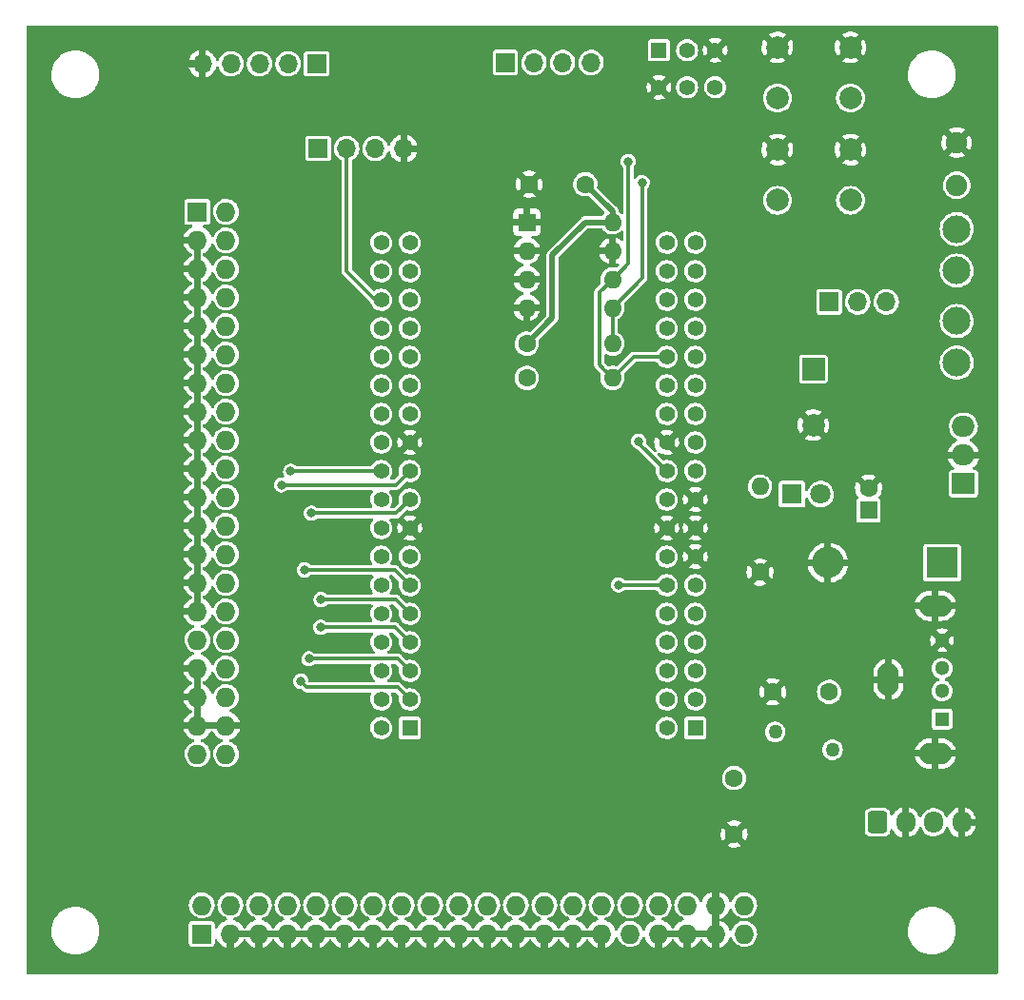
<source format=gbr>
G04 #@! TF.GenerationSoftware,KiCad,Pcbnew,(6.0.5)*
G04 #@! TF.CreationDate,2022-06-03T01:10:55-04:00*
G04 #@! TF.ProjectId,PB_16,50425f31-362e-46b6-9963-61645f706362,v3*
G04 #@! TF.SameCoordinates,Original*
G04 #@! TF.FileFunction,Copper,L2,Bot*
G04 #@! TF.FilePolarity,Positive*
%FSLAX46Y46*%
G04 Gerber Fmt 4.6, Leading zero omitted, Abs format (unit mm)*
G04 Created by KiCad (PCBNEW (6.0.5)) date 2022-06-03 01:10:55*
%MOMM*%
%LPD*%
G01*
G04 APERTURE LIST*
G04 Aperture macros list*
%AMRoundRect*
0 Rectangle with rounded corners*
0 $1 Rounding radius*
0 $2 $3 $4 $5 $6 $7 $8 $9 X,Y pos of 4 corners*
0 Add a 4 corners polygon primitive as box body*
4,1,4,$2,$3,$4,$5,$6,$7,$8,$9,$2,$3,0*
0 Add four circle primitives for the rounded corners*
1,1,$1+$1,$2,$3*
1,1,$1+$1,$4,$5*
1,1,$1+$1,$6,$7*
1,1,$1+$1,$8,$9*
0 Add four rect primitives between the rounded corners*
20,1,$1+$1,$2,$3,$4,$5,0*
20,1,$1+$1,$4,$5,$6,$7,0*
20,1,$1+$1,$6,$7,$8,$9,0*
20,1,$1+$1,$8,$9,$2,$3,0*%
G04 Aperture macros list end*
G04 #@! TA.AperFunction,ComponentPad*
%ADD10R,2.000000X2.000000*%
G04 #@! TD*
G04 #@! TA.AperFunction,ComponentPad*
%ADD11C,2.000000*%
G04 #@! TD*
G04 #@! TA.AperFunction,ComponentPad*
%ADD12R,1.600000X1.600000*%
G04 #@! TD*
G04 #@! TA.AperFunction,ComponentPad*
%ADD13C,1.600000*%
G04 #@! TD*
G04 #@! TA.AperFunction,ComponentPad*
%ADD14R,2.800000X2.800000*%
G04 #@! TD*
G04 #@! TA.AperFunction,ComponentPad*
%ADD15O,2.800000X2.800000*%
G04 #@! TD*
G04 #@! TA.AperFunction,ComponentPad*
%ADD16R,1.800000X1.800000*%
G04 #@! TD*
G04 #@! TA.AperFunction,ComponentPad*
%ADD17C,1.800000*%
G04 #@! TD*
G04 #@! TA.AperFunction,ComponentPad*
%ADD18R,1.700000X1.700000*%
G04 #@! TD*
G04 #@! TA.AperFunction,ComponentPad*
%ADD19O,1.700000X1.700000*%
G04 #@! TD*
G04 #@! TA.AperFunction,ComponentPad*
%ADD20RoundRect,0.250000X-0.600000X-0.725000X0.600000X-0.725000X0.600000X0.725000X-0.600000X0.725000X0*%
G04 #@! TD*
G04 #@! TA.AperFunction,ComponentPad*
%ADD21O,1.700000X1.950000*%
G04 #@! TD*
G04 #@! TA.AperFunction,ComponentPad*
%ADD22R,1.727200X1.727200*%
G04 #@! TD*
G04 #@! TA.AperFunction,ComponentPad*
%ADD23O,1.727200X1.727200*%
G04 #@! TD*
G04 #@! TA.AperFunction,ComponentPad*
%ADD24R,1.400000X1.400000*%
G04 #@! TD*
G04 #@! TA.AperFunction,ComponentPad*
%ADD25C,1.400000*%
G04 #@! TD*
G04 #@! TA.AperFunction,ComponentPad*
%ADD26R,1.408000X1.408000*%
G04 #@! TD*
G04 #@! TA.AperFunction,ComponentPad*
%ADD27C,1.408000*%
G04 #@! TD*
G04 #@! TA.AperFunction,ComponentPad*
%ADD28C,1.270000*%
G04 #@! TD*
G04 #@! TA.AperFunction,ComponentPad*
%ADD29R,1.300000X1.300000*%
G04 #@! TD*
G04 #@! TA.AperFunction,ComponentPad*
%ADD30C,1.300000*%
G04 #@! TD*
G04 #@! TA.AperFunction,ComponentPad*
%ADD31O,2.900000X1.900000*%
G04 #@! TD*
G04 #@! TA.AperFunction,ComponentPad*
%ADD32O,1.900000X2.900000*%
G04 #@! TD*
G04 #@! TA.AperFunction,ComponentPad*
%ADD33R,2.000000X1.905000*%
G04 #@! TD*
G04 #@! TA.AperFunction,ComponentPad*
%ADD34O,2.000000X1.905000*%
G04 #@! TD*
G04 #@! TA.AperFunction,ComponentPad*
%ADD35O,1.600000X1.600000*%
G04 #@! TD*
G04 #@! TA.AperFunction,ComponentPad*
%ADD36C,1.904000*%
G04 #@! TD*
G04 #@! TA.AperFunction,ComponentPad*
%ADD37C,2.475000*%
G04 #@! TD*
G04 #@! TA.AperFunction,ViaPad*
%ADD38C,0.800000*%
G04 #@! TD*
G04 #@! TA.AperFunction,Conductor*
%ADD39C,0.350000*%
G04 #@! TD*
G04 #@! TA.AperFunction,Conductor*
%ADD40C,0.500000*%
G04 #@! TD*
G04 APERTURE END LIST*
D10*
X233300000Y-66850000D03*
D11*
X233300000Y-71850000D03*
D12*
X238200000Y-79450000D03*
D13*
X238200000Y-77450000D03*
D14*
X244750000Y-84100000D03*
D15*
X234590000Y-84100000D03*
D16*
X231400000Y-78000000D03*
D17*
X233940000Y-78000000D03*
D18*
X205900000Y-39600000D03*
D19*
X208440000Y-39600000D03*
X210980000Y-39600000D03*
X213520000Y-39600000D03*
D20*
X239000000Y-107200000D03*
D21*
X241500000Y-107200000D03*
X244000000Y-107200000D03*
X246500000Y-107200000D03*
D18*
X189100000Y-39700000D03*
D19*
X186560000Y-39700000D03*
X184020000Y-39700000D03*
X181480000Y-39700000D03*
X178940000Y-39700000D03*
D18*
X234700000Y-60900000D03*
D19*
X237240000Y-60900000D03*
X239780000Y-60900000D03*
D22*
X178884600Y-117132100D03*
D23*
X178884600Y-114592100D03*
X181424600Y-117132100D03*
X181424600Y-114592100D03*
X183964600Y-117132100D03*
X183964600Y-114592100D03*
X186504600Y-117132100D03*
X186504600Y-114592100D03*
X189044600Y-117132100D03*
X189044600Y-114592100D03*
X191584600Y-117132100D03*
X191584600Y-114592100D03*
X194124600Y-117132100D03*
X194124600Y-114592100D03*
X196664600Y-117132100D03*
X196664600Y-114592100D03*
X199204600Y-117132100D03*
X199204600Y-114592100D03*
X201744600Y-117132100D03*
X201744600Y-114592100D03*
X204284600Y-117132100D03*
X204284600Y-114592100D03*
X206824600Y-117132100D03*
X206824600Y-114592100D03*
X209364600Y-117132100D03*
X209364600Y-114592100D03*
X211904600Y-117132100D03*
X211904600Y-114592100D03*
X214444600Y-117132100D03*
X214444600Y-114592100D03*
X216984600Y-117132100D03*
X216984600Y-114592100D03*
X219524600Y-117132100D03*
X219524600Y-114592100D03*
X222064600Y-117132100D03*
X222064600Y-114592100D03*
X224604600Y-117132100D03*
X224604600Y-114592100D03*
X227144600Y-117132100D03*
X227144600Y-114592100D03*
D24*
X219560000Y-38500000D03*
D25*
X222060000Y-38500000D03*
X224560000Y-38500000D03*
X219560000Y-41800000D03*
X222060000Y-41800000D03*
X224560000Y-41800000D03*
D26*
X222784700Y-98802700D03*
D27*
X220244700Y-98802700D03*
X222784700Y-96262700D03*
X220244700Y-96262700D03*
X222784700Y-93722700D03*
X220244700Y-93722700D03*
X222784700Y-91182700D03*
X220244700Y-91182700D03*
X222784700Y-88642700D03*
X220244700Y-88642700D03*
X222784700Y-86102700D03*
X220244700Y-86102700D03*
X222784700Y-83562700D03*
X220244700Y-83562700D03*
X222784700Y-81022700D03*
X220244700Y-81022700D03*
X222784700Y-78482700D03*
X220244700Y-78482700D03*
X222784700Y-75942700D03*
X220244700Y-75942700D03*
X222784700Y-73402700D03*
X220244700Y-73402700D03*
X222784700Y-70862700D03*
X220244700Y-70862700D03*
X222784700Y-68322700D03*
X220244700Y-68322700D03*
X222784700Y-65782700D03*
X220244700Y-65782700D03*
X222784700Y-63242700D03*
X220244700Y-63242700D03*
X222784700Y-60702700D03*
X220244700Y-60702700D03*
X222784700Y-58162700D03*
X220244700Y-58162700D03*
X222784700Y-55622700D03*
X220244700Y-55622700D03*
D26*
X197384700Y-98802700D03*
D27*
X194844700Y-98802700D03*
X197384700Y-96262700D03*
X194844700Y-96262700D03*
X197384700Y-93722700D03*
X194844700Y-93722700D03*
X197384700Y-91182700D03*
X194844700Y-91182700D03*
X197384700Y-88642700D03*
X194844700Y-88642700D03*
X197384700Y-86102700D03*
X194844700Y-86102700D03*
X197384700Y-83562700D03*
X194844700Y-83562700D03*
X197384700Y-81022700D03*
X194844700Y-81022700D03*
X197384700Y-78482700D03*
X194844700Y-78482700D03*
X197384700Y-75942700D03*
X194844700Y-75942700D03*
X197384700Y-73402700D03*
X194844700Y-73402700D03*
X197384700Y-70862700D03*
X194844700Y-70862700D03*
X197384700Y-68322700D03*
X194844700Y-68322700D03*
X197384700Y-65782700D03*
X194844700Y-65782700D03*
X197384700Y-63242700D03*
X194844700Y-63242700D03*
X197384700Y-60702700D03*
X194844700Y-60702700D03*
X197384700Y-58162700D03*
X194844700Y-58162700D03*
X197384700Y-55622700D03*
X194844700Y-55622700D03*
D28*
X235000000Y-100750000D03*
X229900000Y-99150000D03*
D13*
X234700000Y-95600000D03*
X229700000Y-95600000D03*
X226250000Y-103250000D03*
X226250000Y-108250000D03*
D29*
X244750000Y-98000000D03*
D30*
X244750000Y-95500000D03*
X244750000Y-93500000D03*
X244750000Y-91000000D03*
D31*
X244150000Y-101070000D03*
X244150000Y-87930000D03*
D32*
X239970000Y-94500000D03*
D33*
X246650000Y-77050000D03*
D34*
X246650000Y-74510000D03*
X246650000Y-71970000D03*
D13*
X207800000Y-64600000D03*
D35*
X215420000Y-64600000D03*
D13*
X207800000Y-67650000D03*
D35*
X215420000Y-67650000D03*
D13*
X208000600Y-50419000D03*
X213000600Y-50419000D03*
D12*
X207800000Y-53800000D03*
D35*
X207800000Y-56340000D03*
X207800000Y-58880000D03*
X207800000Y-61420000D03*
X215420000Y-61420000D03*
X215420000Y-58880000D03*
X215420000Y-56340000D03*
X215420000Y-53800000D03*
D11*
X230100000Y-47350000D03*
X236600000Y-47350000D03*
X230100000Y-51850000D03*
X236600000Y-51850000D03*
D36*
X246049459Y-50521160D03*
X246049459Y-46711160D03*
D37*
X246050000Y-54400000D03*
X246050000Y-58100000D03*
X246050000Y-62600000D03*
X246050000Y-66300000D03*
D13*
X228550000Y-84950000D03*
D35*
X228550000Y-77330000D03*
D11*
X236600000Y-38250000D03*
X230100000Y-38250000D03*
X230100000Y-42750000D03*
X236600000Y-42750000D03*
D22*
X178500000Y-52875000D03*
D23*
X181040000Y-52875000D03*
X178500000Y-55415000D03*
X181040000Y-55415000D03*
X178500000Y-57955000D03*
X181040000Y-57955000D03*
X178500000Y-60495000D03*
X181040000Y-60495000D03*
X178500000Y-63035000D03*
X181040000Y-63035000D03*
X178500000Y-65575000D03*
X181040000Y-65575000D03*
X178500000Y-68115000D03*
X181040000Y-68115000D03*
X178500000Y-70655000D03*
X181040000Y-70655000D03*
X178500000Y-73195000D03*
X181040000Y-73195000D03*
X178500000Y-75735000D03*
X181040000Y-75735000D03*
X178500000Y-78275000D03*
X181040000Y-78275000D03*
X178500000Y-80815000D03*
X181040000Y-80815000D03*
X178500000Y-83355000D03*
X181040000Y-83355000D03*
X178500000Y-85895000D03*
X181040000Y-85895000D03*
X178500000Y-88435000D03*
X181040000Y-88435000D03*
X178500000Y-90975000D03*
X181040000Y-90975000D03*
X178500000Y-93515000D03*
X181040000Y-93515000D03*
X178500000Y-96055000D03*
X181040000Y-96055000D03*
X178500000Y-98595000D03*
X181040000Y-98595000D03*
X178500000Y-101135000D03*
X181040000Y-101135000D03*
D18*
X189230000Y-47244000D03*
D19*
X191770000Y-47244000D03*
X194310000Y-47244000D03*
X196850000Y-47244000D03*
D38*
X183896000Y-51562000D03*
X226000000Y-42700000D03*
X199390000Y-64008000D03*
X248550000Y-50700000D03*
X231150000Y-53750000D03*
X215700000Y-108900000D03*
X213131400Y-64490600D03*
X243250000Y-49800000D03*
X179550000Y-42850000D03*
X224650000Y-91950000D03*
X248700000Y-112000000D03*
X206248000Y-42164000D03*
X173150000Y-41350000D03*
X217950000Y-68150000D03*
X198500000Y-112600000D03*
X237700000Y-101200000D03*
X201000000Y-112550000D03*
X215392000Y-50546000D03*
X176022000Y-103124000D03*
X213600000Y-41850000D03*
X215646000Y-83312000D03*
X248650000Y-58650000D03*
X234750000Y-58700000D03*
X181356000Y-48260000D03*
X184600000Y-112200000D03*
X204550000Y-96100000D03*
X198350000Y-100600000D03*
X173228000Y-52070000D03*
X228450000Y-75150000D03*
X246300000Y-79200000D03*
X241850000Y-62200000D03*
X203200000Y-75692000D03*
X174600000Y-119750000D03*
X227800000Y-52150000D03*
X243200000Y-56250000D03*
X223050000Y-43400000D03*
X190246000Y-49276000D03*
X165250000Y-37600000D03*
X196100000Y-100600000D03*
X213156800Y-61645800D03*
X209750000Y-67850000D03*
X219850000Y-100600000D03*
X175768000Y-113030000D03*
X215646000Y-87884000D03*
X217932000Y-61772800D03*
X204724000Y-68326000D03*
X206756000Y-47244000D03*
X189484000Y-97282000D03*
X209550000Y-64389000D03*
X224550000Y-88750000D03*
X228650000Y-55550000D03*
X248050000Y-69800000D03*
X180550000Y-37350000D03*
X184150000Y-73152000D03*
X218900000Y-95050000D03*
X224500000Y-102350000D03*
X219100000Y-112750000D03*
X213715600Y-58801000D03*
X228854000Y-119888000D03*
X192024000Y-73660000D03*
X239050000Y-51900000D03*
X236950000Y-96150000D03*
X192450000Y-78800000D03*
X228300000Y-79400000D03*
X193802000Y-49276000D03*
X228100000Y-101900000D03*
X216839800Y-48387000D03*
X218059000Y-50292000D03*
X187700000Y-94650000D03*
X188425000Y-92650000D03*
X189475000Y-89850000D03*
X188650010Y-79700000D03*
X186800000Y-75975000D03*
X185975000Y-77174998D03*
X188025000Y-84750000D03*
X189500000Y-87375000D03*
X215950000Y-86075000D03*
X217750000Y-73300000D03*
D39*
X214244999Y-60055001D02*
X214244999Y-66474999D01*
X215420000Y-67650000D02*
X217287300Y-65782700D01*
X214620001Y-66850001D02*
X215420000Y-67650000D01*
X215420000Y-58880000D02*
X216839800Y-57460200D01*
X216839800Y-48952685D02*
X216839800Y-48387000D01*
X214244999Y-66474999D02*
X214620001Y-66850001D01*
X215420000Y-58880000D02*
X214244999Y-60055001D01*
X217287300Y-65782700D02*
X220244700Y-65782700D01*
X216839800Y-57460200D02*
X216839800Y-48952685D01*
X215420000Y-64600000D02*
X215420000Y-61420000D01*
X215420000Y-61420000D02*
X218059000Y-58781000D01*
X218059000Y-58781000D02*
X218059000Y-50292000D01*
D40*
X210083400Y-56743600D02*
X213027000Y-53800000D01*
X215420000Y-53800000D02*
X215420000Y-52838400D01*
X213027000Y-53800000D02*
X215420000Y-53800000D01*
X207800000Y-64600000D02*
X210083400Y-62316600D01*
X210083400Y-62316600D02*
X210083400Y-56743600D01*
X215420000Y-52838400D02*
X213000600Y-50419000D01*
D39*
X196305699Y-95183699D02*
X188233699Y-95183699D01*
X188233699Y-95183699D02*
X187700000Y-94650000D01*
X197384700Y-96262700D02*
X196305699Y-95183699D01*
X188431301Y-92643699D02*
X188425000Y-92650000D01*
X197384700Y-93722700D02*
X196305699Y-92643699D01*
X196305699Y-92643699D02*
X188431301Y-92643699D01*
X197384700Y-91182700D02*
X196052000Y-89850000D01*
X196052000Y-89850000D02*
X189475000Y-89850000D01*
X197384700Y-78482700D02*
X196167400Y-79700000D01*
X196167400Y-79700000D02*
X188650010Y-79700000D01*
X186832300Y-75942700D02*
X186800000Y-75975000D01*
X194844700Y-75942700D02*
X186832300Y-75942700D01*
X197384700Y-75942700D02*
X196152402Y-77174998D01*
X186540685Y-77174998D02*
X185975000Y-77174998D01*
X196152402Y-77174998D02*
X186540685Y-77174998D01*
X197384700Y-86102700D02*
X196032000Y-84750000D01*
X196032000Y-84750000D02*
X188590685Y-84750000D01*
X188590685Y-84750000D02*
X188025000Y-84750000D01*
X190065685Y-87375000D02*
X189500000Y-87375000D01*
X196117000Y-87375000D02*
X190065685Y-87375000D01*
X197384700Y-88642700D02*
X196117000Y-87375000D01*
X220244700Y-86102700D02*
X215977700Y-86102700D01*
X215977700Y-86102700D02*
X215950000Y-86075000D01*
X217750000Y-73300000D02*
X217750000Y-73448000D01*
X217750000Y-73448000D02*
X220244700Y-75942700D01*
X194844700Y-60702700D02*
X194306700Y-60702700D01*
X194306700Y-60702700D02*
X191770000Y-58166000D01*
X191770000Y-58166000D02*
X191770000Y-47244000D01*
G04 #@! TA.AperFunction,Conductor*
G36*
X249661621Y-36300502D02*
G01*
X249708114Y-36354158D01*
X249719500Y-36406500D01*
X249719500Y-120593500D01*
X249699498Y-120661621D01*
X249645842Y-120708114D01*
X249593500Y-120719500D01*
X163406500Y-120719500D01*
X163338379Y-120699498D01*
X163291886Y-120645842D01*
X163280500Y-120593500D01*
X163280500Y-116974088D01*
X165508736Y-116974088D01*
X165509295Y-116978332D01*
X165509295Y-116978336D01*
X165511673Y-116996399D01*
X165546652Y-117262093D01*
X165623305Y-117542287D01*
X165737275Y-117809487D01*
X165886454Y-118058746D01*
X165889138Y-118062097D01*
X165889140Y-118062099D01*
X165972018Y-118165547D01*
X166068081Y-118285454D01*
X166278795Y-118485414D01*
X166514697Y-118654927D01*
X166771423Y-118790856D01*
X166775446Y-118792328D01*
X166775450Y-118792330D01*
X167040190Y-118889211D01*
X167044221Y-118890686D01*
X167328043Y-118952569D01*
X167357038Y-118954851D01*
X167553418Y-118970307D01*
X167553425Y-118970307D01*
X167555874Y-118970500D01*
X167713019Y-118970500D01*
X167715155Y-118970354D01*
X167715166Y-118970354D01*
X167925541Y-118956012D01*
X167925547Y-118956011D01*
X167929818Y-118955720D01*
X167934013Y-118954851D01*
X167934015Y-118954851D01*
X168210066Y-118897683D01*
X168214272Y-118896812D01*
X168488101Y-118799845D01*
X168746235Y-118666612D01*
X168749736Y-118664151D01*
X168749740Y-118664149D01*
X168865067Y-118583095D01*
X168983900Y-118499578D01*
X169139155Y-118355306D01*
X169193553Y-118304756D01*
X169193555Y-118304753D01*
X169196696Y-118301835D01*
X169380687Y-118077042D01*
X169532468Y-117829358D01*
X169588658Y-117701355D01*
X169647504Y-117567299D01*
X169649230Y-117563367D01*
X169671069Y-117486703D01*
X169727637Y-117288119D01*
X169728813Y-117283991D01*
X169769743Y-116996399D01*
X169770674Y-116818552D01*
X169771242Y-116710198D01*
X169771242Y-116710192D01*
X169771264Y-116705912D01*
X169768893Y-116687897D01*
X169733908Y-116422163D01*
X169733348Y-116417907D01*
X169681073Y-116226825D01*
X177740500Y-116226825D01*
X177740501Y-118037374D01*
X177743410Y-118061831D01*
X177747247Y-118070469D01*
X177747247Y-118070470D01*
X177779971Y-118144142D01*
X177785828Y-118157329D01*
X177859782Y-118231154D01*
X177955353Y-118273405D01*
X177971031Y-118275233D01*
X177975686Y-118275776D01*
X177975691Y-118275776D01*
X177979325Y-118276200D01*
X178876879Y-118276200D01*
X179789874Y-118276199D01*
X179794401Y-118275661D01*
X179804943Y-118274407D01*
X179804945Y-118274406D01*
X179814331Y-118273290D01*
X179822969Y-118269453D01*
X179822970Y-118269453D01*
X179899199Y-118235594D01*
X179899201Y-118235593D01*
X179909829Y-118230872D01*
X179983654Y-118156918D01*
X180025905Y-118061347D01*
X180028700Y-118037375D01*
X180028700Y-117696865D01*
X180048702Y-117628744D01*
X180102358Y-117582251D01*
X180172632Y-117572147D01*
X180237212Y-117601641D01*
X180268895Y-117643615D01*
X180323784Y-117761326D01*
X180329267Y-117770822D01*
X180449770Y-117942918D01*
X180456826Y-117951326D01*
X180605374Y-118099874D01*
X180613782Y-118106930D01*
X180785878Y-118227433D01*
X180795373Y-118232916D01*
X180985790Y-118321708D01*
X180996082Y-118325454D01*
X181107103Y-118355202D01*
X181121199Y-118354866D01*
X181124600Y-118346924D01*
X181124600Y-118341775D01*
X181724600Y-118341775D01*
X181728573Y-118355306D01*
X181737122Y-118356535D01*
X181853118Y-118325454D01*
X181863410Y-118321708D01*
X182053827Y-118232916D01*
X182063322Y-118227433D01*
X182235418Y-118106930D01*
X182243826Y-118099874D01*
X182392374Y-117951326D01*
X182399430Y-117942918D01*
X182519933Y-117770822D01*
X182525416Y-117761326D01*
X182580405Y-117643401D01*
X182627322Y-117590116D01*
X182695600Y-117570655D01*
X182763560Y-117591197D01*
X182808795Y-117643401D01*
X182863784Y-117761326D01*
X182869267Y-117770822D01*
X182989770Y-117942918D01*
X182996826Y-117951326D01*
X183145374Y-118099874D01*
X183153782Y-118106930D01*
X183325878Y-118227433D01*
X183335373Y-118232916D01*
X183525790Y-118321708D01*
X183536082Y-118325454D01*
X183647103Y-118355202D01*
X183661199Y-118354866D01*
X183664600Y-118346924D01*
X183664600Y-118341775D01*
X184264600Y-118341775D01*
X184268573Y-118355306D01*
X184277122Y-118356535D01*
X184393118Y-118325454D01*
X184403410Y-118321708D01*
X184593827Y-118232916D01*
X184603322Y-118227433D01*
X184775418Y-118106930D01*
X184783826Y-118099874D01*
X184932374Y-117951326D01*
X184939430Y-117942918D01*
X185059933Y-117770822D01*
X185065416Y-117761326D01*
X185120405Y-117643401D01*
X185167322Y-117590116D01*
X185235600Y-117570655D01*
X185303560Y-117591197D01*
X185348795Y-117643401D01*
X185403784Y-117761326D01*
X185409267Y-117770822D01*
X185529770Y-117942918D01*
X185536826Y-117951326D01*
X185685374Y-118099874D01*
X185693782Y-118106930D01*
X185865878Y-118227433D01*
X185875373Y-118232916D01*
X186065790Y-118321708D01*
X186076082Y-118325454D01*
X186187103Y-118355202D01*
X186201199Y-118354866D01*
X186204600Y-118346924D01*
X186204600Y-118341775D01*
X186804600Y-118341775D01*
X186808573Y-118355306D01*
X186817122Y-118356535D01*
X186933118Y-118325454D01*
X186943410Y-118321708D01*
X187133827Y-118232916D01*
X187143322Y-118227433D01*
X187315418Y-118106930D01*
X187323826Y-118099874D01*
X187472374Y-117951326D01*
X187479430Y-117942918D01*
X187599933Y-117770822D01*
X187605416Y-117761326D01*
X187660405Y-117643401D01*
X187707322Y-117590116D01*
X187775600Y-117570655D01*
X187843560Y-117591197D01*
X187888795Y-117643401D01*
X187943784Y-117761326D01*
X187949267Y-117770822D01*
X188069770Y-117942918D01*
X188076826Y-117951326D01*
X188225374Y-118099874D01*
X188233782Y-118106930D01*
X188405878Y-118227433D01*
X188415373Y-118232916D01*
X188605790Y-118321708D01*
X188616082Y-118325454D01*
X188727103Y-118355202D01*
X188741199Y-118354866D01*
X188744600Y-118346924D01*
X188744600Y-118341775D01*
X189344600Y-118341775D01*
X189348573Y-118355306D01*
X189357122Y-118356535D01*
X189473118Y-118325454D01*
X189483410Y-118321708D01*
X189673827Y-118232916D01*
X189683322Y-118227433D01*
X189855418Y-118106930D01*
X189863826Y-118099874D01*
X190012374Y-117951326D01*
X190019430Y-117942918D01*
X190139933Y-117770822D01*
X190145416Y-117761326D01*
X190200405Y-117643401D01*
X190247322Y-117590116D01*
X190315600Y-117570655D01*
X190383560Y-117591197D01*
X190428795Y-117643401D01*
X190483784Y-117761326D01*
X190489267Y-117770822D01*
X190609770Y-117942918D01*
X190616826Y-117951326D01*
X190765374Y-118099874D01*
X190773782Y-118106930D01*
X190945878Y-118227433D01*
X190955373Y-118232916D01*
X191145790Y-118321708D01*
X191156082Y-118325454D01*
X191267103Y-118355202D01*
X191281199Y-118354866D01*
X191284600Y-118346924D01*
X191284600Y-118341775D01*
X191884600Y-118341775D01*
X191888573Y-118355306D01*
X191897122Y-118356535D01*
X192013118Y-118325454D01*
X192023410Y-118321708D01*
X192213827Y-118232916D01*
X192223322Y-118227433D01*
X192395418Y-118106930D01*
X192403826Y-118099874D01*
X192552374Y-117951326D01*
X192559430Y-117942918D01*
X192679933Y-117770822D01*
X192685416Y-117761326D01*
X192740405Y-117643401D01*
X192787322Y-117590116D01*
X192855600Y-117570655D01*
X192923560Y-117591197D01*
X192968795Y-117643401D01*
X193023784Y-117761326D01*
X193029267Y-117770822D01*
X193149770Y-117942918D01*
X193156826Y-117951326D01*
X193305374Y-118099874D01*
X193313782Y-118106930D01*
X193485878Y-118227433D01*
X193495373Y-118232916D01*
X193685790Y-118321708D01*
X193696082Y-118325454D01*
X193807103Y-118355202D01*
X193821199Y-118354866D01*
X193824600Y-118346924D01*
X193824600Y-118341775D01*
X194424600Y-118341775D01*
X194428573Y-118355306D01*
X194437122Y-118356535D01*
X194553118Y-118325454D01*
X194563410Y-118321708D01*
X194753827Y-118232916D01*
X194763322Y-118227433D01*
X194935418Y-118106930D01*
X194943826Y-118099874D01*
X195092374Y-117951326D01*
X195099430Y-117942918D01*
X195219933Y-117770822D01*
X195225416Y-117761326D01*
X195280405Y-117643401D01*
X195327322Y-117590116D01*
X195395600Y-117570655D01*
X195463560Y-117591197D01*
X195508795Y-117643401D01*
X195563784Y-117761326D01*
X195569267Y-117770822D01*
X195689770Y-117942918D01*
X195696826Y-117951326D01*
X195845374Y-118099874D01*
X195853782Y-118106930D01*
X196025878Y-118227433D01*
X196035373Y-118232916D01*
X196225790Y-118321708D01*
X196236082Y-118325454D01*
X196347103Y-118355202D01*
X196361199Y-118354866D01*
X196364600Y-118346924D01*
X196364600Y-118341775D01*
X196964600Y-118341775D01*
X196968573Y-118355306D01*
X196977122Y-118356535D01*
X197093118Y-118325454D01*
X197103410Y-118321708D01*
X197293827Y-118232916D01*
X197303322Y-118227433D01*
X197475418Y-118106930D01*
X197483826Y-118099874D01*
X197632374Y-117951326D01*
X197639430Y-117942918D01*
X197759933Y-117770822D01*
X197765416Y-117761326D01*
X197820405Y-117643401D01*
X197867322Y-117590116D01*
X197935600Y-117570655D01*
X198003560Y-117591197D01*
X198048795Y-117643401D01*
X198103784Y-117761326D01*
X198109267Y-117770822D01*
X198229770Y-117942918D01*
X198236826Y-117951326D01*
X198385374Y-118099874D01*
X198393782Y-118106930D01*
X198565878Y-118227433D01*
X198575373Y-118232916D01*
X198765790Y-118321708D01*
X198776082Y-118325454D01*
X198887103Y-118355202D01*
X198901199Y-118354866D01*
X198904600Y-118346924D01*
X198904600Y-118341775D01*
X199504600Y-118341775D01*
X199508573Y-118355306D01*
X199517122Y-118356535D01*
X199633118Y-118325454D01*
X199643410Y-118321708D01*
X199833827Y-118232916D01*
X199843322Y-118227433D01*
X200015418Y-118106930D01*
X200023826Y-118099874D01*
X200172374Y-117951326D01*
X200179430Y-117942918D01*
X200299933Y-117770822D01*
X200305416Y-117761326D01*
X200360405Y-117643401D01*
X200407322Y-117590116D01*
X200475600Y-117570655D01*
X200543560Y-117591197D01*
X200588795Y-117643401D01*
X200643784Y-117761326D01*
X200649267Y-117770822D01*
X200769770Y-117942918D01*
X200776826Y-117951326D01*
X200925374Y-118099874D01*
X200933782Y-118106930D01*
X201105878Y-118227433D01*
X201115373Y-118232916D01*
X201305790Y-118321708D01*
X201316082Y-118325454D01*
X201427103Y-118355202D01*
X201441199Y-118354866D01*
X201444600Y-118346924D01*
X201444600Y-118341775D01*
X202044600Y-118341775D01*
X202048573Y-118355306D01*
X202057122Y-118356535D01*
X202173118Y-118325454D01*
X202183410Y-118321708D01*
X202373827Y-118232916D01*
X202383322Y-118227433D01*
X202555418Y-118106930D01*
X202563826Y-118099874D01*
X202712374Y-117951326D01*
X202719430Y-117942918D01*
X202839933Y-117770822D01*
X202845416Y-117761326D01*
X202900405Y-117643401D01*
X202947322Y-117590116D01*
X203015600Y-117570655D01*
X203083560Y-117591197D01*
X203128795Y-117643401D01*
X203183784Y-117761326D01*
X203189267Y-117770822D01*
X203309770Y-117942918D01*
X203316826Y-117951326D01*
X203465374Y-118099874D01*
X203473782Y-118106930D01*
X203645878Y-118227433D01*
X203655373Y-118232916D01*
X203845790Y-118321708D01*
X203856082Y-118325454D01*
X203967103Y-118355202D01*
X203981199Y-118354866D01*
X203984600Y-118346924D01*
X203984600Y-118341775D01*
X204584600Y-118341775D01*
X204588573Y-118355306D01*
X204597122Y-118356535D01*
X204713118Y-118325454D01*
X204723410Y-118321708D01*
X204913827Y-118232916D01*
X204923322Y-118227433D01*
X205095418Y-118106930D01*
X205103826Y-118099874D01*
X205252374Y-117951326D01*
X205259430Y-117942918D01*
X205379933Y-117770822D01*
X205385416Y-117761326D01*
X205440405Y-117643401D01*
X205487322Y-117590116D01*
X205555600Y-117570655D01*
X205623560Y-117591197D01*
X205668795Y-117643401D01*
X205723784Y-117761326D01*
X205729267Y-117770822D01*
X205849770Y-117942918D01*
X205856826Y-117951326D01*
X206005374Y-118099874D01*
X206013782Y-118106930D01*
X206185878Y-118227433D01*
X206195373Y-118232916D01*
X206385790Y-118321708D01*
X206396082Y-118325454D01*
X206507103Y-118355202D01*
X206521199Y-118354866D01*
X206524600Y-118346924D01*
X206524600Y-118341775D01*
X207124600Y-118341775D01*
X207128573Y-118355306D01*
X207137122Y-118356535D01*
X207253118Y-118325454D01*
X207263410Y-118321708D01*
X207453827Y-118232916D01*
X207463322Y-118227433D01*
X207635418Y-118106930D01*
X207643826Y-118099874D01*
X207792374Y-117951326D01*
X207799430Y-117942918D01*
X207919933Y-117770822D01*
X207925416Y-117761326D01*
X207980405Y-117643401D01*
X208027322Y-117590116D01*
X208095600Y-117570655D01*
X208163560Y-117591197D01*
X208208795Y-117643401D01*
X208263784Y-117761326D01*
X208269267Y-117770822D01*
X208389770Y-117942918D01*
X208396826Y-117951326D01*
X208545374Y-118099874D01*
X208553782Y-118106930D01*
X208725878Y-118227433D01*
X208735373Y-118232916D01*
X208925790Y-118321708D01*
X208936082Y-118325454D01*
X209047103Y-118355202D01*
X209061199Y-118354866D01*
X209064600Y-118346924D01*
X209064600Y-118341775D01*
X209664600Y-118341775D01*
X209668573Y-118355306D01*
X209677122Y-118356535D01*
X209793118Y-118325454D01*
X209803410Y-118321708D01*
X209993827Y-118232916D01*
X210003322Y-118227433D01*
X210175418Y-118106930D01*
X210183826Y-118099874D01*
X210332374Y-117951326D01*
X210339430Y-117942918D01*
X210459933Y-117770822D01*
X210465416Y-117761326D01*
X210520405Y-117643401D01*
X210567322Y-117590116D01*
X210635600Y-117570655D01*
X210703560Y-117591197D01*
X210748795Y-117643401D01*
X210803784Y-117761326D01*
X210809267Y-117770822D01*
X210929770Y-117942918D01*
X210936826Y-117951326D01*
X211085374Y-118099874D01*
X211093782Y-118106930D01*
X211265878Y-118227433D01*
X211275373Y-118232916D01*
X211465790Y-118321708D01*
X211476082Y-118325454D01*
X211587103Y-118355202D01*
X211601199Y-118354866D01*
X211604600Y-118346924D01*
X211604600Y-118341775D01*
X212204600Y-118341775D01*
X212208573Y-118355306D01*
X212217122Y-118356535D01*
X212333118Y-118325454D01*
X212343410Y-118321708D01*
X212533827Y-118232916D01*
X212543322Y-118227433D01*
X212715418Y-118106930D01*
X212723826Y-118099874D01*
X212872374Y-117951326D01*
X212879430Y-117942918D01*
X212999933Y-117770822D01*
X213005416Y-117761326D01*
X213060405Y-117643401D01*
X213107322Y-117590116D01*
X213175600Y-117570655D01*
X213243560Y-117591197D01*
X213288795Y-117643401D01*
X213343784Y-117761326D01*
X213349267Y-117770822D01*
X213469770Y-117942918D01*
X213476826Y-117951326D01*
X213625374Y-118099874D01*
X213633782Y-118106930D01*
X213805878Y-118227433D01*
X213815373Y-118232916D01*
X214005790Y-118321708D01*
X214016082Y-118325454D01*
X214127103Y-118355202D01*
X214141199Y-118354866D01*
X214144600Y-118346924D01*
X214144600Y-117450215D01*
X214140125Y-117434976D01*
X214138735Y-117433771D01*
X214131052Y-117432100D01*
X213234927Y-117432100D01*
X213209868Y-117439458D01*
X213138871Y-117439458D01*
X213124768Y-117434388D01*
X213119425Y-117432100D01*
X212222715Y-117432100D01*
X212207476Y-117436575D01*
X212206271Y-117437965D01*
X212204600Y-117445648D01*
X212204600Y-118341775D01*
X211604600Y-118341775D01*
X211604600Y-117450215D01*
X211600125Y-117434976D01*
X211598735Y-117433771D01*
X211591052Y-117432100D01*
X210694927Y-117432100D01*
X210669868Y-117439458D01*
X210598871Y-117439458D01*
X210584768Y-117434388D01*
X210579425Y-117432100D01*
X209682715Y-117432100D01*
X209667476Y-117436575D01*
X209666271Y-117437965D01*
X209664600Y-117445648D01*
X209664600Y-118341775D01*
X209064600Y-118341775D01*
X209064600Y-117450215D01*
X209060125Y-117434976D01*
X209058735Y-117433771D01*
X209051052Y-117432100D01*
X208154927Y-117432100D01*
X208129868Y-117439458D01*
X208058871Y-117439458D01*
X208044768Y-117434388D01*
X208039425Y-117432100D01*
X207142715Y-117432100D01*
X207127476Y-117436575D01*
X207126271Y-117437965D01*
X207124600Y-117445648D01*
X207124600Y-118341775D01*
X206524600Y-118341775D01*
X206524600Y-117450215D01*
X206520125Y-117434976D01*
X206518735Y-117433771D01*
X206511052Y-117432100D01*
X205614927Y-117432100D01*
X205589868Y-117439458D01*
X205518871Y-117439458D01*
X205504768Y-117434388D01*
X205499425Y-117432100D01*
X204602715Y-117432100D01*
X204587476Y-117436575D01*
X204586271Y-117437965D01*
X204584600Y-117445648D01*
X204584600Y-118341775D01*
X203984600Y-118341775D01*
X203984600Y-117450215D01*
X203980125Y-117434976D01*
X203978735Y-117433771D01*
X203971052Y-117432100D01*
X203074927Y-117432100D01*
X203049868Y-117439458D01*
X202978871Y-117439458D01*
X202964768Y-117434388D01*
X202959425Y-117432100D01*
X202062715Y-117432100D01*
X202047476Y-117436575D01*
X202046271Y-117437965D01*
X202044600Y-117445648D01*
X202044600Y-118341775D01*
X201444600Y-118341775D01*
X201444600Y-117450215D01*
X201440125Y-117434976D01*
X201438735Y-117433771D01*
X201431052Y-117432100D01*
X200534927Y-117432100D01*
X200509868Y-117439458D01*
X200438871Y-117439458D01*
X200424768Y-117434388D01*
X200419425Y-117432100D01*
X199522715Y-117432100D01*
X199507476Y-117436575D01*
X199506271Y-117437965D01*
X199504600Y-117445648D01*
X199504600Y-118341775D01*
X198904600Y-118341775D01*
X198904600Y-117450215D01*
X198900125Y-117434976D01*
X198898735Y-117433771D01*
X198891052Y-117432100D01*
X197994927Y-117432100D01*
X197969868Y-117439458D01*
X197898871Y-117439458D01*
X197884768Y-117434388D01*
X197879425Y-117432100D01*
X196982715Y-117432100D01*
X196967476Y-117436575D01*
X196966271Y-117437965D01*
X196964600Y-117445648D01*
X196964600Y-118341775D01*
X196364600Y-118341775D01*
X196364600Y-117450215D01*
X196360125Y-117434976D01*
X196358735Y-117433771D01*
X196351052Y-117432100D01*
X195454927Y-117432100D01*
X195429868Y-117439458D01*
X195358871Y-117439458D01*
X195344768Y-117434388D01*
X195339425Y-117432100D01*
X194442715Y-117432100D01*
X194427476Y-117436575D01*
X194426271Y-117437965D01*
X194424600Y-117445648D01*
X194424600Y-118341775D01*
X193824600Y-118341775D01*
X193824600Y-117450215D01*
X193820125Y-117434976D01*
X193818735Y-117433771D01*
X193811052Y-117432100D01*
X192914927Y-117432100D01*
X192889868Y-117439458D01*
X192818871Y-117439458D01*
X192804768Y-117434388D01*
X192799425Y-117432100D01*
X191902715Y-117432100D01*
X191887476Y-117436575D01*
X191886271Y-117437965D01*
X191884600Y-117445648D01*
X191884600Y-118341775D01*
X191284600Y-118341775D01*
X191284600Y-117450215D01*
X191280125Y-117434976D01*
X191278735Y-117433771D01*
X191271052Y-117432100D01*
X190374927Y-117432100D01*
X190349868Y-117439458D01*
X190278871Y-117439458D01*
X190264768Y-117434388D01*
X190259425Y-117432100D01*
X189362715Y-117432100D01*
X189347476Y-117436575D01*
X189346271Y-117437965D01*
X189344600Y-117445648D01*
X189344600Y-118341775D01*
X188744600Y-118341775D01*
X188744600Y-117450215D01*
X188740125Y-117434976D01*
X188738735Y-117433771D01*
X188731052Y-117432100D01*
X187834927Y-117432100D01*
X187809868Y-117439458D01*
X187738871Y-117439458D01*
X187724768Y-117434388D01*
X187719425Y-117432100D01*
X186822715Y-117432100D01*
X186807476Y-117436575D01*
X186806271Y-117437965D01*
X186804600Y-117445648D01*
X186804600Y-118341775D01*
X186204600Y-118341775D01*
X186204600Y-117450215D01*
X186200125Y-117434976D01*
X186198735Y-117433771D01*
X186191052Y-117432100D01*
X185294927Y-117432100D01*
X185269868Y-117439458D01*
X185198871Y-117439458D01*
X185184768Y-117434388D01*
X185179425Y-117432100D01*
X184282715Y-117432100D01*
X184267476Y-117436575D01*
X184266271Y-117437965D01*
X184264600Y-117445648D01*
X184264600Y-118341775D01*
X183664600Y-118341775D01*
X183664600Y-117450215D01*
X183660125Y-117434976D01*
X183658735Y-117433771D01*
X183651052Y-117432100D01*
X182754927Y-117432100D01*
X182729868Y-117439458D01*
X182658871Y-117439458D01*
X182644768Y-117434388D01*
X182639425Y-117432100D01*
X181742715Y-117432100D01*
X181727476Y-117436575D01*
X181726271Y-117437965D01*
X181724600Y-117445648D01*
X181724600Y-118341775D01*
X181124600Y-118341775D01*
X181124600Y-116958100D01*
X181144602Y-116889979D01*
X181198258Y-116843486D01*
X181250600Y-116832100D01*
X182634273Y-116832100D01*
X182659332Y-116824742D01*
X182730329Y-116824742D01*
X182744432Y-116829812D01*
X182749775Y-116832100D01*
X185174273Y-116832100D01*
X185199332Y-116824742D01*
X185270329Y-116824742D01*
X185284432Y-116829812D01*
X185289775Y-116832100D01*
X187714273Y-116832100D01*
X187739332Y-116824742D01*
X187810329Y-116824742D01*
X187824432Y-116829812D01*
X187829775Y-116832100D01*
X190254273Y-116832100D01*
X190279332Y-116824742D01*
X190350329Y-116824742D01*
X190364432Y-116829812D01*
X190369775Y-116832100D01*
X192794273Y-116832100D01*
X192819332Y-116824742D01*
X192890329Y-116824742D01*
X192904432Y-116829812D01*
X192909775Y-116832100D01*
X195334273Y-116832100D01*
X195359332Y-116824742D01*
X195430329Y-116824742D01*
X195444432Y-116829812D01*
X195449775Y-116832100D01*
X197874273Y-116832100D01*
X197899332Y-116824742D01*
X197970329Y-116824742D01*
X197984432Y-116829812D01*
X197989775Y-116832100D01*
X200414273Y-116832100D01*
X200439332Y-116824742D01*
X200510329Y-116824742D01*
X200524432Y-116829812D01*
X200529775Y-116832100D01*
X202954273Y-116832100D01*
X202979332Y-116824742D01*
X203050329Y-116824742D01*
X203064432Y-116829812D01*
X203069775Y-116832100D01*
X205494273Y-116832100D01*
X205519332Y-116824742D01*
X205590329Y-116824742D01*
X205604432Y-116829812D01*
X205609775Y-116832100D01*
X208034273Y-116832100D01*
X208059332Y-116824742D01*
X208130329Y-116824742D01*
X208144432Y-116829812D01*
X208149775Y-116832100D01*
X210574273Y-116832100D01*
X210599332Y-116824742D01*
X210670329Y-116824742D01*
X210684432Y-116829812D01*
X210689775Y-116832100D01*
X213114273Y-116832100D01*
X213139332Y-116824742D01*
X213210329Y-116824742D01*
X213224432Y-116829812D01*
X213229775Y-116832100D01*
X214618600Y-116832100D01*
X214686721Y-116852102D01*
X214733214Y-116905758D01*
X214744600Y-116958100D01*
X214744600Y-118341775D01*
X214748573Y-118355306D01*
X214757122Y-118356535D01*
X214873118Y-118325454D01*
X214883410Y-118321708D01*
X215073827Y-118232916D01*
X215083322Y-118227433D01*
X215255418Y-118106930D01*
X215263826Y-118099874D01*
X215412374Y-117951326D01*
X215419430Y-117942918D01*
X215539933Y-117770822D01*
X215545416Y-117761326D01*
X215634206Y-117570913D01*
X215637955Y-117560614D01*
X215654150Y-117500174D01*
X215691102Y-117439551D01*
X215754962Y-117408530D01*
X215825457Y-117416958D01*
X215880204Y-117462161D01*
X215897979Y-117501766D01*
X215901504Y-117515644D01*
X215989536Y-117706600D01*
X216110893Y-117878316D01*
X216261510Y-118025041D01*
X216436344Y-118141862D01*
X216441647Y-118144140D01*
X216441650Y-118144142D01*
X216624232Y-118222585D01*
X216629539Y-118224865D01*
X216676955Y-118235594D01*
X216828988Y-118269996D01*
X216828993Y-118269997D01*
X216834625Y-118271271D01*
X216840396Y-118271498D01*
X216840398Y-118271498D01*
X216905109Y-118274040D01*
X217044734Y-118279526D01*
X217148781Y-118264440D01*
X217247115Y-118250183D01*
X217247120Y-118250182D01*
X217252829Y-118249354D01*
X217258293Y-118247499D01*
X217258298Y-118247498D01*
X217446469Y-118183623D01*
X217446474Y-118183621D01*
X217451941Y-118181765D01*
X217456984Y-118178941D01*
X217630356Y-118081848D01*
X217630361Y-118081844D01*
X217635401Y-118079022D01*
X217642176Y-118073388D01*
X217792634Y-117948252D01*
X217797066Y-117944566D01*
X217856087Y-117873601D01*
X217927828Y-117787343D01*
X217927830Y-117787340D01*
X217931522Y-117782901D01*
X217934344Y-117777861D01*
X217934348Y-117777856D01*
X218031441Y-117604484D01*
X218031442Y-117604482D01*
X218034265Y-117599441D01*
X218036121Y-117593974D01*
X218036123Y-117593969D01*
X218072534Y-117486703D01*
X218113371Y-117428627D01*
X218179123Y-117401848D01*
X218248916Y-117414869D01*
X218300589Y-117463556D01*
X218313553Y-117494592D01*
X218331242Y-117560606D01*
X218334994Y-117570913D01*
X218423784Y-117761326D01*
X218429267Y-117770822D01*
X218549770Y-117942918D01*
X218556826Y-117951326D01*
X218705374Y-118099874D01*
X218713782Y-118106930D01*
X218885878Y-118227433D01*
X218895373Y-118232916D01*
X219085790Y-118321708D01*
X219096082Y-118325454D01*
X219207103Y-118355202D01*
X219221199Y-118354866D01*
X219224600Y-118346924D01*
X219224600Y-118341775D01*
X219824600Y-118341775D01*
X219828573Y-118355306D01*
X219837122Y-118356535D01*
X219953118Y-118325454D01*
X219963410Y-118321708D01*
X220153827Y-118232916D01*
X220163322Y-118227433D01*
X220335418Y-118106930D01*
X220343826Y-118099874D01*
X220492374Y-117951326D01*
X220499430Y-117942918D01*
X220619933Y-117770822D01*
X220625416Y-117761326D01*
X220680405Y-117643401D01*
X220727322Y-117590116D01*
X220795600Y-117570655D01*
X220863560Y-117591197D01*
X220908795Y-117643401D01*
X220963784Y-117761326D01*
X220969267Y-117770822D01*
X221089770Y-117942918D01*
X221096826Y-117951326D01*
X221245374Y-118099874D01*
X221253782Y-118106930D01*
X221425878Y-118227433D01*
X221435373Y-118232916D01*
X221625790Y-118321708D01*
X221636082Y-118325454D01*
X221747103Y-118355202D01*
X221761199Y-118354866D01*
X221764600Y-118346924D01*
X221764600Y-118341775D01*
X222364600Y-118341775D01*
X222368573Y-118355306D01*
X222377122Y-118356535D01*
X222493118Y-118325454D01*
X222503410Y-118321708D01*
X222693827Y-118232916D01*
X222703322Y-118227433D01*
X222875418Y-118106930D01*
X222883826Y-118099874D01*
X223032374Y-117951326D01*
X223039430Y-117942918D01*
X223159933Y-117770822D01*
X223165416Y-117761326D01*
X223220405Y-117643401D01*
X223267322Y-117590116D01*
X223335600Y-117570655D01*
X223403560Y-117591197D01*
X223448795Y-117643401D01*
X223503784Y-117761326D01*
X223509267Y-117770822D01*
X223629770Y-117942918D01*
X223636826Y-117951326D01*
X223785374Y-118099874D01*
X223793782Y-118106930D01*
X223965878Y-118227433D01*
X223975373Y-118232916D01*
X224165790Y-118321708D01*
X224176082Y-118325454D01*
X224287103Y-118355202D01*
X224301199Y-118354866D01*
X224304600Y-118346924D01*
X224304600Y-118341775D01*
X224904600Y-118341775D01*
X224908573Y-118355306D01*
X224917122Y-118356535D01*
X225033118Y-118325454D01*
X225043410Y-118321708D01*
X225233827Y-118232916D01*
X225243322Y-118227433D01*
X225415418Y-118106930D01*
X225423826Y-118099874D01*
X225572374Y-117951326D01*
X225579430Y-117942918D01*
X225699933Y-117770822D01*
X225705416Y-117761326D01*
X225794206Y-117570913D01*
X225797955Y-117560614D01*
X225814150Y-117500174D01*
X225851102Y-117439551D01*
X225914962Y-117408530D01*
X225985457Y-117416958D01*
X226040204Y-117462161D01*
X226057979Y-117501766D01*
X226061504Y-117515644D01*
X226149536Y-117706600D01*
X226270893Y-117878316D01*
X226421510Y-118025041D01*
X226596344Y-118141862D01*
X226601647Y-118144140D01*
X226601650Y-118144142D01*
X226784232Y-118222585D01*
X226789539Y-118224865D01*
X226836955Y-118235594D01*
X226988988Y-118269996D01*
X226988993Y-118269997D01*
X226994625Y-118271271D01*
X227000396Y-118271498D01*
X227000398Y-118271498D01*
X227065109Y-118274040D01*
X227204734Y-118279526D01*
X227308781Y-118264440D01*
X227407115Y-118250183D01*
X227407120Y-118250182D01*
X227412829Y-118249354D01*
X227418293Y-118247499D01*
X227418298Y-118247498D01*
X227606469Y-118183623D01*
X227606474Y-118183621D01*
X227611941Y-118181765D01*
X227616984Y-118178941D01*
X227790356Y-118081848D01*
X227790361Y-118081844D01*
X227795401Y-118079022D01*
X227802176Y-118073388D01*
X227952634Y-117948252D01*
X227957066Y-117944566D01*
X228016087Y-117873601D01*
X228087828Y-117787343D01*
X228087830Y-117787340D01*
X228091522Y-117782901D01*
X228094344Y-117777861D01*
X228094348Y-117777856D01*
X228191441Y-117604484D01*
X228191442Y-117604482D01*
X228194265Y-117599441D01*
X228196121Y-117593974D01*
X228196123Y-117593969D01*
X228259998Y-117405798D01*
X228259999Y-117405793D01*
X228261854Y-117400329D01*
X228262682Y-117394620D01*
X228262683Y-117394615D01*
X228291493Y-117195908D01*
X228292026Y-117192234D01*
X228293601Y-117132100D01*
X228279082Y-116974088D01*
X241708736Y-116974088D01*
X241709295Y-116978332D01*
X241709295Y-116978336D01*
X241711673Y-116996399D01*
X241746652Y-117262093D01*
X241823305Y-117542287D01*
X241937275Y-117809487D01*
X242086454Y-118058746D01*
X242089138Y-118062097D01*
X242089140Y-118062099D01*
X242172018Y-118165547D01*
X242268081Y-118285454D01*
X242478795Y-118485414D01*
X242714697Y-118654927D01*
X242971423Y-118790856D01*
X242975446Y-118792328D01*
X242975450Y-118792330D01*
X243240190Y-118889211D01*
X243244221Y-118890686D01*
X243528043Y-118952569D01*
X243557038Y-118954851D01*
X243753418Y-118970307D01*
X243753425Y-118970307D01*
X243755874Y-118970500D01*
X243913019Y-118970500D01*
X243915155Y-118970354D01*
X243915166Y-118970354D01*
X244125541Y-118956012D01*
X244125547Y-118956011D01*
X244129818Y-118955720D01*
X244134013Y-118954851D01*
X244134015Y-118954851D01*
X244410066Y-118897683D01*
X244414272Y-118896812D01*
X244688101Y-118799845D01*
X244946235Y-118666612D01*
X244949736Y-118664151D01*
X244949740Y-118664149D01*
X245065067Y-118583095D01*
X245183900Y-118499578D01*
X245339155Y-118355306D01*
X245393553Y-118304756D01*
X245393555Y-118304753D01*
X245396696Y-118301835D01*
X245580687Y-118077042D01*
X245732468Y-117829358D01*
X245788658Y-117701355D01*
X245847504Y-117567299D01*
X245849230Y-117563367D01*
X245871069Y-117486703D01*
X245927637Y-117288119D01*
X245928813Y-117283991D01*
X245969743Y-116996399D01*
X245970674Y-116818552D01*
X245971242Y-116710198D01*
X245971242Y-116710192D01*
X245971264Y-116705912D01*
X245968893Y-116687897D01*
X245933908Y-116422163D01*
X245933348Y-116417907D01*
X245856695Y-116137713D01*
X245742725Y-115870513D01*
X245593546Y-115621254D01*
X245575439Y-115598652D01*
X245425362Y-115411326D01*
X245411919Y-115394546D01*
X245201205Y-115194586D01*
X244965303Y-115025073D01*
X244773570Y-114923556D01*
X244712364Y-114891149D01*
X244712363Y-114891148D01*
X244708577Y-114889144D01*
X244704554Y-114887672D01*
X244704550Y-114887670D01*
X244439810Y-114790789D01*
X244439808Y-114790788D01*
X244435779Y-114789314D01*
X244151957Y-114727431D01*
X244108210Y-114723988D01*
X243926582Y-114709693D01*
X243926575Y-114709693D01*
X243924126Y-114709500D01*
X243766981Y-114709500D01*
X243764845Y-114709646D01*
X243764834Y-114709646D01*
X243554459Y-114723988D01*
X243554453Y-114723989D01*
X243550182Y-114724280D01*
X243545987Y-114725149D01*
X243545985Y-114725149D01*
X243348363Y-114766075D01*
X243265728Y-114783188D01*
X242991899Y-114880155D01*
X242733765Y-115013388D01*
X242730264Y-115015849D01*
X242730260Y-115015851D01*
X242713573Y-115027579D01*
X242496100Y-115180422D01*
X242283304Y-115378165D01*
X242099313Y-115602958D01*
X241947532Y-115850642D01*
X241945806Y-115854575D01*
X241945805Y-115854576D01*
X241838958Y-116097981D01*
X241830770Y-116116633D01*
X241829594Y-116120760D01*
X241829594Y-116120761D01*
X241803673Y-116211757D01*
X241751187Y-116396009D01*
X241726804Y-116567337D01*
X241711642Y-116673872D01*
X241710257Y-116683601D01*
X241709630Y-116803339D01*
X241708820Y-116958100D01*
X241708736Y-116974088D01*
X228279082Y-116974088D01*
X228274361Y-116922711D01*
X228257196Y-116861846D01*
X228218853Y-116725895D01*
X228217285Y-116720335D01*
X228124284Y-116531749D01*
X227998474Y-116363268D01*
X227994238Y-116359352D01*
X227848307Y-116224455D01*
X227848304Y-116224453D01*
X227844067Y-116220536D01*
X227666236Y-116108333D01*
X227470934Y-116030415D01*
X227465274Y-116029289D01*
X227465270Y-116029288D01*
X227270370Y-115990520D01*
X227270367Y-115990520D01*
X227264703Y-115989393D01*
X227258928Y-115989317D01*
X227258924Y-115989317D01*
X227229945Y-115988938D01*
X227162092Y-115968046D01*
X227156705Y-115961662D01*
X227119967Y-115983283D01*
X227087594Y-115987075D01*
X227054450Y-115986641D01*
X227048753Y-115987620D01*
X227048752Y-115987620D01*
X226852914Y-116021271D01*
X226847217Y-116022250D01*
X226649942Y-116095029D01*
X226644981Y-116097981D01*
X226644980Y-116097981D01*
X226474202Y-116199583D01*
X226474199Y-116199585D01*
X226469234Y-116202539D01*
X226311144Y-116341180D01*
X226180967Y-116506309D01*
X226083061Y-116692396D01*
X226057651Y-116774230D01*
X226018348Y-116833355D01*
X225953318Y-116861846D01*
X225883209Y-116850656D01*
X225830279Y-116803339D01*
X225815612Y-116769478D01*
X225797958Y-116703594D01*
X225794206Y-116693287D01*
X225705416Y-116502874D01*
X225699933Y-116493378D01*
X225579430Y-116321282D01*
X225572374Y-116312874D01*
X225423826Y-116164326D01*
X225415418Y-116157270D01*
X225243322Y-116036767D01*
X225233827Y-116031284D01*
X225115901Y-115976295D01*
X225062616Y-115929378D01*
X225043155Y-115861101D01*
X225063697Y-115793141D01*
X225115901Y-115747905D01*
X225233827Y-115692916D01*
X225243322Y-115687433D01*
X225415418Y-115566930D01*
X225423826Y-115559874D01*
X225572374Y-115411326D01*
X225579430Y-115402918D01*
X225699933Y-115230822D01*
X225705416Y-115221326D01*
X225794206Y-115030913D01*
X225797955Y-115020614D01*
X225814150Y-114960174D01*
X225851102Y-114899551D01*
X225914962Y-114868530D01*
X225985457Y-114876958D01*
X226040204Y-114922161D01*
X226057979Y-114961766D01*
X226061504Y-114975644D01*
X226149536Y-115166600D01*
X226270893Y-115338316D01*
X226421510Y-115485041D01*
X226596344Y-115601862D01*
X226601647Y-115604140D01*
X226601650Y-115604142D01*
X226784232Y-115682585D01*
X226789539Y-115684865D01*
X226864915Y-115701921D01*
X226988988Y-115729996D01*
X226988993Y-115729997D01*
X226994625Y-115731271D01*
X227000396Y-115731498D01*
X227000398Y-115731498D01*
X227094190Y-115735183D01*
X227161473Y-115757844D01*
X227164866Y-115762086D01*
X227197681Y-115741599D01*
X227213514Y-115738253D01*
X227407115Y-115710183D01*
X227407120Y-115710182D01*
X227412829Y-115709354D01*
X227418293Y-115707499D01*
X227418298Y-115707498D01*
X227606469Y-115643623D01*
X227606474Y-115643621D01*
X227611941Y-115641765D01*
X227648566Y-115621254D01*
X227790356Y-115541848D01*
X227790361Y-115541844D01*
X227795401Y-115539022D01*
X227957066Y-115404566D01*
X228091522Y-115242901D01*
X228094344Y-115237861D01*
X228094348Y-115237856D01*
X228191441Y-115064484D01*
X228191442Y-115064482D01*
X228194265Y-115059441D01*
X228196121Y-115053974D01*
X228196123Y-115053969D01*
X228259998Y-114865798D01*
X228259999Y-114865793D01*
X228261854Y-114860329D01*
X228262682Y-114854620D01*
X228262683Y-114854615D01*
X228291493Y-114655908D01*
X228292026Y-114652234D01*
X228293601Y-114592100D01*
X228274361Y-114382711D01*
X228267659Y-114358945D01*
X228218853Y-114185895D01*
X228217285Y-114180335D01*
X228124284Y-113991749D01*
X227998474Y-113823268D01*
X227994238Y-113819352D01*
X227848307Y-113684455D01*
X227848304Y-113684453D01*
X227844067Y-113680536D01*
X227666236Y-113568333D01*
X227470934Y-113490415D01*
X227465274Y-113489289D01*
X227465270Y-113489288D01*
X227270370Y-113450520D01*
X227270367Y-113450520D01*
X227264703Y-113449393D01*
X227258928Y-113449317D01*
X227258924Y-113449317D01*
X227153826Y-113447942D01*
X227054450Y-113446641D01*
X227048753Y-113447620D01*
X227048752Y-113447620D01*
X227038434Y-113449393D01*
X226847217Y-113482250D01*
X226649942Y-113555029D01*
X226644981Y-113557981D01*
X226644980Y-113557981D01*
X226474202Y-113659583D01*
X226474199Y-113659585D01*
X226469234Y-113662539D01*
X226311144Y-113801180D01*
X226180967Y-113966309D01*
X226083061Y-114152396D01*
X226057651Y-114234230D01*
X226018348Y-114293355D01*
X225953318Y-114321846D01*
X225883209Y-114310656D01*
X225830279Y-114263339D01*
X225815612Y-114229478D01*
X225797958Y-114163594D01*
X225794206Y-114153287D01*
X225705416Y-113962874D01*
X225699933Y-113953378D01*
X225579430Y-113781282D01*
X225572374Y-113772874D01*
X225423826Y-113624326D01*
X225415418Y-113617270D01*
X225243322Y-113496767D01*
X225233827Y-113491284D01*
X225043410Y-113402492D01*
X225033118Y-113398746D01*
X224922097Y-113368998D01*
X224908001Y-113369334D01*
X224904600Y-113377276D01*
X224904600Y-115801773D01*
X224911958Y-115826832D01*
X224911958Y-115897829D01*
X224906888Y-115911932D01*
X224904600Y-115917275D01*
X224904600Y-118341775D01*
X224304600Y-118341775D01*
X224304600Y-117450215D01*
X224300125Y-117434976D01*
X224298735Y-117433771D01*
X224291052Y-117432100D01*
X223394927Y-117432100D01*
X223369868Y-117439458D01*
X223298871Y-117439458D01*
X223284768Y-117434388D01*
X223279425Y-117432100D01*
X222382715Y-117432100D01*
X222367476Y-117436575D01*
X222366271Y-117437965D01*
X222364600Y-117445648D01*
X222364600Y-118341775D01*
X221764600Y-118341775D01*
X221764600Y-117450215D01*
X221760125Y-117434976D01*
X221758735Y-117433771D01*
X221751052Y-117432100D01*
X220854927Y-117432100D01*
X220829868Y-117439458D01*
X220758871Y-117439458D01*
X220744768Y-117434388D01*
X220739425Y-117432100D01*
X219842715Y-117432100D01*
X219827476Y-117436575D01*
X219826271Y-117437965D01*
X219824600Y-117445648D01*
X219824600Y-118341775D01*
X219224600Y-118341775D01*
X219224600Y-116958100D01*
X219244602Y-116889979D01*
X219298258Y-116843486D01*
X219350600Y-116832100D01*
X220734273Y-116832100D01*
X220759332Y-116824742D01*
X220830329Y-116824742D01*
X220844432Y-116829812D01*
X220849775Y-116832100D01*
X223274273Y-116832100D01*
X223299332Y-116824742D01*
X223370329Y-116824742D01*
X223384432Y-116829812D01*
X223389775Y-116832100D01*
X224286485Y-116832100D01*
X224301724Y-116827625D01*
X224302929Y-116826235D01*
X224304600Y-116818552D01*
X224304600Y-115922427D01*
X224297242Y-115897368D01*
X224297242Y-115826371D01*
X224302312Y-115812268D01*
X224304600Y-115806925D01*
X224304600Y-113382425D01*
X224300627Y-113368894D01*
X224292078Y-113367665D01*
X224176082Y-113398746D01*
X224165790Y-113402492D01*
X223975374Y-113491284D01*
X223965878Y-113496767D01*
X223793782Y-113617270D01*
X223785374Y-113624326D01*
X223636826Y-113772874D01*
X223629770Y-113781282D01*
X223509267Y-113953378D01*
X223503784Y-113962874D01*
X223414994Y-114153287D01*
X223411245Y-114163586D01*
X223394067Y-114227695D01*
X223357115Y-114288318D01*
X223293255Y-114319339D01*
X223222760Y-114310911D01*
X223168013Y-114265708D01*
X223151091Y-114229286D01*
X223138853Y-114185895D01*
X223137285Y-114180335D01*
X223044284Y-113991749D01*
X222918474Y-113823268D01*
X222914238Y-113819352D01*
X222768307Y-113684455D01*
X222768304Y-113684453D01*
X222764067Y-113680536D01*
X222586236Y-113568333D01*
X222390934Y-113490415D01*
X222385274Y-113489289D01*
X222385270Y-113489288D01*
X222190370Y-113450520D01*
X222190367Y-113450520D01*
X222184703Y-113449393D01*
X222178928Y-113449317D01*
X222178924Y-113449317D01*
X222073826Y-113447942D01*
X221974450Y-113446641D01*
X221968753Y-113447620D01*
X221968752Y-113447620D01*
X221958434Y-113449393D01*
X221767217Y-113482250D01*
X221569942Y-113555029D01*
X221564981Y-113557981D01*
X221564980Y-113557981D01*
X221394202Y-113659583D01*
X221394199Y-113659585D01*
X221389234Y-113662539D01*
X221231144Y-113801180D01*
X221100967Y-113966309D01*
X221003061Y-114152396D01*
X220940707Y-114353209D01*
X220940028Y-114358944D01*
X220940028Y-114358945D01*
X220918887Y-114537570D01*
X220894240Y-114595316D01*
X220920265Y-114644622D01*
X220922507Y-114661417D01*
X220929745Y-114771843D01*
X220981504Y-114975644D01*
X221069536Y-115166600D01*
X221190893Y-115338316D01*
X221341510Y-115485041D01*
X221516344Y-115601862D01*
X221521647Y-115604140D01*
X221521650Y-115604142D01*
X221709539Y-115684865D01*
X221708700Y-115686818D01*
X221759554Y-115721591D01*
X221787192Y-115786987D01*
X221775087Y-115856944D01*
X221727082Y-115909251D01*
X221694626Y-115923058D01*
X221636094Y-115938742D01*
X221625787Y-115942494D01*
X221435374Y-116031284D01*
X221425878Y-116036767D01*
X221253782Y-116157270D01*
X221245374Y-116164326D01*
X221096826Y-116312874D01*
X221089770Y-116321282D01*
X220969267Y-116493378D01*
X220963784Y-116502874D01*
X220908795Y-116620799D01*
X220861878Y-116674084D01*
X220793600Y-116693545D01*
X220725640Y-116673003D01*
X220680405Y-116620799D01*
X220625416Y-116502874D01*
X220619933Y-116493378D01*
X220499430Y-116321282D01*
X220492374Y-116312874D01*
X220343826Y-116164326D01*
X220335418Y-116157270D01*
X220163322Y-116036767D01*
X220153827Y-116031284D01*
X219963413Y-115942494D01*
X219953106Y-115938742D01*
X219887092Y-115921053D01*
X219826469Y-115884102D01*
X219795448Y-115820241D01*
X219803878Y-115749746D01*
X219849081Y-115695000D01*
X219879203Y-115680034D01*
X219986469Y-115643623D01*
X219986474Y-115643621D01*
X219991941Y-115641765D01*
X220028566Y-115621254D01*
X220170356Y-115541848D01*
X220170361Y-115541844D01*
X220175401Y-115539022D01*
X220337066Y-115404566D01*
X220471522Y-115242901D01*
X220474344Y-115237861D01*
X220474348Y-115237856D01*
X220571441Y-115064484D01*
X220571442Y-115064482D01*
X220574265Y-115059441D01*
X220576121Y-115053974D01*
X220576123Y-115053969D01*
X220639998Y-114865798D01*
X220639999Y-114865793D01*
X220641854Y-114860329D01*
X220642682Y-114854620D01*
X220642683Y-114854615D01*
X220672026Y-114652234D01*
X220673735Y-114652482D01*
X220695381Y-114596861D01*
X220669530Y-114543804D01*
X220668289Y-114534290D01*
X220654890Y-114388465D01*
X220654889Y-114388462D01*
X220654361Y-114382711D01*
X220647659Y-114358945D01*
X220598853Y-114185895D01*
X220597285Y-114180335D01*
X220504284Y-113991749D01*
X220378474Y-113823268D01*
X220374238Y-113819352D01*
X220228307Y-113684455D01*
X220228304Y-113684453D01*
X220224067Y-113680536D01*
X220046236Y-113568333D01*
X219850934Y-113490415D01*
X219845274Y-113489289D01*
X219845270Y-113489288D01*
X219650370Y-113450520D01*
X219650367Y-113450520D01*
X219644703Y-113449393D01*
X219638928Y-113449317D01*
X219638924Y-113449317D01*
X219533826Y-113447942D01*
X219434450Y-113446641D01*
X219428753Y-113447620D01*
X219428752Y-113447620D01*
X219418434Y-113449393D01*
X219227217Y-113482250D01*
X219029942Y-113555029D01*
X219024981Y-113557981D01*
X219024980Y-113557981D01*
X218854202Y-113659583D01*
X218854199Y-113659585D01*
X218849234Y-113662539D01*
X218691144Y-113801180D01*
X218560967Y-113966309D01*
X218463061Y-114152396D01*
X218400707Y-114353209D01*
X218400028Y-114358944D01*
X218400028Y-114358945D01*
X218378887Y-114537570D01*
X218354240Y-114595316D01*
X218380265Y-114644622D01*
X218382507Y-114661417D01*
X218389745Y-114771843D01*
X218441504Y-114975644D01*
X218529536Y-115166600D01*
X218650893Y-115338316D01*
X218801510Y-115485041D01*
X218976344Y-115601862D01*
X218981647Y-115604140D01*
X218981650Y-115604142D01*
X219169539Y-115684865D01*
X219168700Y-115686818D01*
X219219554Y-115721591D01*
X219247192Y-115786987D01*
X219235087Y-115856944D01*
X219187082Y-115909251D01*
X219154626Y-115923058D01*
X219096094Y-115938742D01*
X219085787Y-115942494D01*
X218895374Y-116031284D01*
X218885878Y-116036767D01*
X218713782Y-116157270D01*
X218705374Y-116164326D01*
X218556826Y-116312874D01*
X218549770Y-116321282D01*
X218429267Y-116493378D01*
X218423784Y-116502874D01*
X218334994Y-116693287D01*
X218331245Y-116703586D01*
X218314067Y-116767695D01*
X218277115Y-116828318D01*
X218213255Y-116859339D01*
X218142760Y-116850911D01*
X218088013Y-116805708D01*
X218071091Y-116769286D01*
X218058853Y-116725895D01*
X218057285Y-116720335D01*
X217964284Y-116531749D01*
X217838474Y-116363268D01*
X217834238Y-116359352D01*
X217688307Y-116224455D01*
X217688304Y-116224453D01*
X217684067Y-116220536D01*
X217506236Y-116108333D01*
X217310934Y-116030415D01*
X217305274Y-116029289D01*
X217305270Y-116029288D01*
X217110370Y-115990520D01*
X217110367Y-115990520D01*
X217104703Y-115989393D01*
X217098928Y-115989317D01*
X217098924Y-115989317D01*
X217069945Y-115988938D01*
X217002092Y-115968046D01*
X216996705Y-115961662D01*
X216959967Y-115983283D01*
X216927594Y-115987075D01*
X216894450Y-115986641D01*
X216888753Y-115987620D01*
X216888752Y-115987620D01*
X216692914Y-116021271D01*
X216687217Y-116022250D01*
X216489942Y-116095029D01*
X216484981Y-116097981D01*
X216484980Y-116097981D01*
X216314202Y-116199583D01*
X216314199Y-116199585D01*
X216309234Y-116202539D01*
X216151144Y-116341180D01*
X216020967Y-116506309D01*
X215923061Y-116692396D01*
X215897651Y-116774230D01*
X215858348Y-116833355D01*
X215793318Y-116861846D01*
X215723209Y-116850656D01*
X215670279Y-116803339D01*
X215655612Y-116769478D01*
X215637958Y-116703594D01*
X215634206Y-116693287D01*
X215545416Y-116502874D01*
X215539933Y-116493378D01*
X215419430Y-116321282D01*
X215412374Y-116312874D01*
X215263826Y-116164326D01*
X215255418Y-116157270D01*
X215083322Y-116036767D01*
X215073827Y-116031284D01*
X214883413Y-115942494D01*
X214873106Y-115938742D01*
X214807092Y-115921053D01*
X214746469Y-115884102D01*
X214715448Y-115820241D01*
X214723878Y-115749746D01*
X214769081Y-115695000D01*
X214799203Y-115680034D01*
X214906469Y-115643623D01*
X214906474Y-115643621D01*
X214911941Y-115641765D01*
X214948566Y-115621254D01*
X215090356Y-115541848D01*
X215090361Y-115541844D01*
X215095401Y-115539022D01*
X215257066Y-115404566D01*
X215391522Y-115242901D01*
X215394344Y-115237861D01*
X215394348Y-115237856D01*
X215491441Y-115064484D01*
X215491442Y-115064482D01*
X215494265Y-115059441D01*
X215496121Y-115053974D01*
X215496123Y-115053969D01*
X215559998Y-114865798D01*
X215559999Y-114865793D01*
X215561854Y-114860329D01*
X215562682Y-114854620D01*
X215562683Y-114854615D01*
X215592026Y-114652234D01*
X215593735Y-114652482D01*
X215615381Y-114596861D01*
X215614628Y-114595316D01*
X215814240Y-114595316D01*
X215840265Y-114644622D01*
X215842507Y-114661417D01*
X215849745Y-114771843D01*
X215901504Y-114975644D01*
X215989536Y-115166600D01*
X216110893Y-115338316D01*
X216261510Y-115485041D01*
X216436344Y-115601862D01*
X216441647Y-115604140D01*
X216441650Y-115604142D01*
X216624232Y-115682585D01*
X216629539Y-115684865D01*
X216704915Y-115701921D01*
X216828988Y-115729996D01*
X216828993Y-115729997D01*
X216834625Y-115731271D01*
X216840396Y-115731498D01*
X216840398Y-115731498D01*
X216934190Y-115735183D01*
X217001473Y-115757844D01*
X217004866Y-115762086D01*
X217037681Y-115741599D01*
X217053514Y-115738253D01*
X217247115Y-115710183D01*
X217247120Y-115710182D01*
X217252829Y-115709354D01*
X217258293Y-115707499D01*
X217258298Y-115707498D01*
X217446469Y-115643623D01*
X217446474Y-115643621D01*
X217451941Y-115641765D01*
X217488566Y-115621254D01*
X217630356Y-115541848D01*
X217630361Y-115541844D01*
X217635401Y-115539022D01*
X217797066Y-115404566D01*
X217931522Y-115242901D01*
X217934344Y-115237861D01*
X217934348Y-115237856D01*
X218031441Y-115064484D01*
X218031442Y-115064482D01*
X218034265Y-115059441D01*
X218036121Y-115053974D01*
X218036123Y-115053969D01*
X218099998Y-114865798D01*
X218099999Y-114865793D01*
X218101854Y-114860329D01*
X218102682Y-114854620D01*
X218102683Y-114854615D01*
X218132026Y-114652234D01*
X218133735Y-114652482D01*
X218155381Y-114596861D01*
X218129530Y-114543804D01*
X218128289Y-114534290D01*
X218114890Y-114388465D01*
X218114889Y-114388462D01*
X218114361Y-114382711D01*
X218107659Y-114358945D01*
X218058853Y-114185895D01*
X218057285Y-114180335D01*
X217964284Y-113991749D01*
X217838474Y-113823268D01*
X217834238Y-113819352D01*
X217688307Y-113684455D01*
X217688304Y-113684453D01*
X217684067Y-113680536D01*
X217506236Y-113568333D01*
X217310934Y-113490415D01*
X217305274Y-113489289D01*
X217305270Y-113489288D01*
X217110370Y-113450520D01*
X217110367Y-113450520D01*
X217104703Y-113449393D01*
X217098928Y-113449317D01*
X217098924Y-113449317D01*
X216993826Y-113447942D01*
X216894450Y-113446641D01*
X216888753Y-113447620D01*
X216888752Y-113447620D01*
X216878434Y-113449393D01*
X216687217Y-113482250D01*
X216489942Y-113555029D01*
X216484981Y-113557981D01*
X216484980Y-113557981D01*
X216314202Y-113659583D01*
X216314199Y-113659585D01*
X216309234Y-113662539D01*
X216151144Y-113801180D01*
X216020967Y-113966309D01*
X215923061Y-114152396D01*
X215860707Y-114353209D01*
X215860028Y-114358944D01*
X215860028Y-114358945D01*
X215838887Y-114537570D01*
X215814240Y-114595316D01*
X215614628Y-114595316D01*
X215589530Y-114543804D01*
X215588289Y-114534290D01*
X215574890Y-114388465D01*
X215574889Y-114388462D01*
X215574361Y-114382711D01*
X215567659Y-114358945D01*
X215518853Y-114185895D01*
X215517285Y-114180335D01*
X215424284Y-113991749D01*
X215298474Y-113823268D01*
X215294238Y-113819352D01*
X215148307Y-113684455D01*
X215148304Y-113684453D01*
X215144067Y-113680536D01*
X214966236Y-113568333D01*
X214770934Y-113490415D01*
X214765274Y-113489289D01*
X214765270Y-113489288D01*
X214570370Y-113450520D01*
X214570367Y-113450520D01*
X214564703Y-113449393D01*
X214558928Y-113449317D01*
X214558924Y-113449317D01*
X214453826Y-113447942D01*
X214354450Y-113446641D01*
X214348753Y-113447620D01*
X214348752Y-113447620D01*
X214338434Y-113449393D01*
X214147217Y-113482250D01*
X213949942Y-113555029D01*
X213944981Y-113557981D01*
X213944980Y-113557981D01*
X213774202Y-113659583D01*
X213774199Y-113659585D01*
X213769234Y-113662539D01*
X213611144Y-113801180D01*
X213480967Y-113966309D01*
X213383061Y-114152396D01*
X213320707Y-114353209D01*
X213320028Y-114358944D01*
X213320028Y-114358945D01*
X213298887Y-114537570D01*
X213274240Y-114595316D01*
X213300265Y-114644622D01*
X213302507Y-114661417D01*
X213309745Y-114771843D01*
X213361504Y-114975644D01*
X213449536Y-115166600D01*
X213570893Y-115338316D01*
X213721510Y-115485041D01*
X213896344Y-115601862D01*
X213901647Y-115604140D01*
X213901650Y-115604142D01*
X214089539Y-115684865D01*
X214088700Y-115686818D01*
X214139554Y-115721591D01*
X214167192Y-115786987D01*
X214155087Y-115856944D01*
X214107082Y-115909251D01*
X214074626Y-115923058D01*
X214016094Y-115938742D01*
X214005787Y-115942494D01*
X213815374Y-116031284D01*
X213805878Y-116036767D01*
X213633782Y-116157270D01*
X213625374Y-116164326D01*
X213476826Y-116312874D01*
X213469770Y-116321282D01*
X213349267Y-116493378D01*
X213343784Y-116502874D01*
X213288795Y-116620799D01*
X213241878Y-116674084D01*
X213173600Y-116693545D01*
X213105640Y-116673003D01*
X213060405Y-116620799D01*
X213005416Y-116502874D01*
X212999933Y-116493378D01*
X212879430Y-116321282D01*
X212872374Y-116312874D01*
X212723826Y-116164326D01*
X212715418Y-116157270D01*
X212543322Y-116036767D01*
X212533827Y-116031284D01*
X212343413Y-115942494D01*
X212333106Y-115938742D01*
X212267092Y-115921053D01*
X212206469Y-115884102D01*
X212175448Y-115820241D01*
X212183878Y-115749746D01*
X212229081Y-115695000D01*
X212259203Y-115680034D01*
X212366469Y-115643623D01*
X212366474Y-115643621D01*
X212371941Y-115641765D01*
X212408566Y-115621254D01*
X212550356Y-115541848D01*
X212550361Y-115541844D01*
X212555401Y-115539022D01*
X212717066Y-115404566D01*
X212851522Y-115242901D01*
X212854344Y-115237861D01*
X212854348Y-115237856D01*
X212951441Y-115064484D01*
X212951442Y-115064482D01*
X212954265Y-115059441D01*
X212956121Y-115053974D01*
X212956123Y-115053969D01*
X213019998Y-114865798D01*
X213019999Y-114865793D01*
X213021854Y-114860329D01*
X213022682Y-114854620D01*
X213022683Y-114854615D01*
X213052026Y-114652234D01*
X213053735Y-114652482D01*
X213075381Y-114596861D01*
X213049530Y-114543804D01*
X213048289Y-114534290D01*
X213034890Y-114388465D01*
X213034889Y-114388462D01*
X213034361Y-114382711D01*
X213027659Y-114358945D01*
X212978853Y-114185895D01*
X212977285Y-114180335D01*
X212884284Y-113991749D01*
X212758474Y-113823268D01*
X212754238Y-113819352D01*
X212608307Y-113684455D01*
X212608304Y-113684453D01*
X212604067Y-113680536D01*
X212426236Y-113568333D01*
X212230934Y-113490415D01*
X212225274Y-113489289D01*
X212225270Y-113489288D01*
X212030370Y-113450520D01*
X212030367Y-113450520D01*
X212024703Y-113449393D01*
X212018928Y-113449317D01*
X212018924Y-113449317D01*
X211913826Y-113447942D01*
X211814450Y-113446641D01*
X211808753Y-113447620D01*
X211808752Y-113447620D01*
X211798434Y-113449393D01*
X211607217Y-113482250D01*
X211409942Y-113555029D01*
X211404981Y-113557981D01*
X211404980Y-113557981D01*
X211234202Y-113659583D01*
X211234199Y-113659585D01*
X211229234Y-113662539D01*
X211071144Y-113801180D01*
X210940967Y-113966309D01*
X210843061Y-114152396D01*
X210780707Y-114353209D01*
X210780028Y-114358944D01*
X210780028Y-114358945D01*
X210758887Y-114537570D01*
X210734240Y-114595316D01*
X210760265Y-114644622D01*
X210762507Y-114661417D01*
X210769745Y-114771843D01*
X210821504Y-114975644D01*
X210909536Y-115166600D01*
X211030893Y-115338316D01*
X211181510Y-115485041D01*
X211356344Y-115601862D01*
X211361647Y-115604140D01*
X211361650Y-115604142D01*
X211549539Y-115684865D01*
X211548700Y-115686818D01*
X211599554Y-115721591D01*
X211627192Y-115786987D01*
X211615087Y-115856944D01*
X211567082Y-115909251D01*
X211534626Y-115923058D01*
X211476094Y-115938742D01*
X211465787Y-115942494D01*
X211275374Y-116031284D01*
X211265878Y-116036767D01*
X211093782Y-116157270D01*
X211085374Y-116164326D01*
X210936826Y-116312874D01*
X210929770Y-116321282D01*
X210809267Y-116493378D01*
X210803784Y-116502874D01*
X210748795Y-116620799D01*
X210701878Y-116674084D01*
X210633600Y-116693545D01*
X210565640Y-116673003D01*
X210520405Y-116620799D01*
X210465416Y-116502874D01*
X210459933Y-116493378D01*
X210339430Y-116321282D01*
X210332374Y-116312874D01*
X210183826Y-116164326D01*
X210175418Y-116157270D01*
X210003322Y-116036767D01*
X209993827Y-116031284D01*
X209803413Y-115942494D01*
X209793106Y-115938742D01*
X209727092Y-115921053D01*
X209666469Y-115884102D01*
X209635448Y-115820241D01*
X209643878Y-115749746D01*
X209689081Y-115695000D01*
X209719203Y-115680034D01*
X209826469Y-115643623D01*
X209826474Y-115643621D01*
X209831941Y-115641765D01*
X209868566Y-115621254D01*
X210010356Y-115541848D01*
X210010361Y-115541844D01*
X210015401Y-115539022D01*
X210177066Y-115404566D01*
X210311522Y-115242901D01*
X210314344Y-115237861D01*
X210314348Y-115237856D01*
X210411441Y-115064484D01*
X210411442Y-115064482D01*
X210414265Y-115059441D01*
X210416121Y-115053974D01*
X210416123Y-115053969D01*
X210479998Y-114865798D01*
X210479999Y-114865793D01*
X210481854Y-114860329D01*
X210482682Y-114854620D01*
X210482683Y-114854615D01*
X210512026Y-114652234D01*
X210513735Y-114652482D01*
X210535381Y-114596861D01*
X210509530Y-114543804D01*
X210508289Y-114534290D01*
X210494890Y-114388465D01*
X210494889Y-114388462D01*
X210494361Y-114382711D01*
X210487659Y-114358945D01*
X210438853Y-114185895D01*
X210437285Y-114180335D01*
X210344284Y-113991749D01*
X210218474Y-113823268D01*
X210214238Y-113819352D01*
X210068307Y-113684455D01*
X210068304Y-113684453D01*
X210064067Y-113680536D01*
X209886236Y-113568333D01*
X209690934Y-113490415D01*
X209685274Y-113489289D01*
X209685270Y-113489288D01*
X209490370Y-113450520D01*
X209490367Y-113450520D01*
X209484703Y-113449393D01*
X209478928Y-113449317D01*
X209478924Y-113449317D01*
X209373826Y-113447942D01*
X209274450Y-113446641D01*
X209268753Y-113447620D01*
X209268752Y-113447620D01*
X209258434Y-113449393D01*
X209067217Y-113482250D01*
X208869942Y-113555029D01*
X208864981Y-113557981D01*
X208864980Y-113557981D01*
X208694202Y-113659583D01*
X208694199Y-113659585D01*
X208689234Y-113662539D01*
X208531144Y-113801180D01*
X208400967Y-113966309D01*
X208303061Y-114152396D01*
X208240707Y-114353209D01*
X208240028Y-114358944D01*
X208240028Y-114358945D01*
X208218887Y-114537570D01*
X208194240Y-114595316D01*
X208220265Y-114644622D01*
X208222507Y-114661417D01*
X208229745Y-114771843D01*
X208281504Y-114975644D01*
X208369536Y-115166600D01*
X208490893Y-115338316D01*
X208641510Y-115485041D01*
X208816344Y-115601862D01*
X208821647Y-115604140D01*
X208821650Y-115604142D01*
X209009539Y-115684865D01*
X209008700Y-115686818D01*
X209059554Y-115721591D01*
X209087192Y-115786987D01*
X209075087Y-115856944D01*
X209027082Y-115909251D01*
X208994626Y-115923058D01*
X208936094Y-115938742D01*
X208925787Y-115942494D01*
X208735374Y-116031284D01*
X208725878Y-116036767D01*
X208553782Y-116157270D01*
X208545374Y-116164326D01*
X208396826Y-116312874D01*
X208389770Y-116321282D01*
X208269267Y-116493378D01*
X208263784Y-116502874D01*
X208208795Y-116620799D01*
X208161878Y-116674084D01*
X208093600Y-116693545D01*
X208025640Y-116673003D01*
X207980405Y-116620799D01*
X207925416Y-116502874D01*
X207919933Y-116493378D01*
X207799430Y-116321282D01*
X207792374Y-116312874D01*
X207643826Y-116164326D01*
X207635418Y-116157270D01*
X207463322Y-116036767D01*
X207453827Y-116031284D01*
X207263413Y-115942494D01*
X207253106Y-115938742D01*
X207187092Y-115921053D01*
X207126469Y-115884102D01*
X207095448Y-115820241D01*
X207103878Y-115749746D01*
X207149081Y-115695000D01*
X207179203Y-115680034D01*
X207286469Y-115643623D01*
X207286474Y-115643621D01*
X207291941Y-115641765D01*
X207328566Y-115621254D01*
X207470356Y-115541848D01*
X207470361Y-115541844D01*
X207475401Y-115539022D01*
X207637066Y-115404566D01*
X207771522Y-115242901D01*
X207774344Y-115237861D01*
X207774348Y-115237856D01*
X207871441Y-115064484D01*
X207871442Y-115064482D01*
X207874265Y-115059441D01*
X207876121Y-115053974D01*
X207876123Y-115053969D01*
X207939998Y-114865798D01*
X207939999Y-114865793D01*
X207941854Y-114860329D01*
X207942682Y-114854620D01*
X207942683Y-114854615D01*
X207972026Y-114652234D01*
X207973735Y-114652482D01*
X207995381Y-114596861D01*
X207969530Y-114543804D01*
X207968289Y-114534290D01*
X207954890Y-114388465D01*
X207954889Y-114388462D01*
X207954361Y-114382711D01*
X207947659Y-114358945D01*
X207898853Y-114185895D01*
X207897285Y-114180335D01*
X207804284Y-113991749D01*
X207678474Y-113823268D01*
X207674238Y-113819352D01*
X207528307Y-113684455D01*
X207528304Y-113684453D01*
X207524067Y-113680536D01*
X207346236Y-113568333D01*
X207150934Y-113490415D01*
X207145274Y-113489289D01*
X207145270Y-113489288D01*
X206950370Y-113450520D01*
X206950367Y-113450520D01*
X206944703Y-113449393D01*
X206938928Y-113449317D01*
X206938924Y-113449317D01*
X206833826Y-113447942D01*
X206734450Y-113446641D01*
X206728753Y-113447620D01*
X206728752Y-113447620D01*
X206718434Y-113449393D01*
X206527217Y-113482250D01*
X206329942Y-113555029D01*
X206324981Y-113557981D01*
X206324980Y-113557981D01*
X206154202Y-113659583D01*
X206154199Y-113659585D01*
X206149234Y-113662539D01*
X205991144Y-113801180D01*
X205860967Y-113966309D01*
X205763061Y-114152396D01*
X205700707Y-114353209D01*
X205700028Y-114358944D01*
X205700028Y-114358945D01*
X205678887Y-114537570D01*
X205654240Y-114595316D01*
X205680265Y-114644622D01*
X205682507Y-114661417D01*
X205689745Y-114771843D01*
X205741504Y-114975644D01*
X205829536Y-115166600D01*
X205950893Y-115338316D01*
X206101510Y-115485041D01*
X206276344Y-115601862D01*
X206281647Y-115604140D01*
X206281650Y-115604142D01*
X206469539Y-115684865D01*
X206468700Y-115686818D01*
X206519554Y-115721591D01*
X206547192Y-115786987D01*
X206535087Y-115856944D01*
X206487082Y-115909251D01*
X206454626Y-115923058D01*
X206396094Y-115938742D01*
X206385787Y-115942494D01*
X206195374Y-116031284D01*
X206185878Y-116036767D01*
X206013782Y-116157270D01*
X206005374Y-116164326D01*
X205856826Y-116312874D01*
X205849770Y-116321282D01*
X205729267Y-116493378D01*
X205723784Y-116502874D01*
X205668795Y-116620799D01*
X205621878Y-116674084D01*
X205553600Y-116693545D01*
X205485640Y-116673003D01*
X205440405Y-116620799D01*
X205385416Y-116502874D01*
X205379933Y-116493378D01*
X205259430Y-116321282D01*
X205252374Y-116312874D01*
X205103826Y-116164326D01*
X205095418Y-116157270D01*
X204923322Y-116036767D01*
X204913827Y-116031284D01*
X204723413Y-115942494D01*
X204713106Y-115938742D01*
X204647092Y-115921053D01*
X204586469Y-115884102D01*
X204555448Y-115820241D01*
X204563878Y-115749746D01*
X204609081Y-115695000D01*
X204639203Y-115680034D01*
X204746469Y-115643623D01*
X204746474Y-115643621D01*
X204751941Y-115641765D01*
X204788566Y-115621254D01*
X204930356Y-115541848D01*
X204930361Y-115541844D01*
X204935401Y-115539022D01*
X205097066Y-115404566D01*
X205231522Y-115242901D01*
X205234344Y-115237861D01*
X205234348Y-115237856D01*
X205331441Y-115064484D01*
X205331442Y-115064482D01*
X205334265Y-115059441D01*
X205336121Y-115053974D01*
X205336123Y-115053969D01*
X205399998Y-114865798D01*
X205399999Y-114865793D01*
X205401854Y-114860329D01*
X205402682Y-114854620D01*
X205402683Y-114854615D01*
X205432026Y-114652234D01*
X205433735Y-114652482D01*
X205455381Y-114596861D01*
X205429530Y-114543804D01*
X205428289Y-114534290D01*
X205414890Y-114388465D01*
X205414889Y-114388462D01*
X205414361Y-114382711D01*
X205407659Y-114358945D01*
X205358853Y-114185895D01*
X205357285Y-114180335D01*
X205264284Y-113991749D01*
X205138474Y-113823268D01*
X205134238Y-113819352D01*
X204988307Y-113684455D01*
X204988304Y-113684453D01*
X204984067Y-113680536D01*
X204806236Y-113568333D01*
X204610934Y-113490415D01*
X204605274Y-113489289D01*
X204605270Y-113489288D01*
X204410370Y-113450520D01*
X204410367Y-113450520D01*
X204404703Y-113449393D01*
X204398928Y-113449317D01*
X204398924Y-113449317D01*
X204293826Y-113447942D01*
X204194450Y-113446641D01*
X204188753Y-113447620D01*
X204188752Y-113447620D01*
X204178434Y-113449393D01*
X203987217Y-113482250D01*
X203789942Y-113555029D01*
X203784981Y-113557981D01*
X203784980Y-113557981D01*
X203614202Y-113659583D01*
X203614199Y-113659585D01*
X203609234Y-113662539D01*
X203451144Y-113801180D01*
X203320967Y-113966309D01*
X203223061Y-114152396D01*
X203160707Y-114353209D01*
X203160028Y-114358944D01*
X203160028Y-114358945D01*
X203138887Y-114537570D01*
X203114240Y-114595316D01*
X203140265Y-114644622D01*
X203142507Y-114661417D01*
X203149745Y-114771843D01*
X203201504Y-114975644D01*
X203289536Y-115166600D01*
X203410893Y-115338316D01*
X203561510Y-115485041D01*
X203736344Y-115601862D01*
X203741647Y-115604140D01*
X203741650Y-115604142D01*
X203929539Y-115684865D01*
X203928700Y-115686818D01*
X203979554Y-115721591D01*
X204007192Y-115786987D01*
X203995087Y-115856944D01*
X203947082Y-115909251D01*
X203914626Y-115923058D01*
X203856094Y-115938742D01*
X203845787Y-115942494D01*
X203655374Y-116031284D01*
X203645878Y-116036767D01*
X203473782Y-116157270D01*
X203465374Y-116164326D01*
X203316826Y-116312874D01*
X203309770Y-116321282D01*
X203189267Y-116493378D01*
X203183784Y-116502874D01*
X203128795Y-116620799D01*
X203081878Y-116674084D01*
X203013600Y-116693545D01*
X202945640Y-116673003D01*
X202900405Y-116620799D01*
X202845416Y-116502874D01*
X202839933Y-116493378D01*
X202719430Y-116321282D01*
X202712374Y-116312874D01*
X202563826Y-116164326D01*
X202555418Y-116157270D01*
X202383322Y-116036767D01*
X202373827Y-116031284D01*
X202183413Y-115942494D01*
X202173106Y-115938742D01*
X202107092Y-115921053D01*
X202046469Y-115884102D01*
X202015448Y-115820241D01*
X202023878Y-115749746D01*
X202069081Y-115695000D01*
X202099203Y-115680034D01*
X202206469Y-115643623D01*
X202206474Y-115643621D01*
X202211941Y-115641765D01*
X202248566Y-115621254D01*
X202390356Y-115541848D01*
X202390361Y-115541844D01*
X202395401Y-115539022D01*
X202557066Y-115404566D01*
X202691522Y-115242901D01*
X202694344Y-115237861D01*
X202694348Y-115237856D01*
X202791441Y-115064484D01*
X202791442Y-115064482D01*
X202794265Y-115059441D01*
X202796121Y-115053974D01*
X202796123Y-115053969D01*
X202859998Y-114865798D01*
X202859999Y-114865793D01*
X202861854Y-114860329D01*
X202862682Y-114854620D01*
X202862683Y-114854615D01*
X202892026Y-114652234D01*
X202893735Y-114652482D01*
X202915381Y-114596861D01*
X202889530Y-114543804D01*
X202888289Y-114534290D01*
X202874890Y-114388465D01*
X202874889Y-114388462D01*
X202874361Y-114382711D01*
X202867659Y-114358945D01*
X202818853Y-114185895D01*
X202817285Y-114180335D01*
X202724284Y-113991749D01*
X202598474Y-113823268D01*
X202594238Y-113819352D01*
X202448307Y-113684455D01*
X202448304Y-113684453D01*
X202444067Y-113680536D01*
X202266236Y-113568333D01*
X202070934Y-113490415D01*
X202065274Y-113489289D01*
X202065270Y-113489288D01*
X201870370Y-113450520D01*
X201870367Y-113450520D01*
X201864703Y-113449393D01*
X201858928Y-113449317D01*
X201858924Y-113449317D01*
X201753826Y-113447942D01*
X201654450Y-113446641D01*
X201648753Y-113447620D01*
X201648752Y-113447620D01*
X201638434Y-113449393D01*
X201447217Y-113482250D01*
X201249942Y-113555029D01*
X201244981Y-113557981D01*
X201244980Y-113557981D01*
X201074202Y-113659583D01*
X201074199Y-113659585D01*
X201069234Y-113662539D01*
X200911144Y-113801180D01*
X200780967Y-113966309D01*
X200683061Y-114152396D01*
X200620707Y-114353209D01*
X200620028Y-114358944D01*
X200620028Y-114358945D01*
X200598887Y-114537570D01*
X200574240Y-114595316D01*
X200600265Y-114644622D01*
X200602507Y-114661417D01*
X200609745Y-114771843D01*
X200661504Y-114975644D01*
X200749536Y-115166600D01*
X200870893Y-115338316D01*
X201021510Y-115485041D01*
X201196344Y-115601862D01*
X201201647Y-115604140D01*
X201201650Y-115604142D01*
X201389539Y-115684865D01*
X201388700Y-115686818D01*
X201439554Y-115721591D01*
X201467192Y-115786987D01*
X201455087Y-115856944D01*
X201407082Y-115909251D01*
X201374626Y-115923058D01*
X201316094Y-115938742D01*
X201305787Y-115942494D01*
X201115374Y-116031284D01*
X201105878Y-116036767D01*
X200933782Y-116157270D01*
X200925374Y-116164326D01*
X200776826Y-116312874D01*
X200769770Y-116321282D01*
X200649267Y-116493378D01*
X200643784Y-116502874D01*
X200588795Y-116620799D01*
X200541878Y-116674084D01*
X200473600Y-116693545D01*
X200405640Y-116673003D01*
X200360405Y-116620799D01*
X200305416Y-116502874D01*
X200299933Y-116493378D01*
X200179430Y-116321282D01*
X200172374Y-116312874D01*
X200023826Y-116164326D01*
X200015418Y-116157270D01*
X199843322Y-116036767D01*
X199833827Y-116031284D01*
X199643413Y-115942494D01*
X199633106Y-115938742D01*
X199567092Y-115921053D01*
X199506469Y-115884102D01*
X199475448Y-115820241D01*
X199483878Y-115749746D01*
X199529081Y-115695000D01*
X199559203Y-115680034D01*
X199666469Y-115643623D01*
X199666474Y-115643621D01*
X199671941Y-115641765D01*
X199708566Y-115621254D01*
X199850356Y-115541848D01*
X199850361Y-115541844D01*
X199855401Y-115539022D01*
X200017066Y-115404566D01*
X200151522Y-115242901D01*
X200154344Y-115237861D01*
X200154348Y-115237856D01*
X200251441Y-115064484D01*
X200251442Y-115064482D01*
X200254265Y-115059441D01*
X200256121Y-115053974D01*
X200256123Y-115053969D01*
X200319998Y-114865798D01*
X200319999Y-114865793D01*
X200321854Y-114860329D01*
X200322682Y-114854620D01*
X200322683Y-114854615D01*
X200352026Y-114652234D01*
X200353735Y-114652482D01*
X200375381Y-114596861D01*
X200349530Y-114543804D01*
X200348289Y-114534290D01*
X200334890Y-114388465D01*
X200334889Y-114388462D01*
X200334361Y-114382711D01*
X200327659Y-114358945D01*
X200278853Y-114185895D01*
X200277285Y-114180335D01*
X200184284Y-113991749D01*
X200058474Y-113823268D01*
X200054238Y-113819352D01*
X199908307Y-113684455D01*
X199908304Y-113684453D01*
X199904067Y-113680536D01*
X199726236Y-113568333D01*
X199530934Y-113490415D01*
X199525274Y-113489289D01*
X199525270Y-113489288D01*
X199330370Y-113450520D01*
X199330367Y-113450520D01*
X199324703Y-113449393D01*
X199318928Y-113449317D01*
X199318924Y-113449317D01*
X199213826Y-113447942D01*
X199114450Y-113446641D01*
X199108753Y-113447620D01*
X199108752Y-113447620D01*
X199098434Y-113449393D01*
X198907217Y-113482250D01*
X198709942Y-113555029D01*
X198704981Y-113557981D01*
X198704980Y-113557981D01*
X198534202Y-113659583D01*
X198534199Y-113659585D01*
X198529234Y-113662539D01*
X198371144Y-113801180D01*
X198240967Y-113966309D01*
X198143061Y-114152396D01*
X198080707Y-114353209D01*
X198080028Y-114358944D01*
X198080028Y-114358945D01*
X198058887Y-114537570D01*
X198034240Y-114595316D01*
X198060265Y-114644622D01*
X198062507Y-114661417D01*
X198069745Y-114771843D01*
X198121504Y-114975644D01*
X198209536Y-115166600D01*
X198330893Y-115338316D01*
X198481510Y-115485041D01*
X198656344Y-115601862D01*
X198661647Y-115604140D01*
X198661650Y-115604142D01*
X198849539Y-115684865D01*
X198848700Y-115686818D01*
X198899554Y-115721591D01*
X198927192Y-115786987D01*
X198915087Y-115856944D01*
X198867082Y-115909251D01*
X198834626Y-115923058D01*
X198776094Y-115938742D01*
X198765787Y-115942494D01*
X198575374Y-116031284D01*
X198565878Y-116036767D01*
X198393782Y-116157270D01*
X198385374Y-116164326D01*
X198236826Y-116312874D01*
X198229770Y-116321282D01*
X198109267Y-116493378D01*
X198103784Y-116502874D01*
X198048795Y-116620799D01*
X198001878Y-116674084D01*
X197933600Y-116693545D01*
X197865640Y-116673003D01*
X197820405Y-116620799D01*
X197765416Y-116502874D01*
X197759933Y-116493378D01*
X197639430Y-116321282D01*
X197632374Y-116312874D01*
X197483826Y-116164326D01*
X197475418Y-116157270D01*
X197303322Y-116036767D01*
X197293827Y-116031284D01*
X197103413Y-115942494D01*
X197093106Y-115938742D01*
X197027092Y-115921053D01*
X196966469Y-115884102D01*
X196935448Y-115820241D01*
X196943878Y-115749746D01*
X196989081Y-115695000D01*
X197019203Y-115680034D01*
X197126469Y-115643623D01*
X197126474Y-115643621D01*
X197131941Y-115641765D01*
X197168566Y-115621254D01*
X197310356Y-115541848D01*
X197310361Y-115541844D01*
X197315401Y-115539022D01*
X197477066Y-115404566D01*
X197611522Y-115242901D01*
X197614344Y-115237861D01*
X197614348Y-115237856D01*
X197711441Y-115064484D01*
X197711442Y-115064482D01*
X197714265Y-115059441D01*
X197716121Y-115053974D01*
X197716123Y-115053969D01*
X197779998Y-114865798D01*
X197779999Y-114865793D01*
X197781854Y-114860329D01*
X197782682Y-114854620D01*
X197782683Y-114854615D01*
X197812026Y-114652234D01*
X197813735Y-114652482D01*
X197835381Y-114596861D01*
X197809530Y-114543804D01*
X197808289Y-114534290D01*
X197794890Y-114388465D01*
X197794889Y-114388462D01*
X197794361Y-114382711D01*
X197787659Y-114358945D01*
X197738853Y-114185895D01*
X197737285Y-114180335D01*
X197644284Y-113991749D01*
X197518474Y-113823268D01*
X197514238Y-113819352D01*
X197368307Y-113684455D01*
X197368304Y-113684453D01*
X197364067Y-113680536D01*
X197186236Y-113568333D01*
X196990934Y-113490415D01*
X196985274Y-113489289D01*
X196985270Y-113489288D01*
X196790370Y-113450520D01*
X196790367Y-113450520D01*
X196784703Y-113449393D01*
X196778928Y-113449317D01*
X196778924Y-113449317D01*
X196673826Y-113447942D01*
X196574450Y-113446641D01*
X196568753Y-113447620D01*
X196568752Y-113447620D01*
X196558434Y-113449393D01*
X196367217Y-113482250D01*
X196169942Y-113555029D01*
X196164981Y-113557981D01*
X196164980Y-113557981D01*
X195994202Y-113659583D01*
X195994199Y-113659585D01*
X195989234Y-113662539D01*
X195831144Y-113801180D01*
X195700967Y-113966309D01*
X195603061Y-114152396D01*
X195540707Y-114353209D01*
X195540028Y-114358944D01*
X195540028Y-114358945D01*
X195518887Y-114537570D01*
X195494240Y-114595316D01*
X195520265Y-114644622D01*
X195522507Y-114661417D01*
X195529745Y-114771843D01*
X195581504Y-114975644D01*
X195669536Y-115166600D01*
X195790893Y-115338316D01*
X195941510Y-115485041D01*
X196116344Y-115601862D01*
X196121647Y-115604140D01*
X196121650Y-115604142D01*
X196309539Y-115684865D01*
X196308700Y-115686818D01*
X196359554Y-115721591D01*
X196387192Y-115786987D01*
X196375087Y-115856944D01*
X196327082Y-115909251D01*
X196294626Y-115923058D01*
X196236094Y-115938742D01*
X196225787Y-115942494D01*
X196035374Y-116031284D01*
X196025878Y-116036767D01*
X195853782Y-116157270D01*
X195845374Y-116164326D01*
X195696826Y-116312874D01*
X195689770Y-116321282D01*
X195569267Y-116493378D01*
X195563784Y-116502874D01*
X195508795Y-116620799D01*
X195461878Y-116674084D01*
X195393600Y-116693545D01*
X195325640Y-116673003D01*
X195280405Y-116620799D01*
X195225416Y-116502874D01*
X195219933Y-116493378D01*
X195099430Y-116321282D01*
X195092374Y-116312874D01*
X194943826Y-116164326D01*
X194935418Y-116157270D01*
X194763322Y-116036767D01*
X194753827Y-116031284D01*
X194563413Y-115942494D01*
X194553106Y-115938742D01*
X194487092Y-115921053D01*
X194426469Y-115884102D01*
X194395448Y-115820241D01*
X194403878Y-115749746D01*
X194449081Y-115695000D01*
X194479203Y-115680034D01*
X194586469Y-115643623D01*
X194586474Y-115643621D01*
X194591941Y-115641765D01*
X194628566Y-115621254D01*
X194770356Y-115541848D01*
X194770361Y-115541844D01*
X194775401Y-115539022D01*
X194937066Y-115404566D01*
X195071522Y-115242901D01*
X195074344Y-115237861D01*
X195074348Y-115237856D01*
X195171441Y-115064484D01*
X195171442Y-115064482D01*
X195174265Y-115059441D01*
X195176121Y-115053974D01*
X195176123Y-115053969D01*
X195239998Y-114865798D01*
X195239999Y-114865793D01*
X195241854Y-114860329D01*
X195242682Y-114854620D01*
X195242683Y-114854615D01*
X195272026Y-114652234D01*
X195273735Y-114652482D01*
X195295381Y-114596861D01*
X195269530Y-114543804D01*
X195268289Y-114534290D01*
X195254890Y-114388465D01*
X195254889Y-114388462D01*
X195254361Y-114382711D01*
X195247659Y-114358945D01*
X195198853Y-114185895D01*
X195197285Y-114180335D01*
X195104284Y-113991749D01*
X194978474Y-113823268D01*
X194974238Y-113819352D01*
X194828307Y-113684455D01*
X194828304Y-113684453D01*
X194824067Y-113680536D01*
X194646236Y-113568333D01*
X194450934Y-113490415D01*
X194445274Y-113489289D01*
X194445270Y-113489288D01*
X194250370Y-113450520D01*
X194250367Y-113450520D01*
X194244703Y-113449393D01*
X194238928Y-113449317D01*
X194238924Y-113449317D01*
X194133826Y-113447942D01*
X194034450Y-113446641D01*
X194028753Y-113447620D01*
X194028752Y-113447620D01*
X194018434Y-113449393D01*
X193827217Y-113482250D01*
X193629942Y-113555029D01*
X193624981Y-113557981D01*
X193624980Y-113557981D01*
X193454202Y-113659583D01*
X193454199Y-113659585D01*
X193449234Y-113662539D01*
X193291144Y-113801180D01*
X193160967Y-113966309D01*
X193063061Y-114152396D01*
X193000707Y-114353209D01*
X193000028Y-114358944D01*
X193000028Y-114358945D01*
X192978887Y-114537570D01*
X192954240Y-114595316D01*
X192980265Y-114644622D01*
X192982507Y-114661417D01*
X192989745Y-114771843D01*
X193041504Y-114975644D01*
X193129536Y-115166600D01*
X193250893Y-115338316D01*
X193401510Y-115485041D01*
X193576344Y-115601862D01*
X193581647Y-115604140D01*
X193581650Y-115604142D01*
X193769539Y-115684865D01*
X193768700Y-115686818D01*
X193819554Y-115721591D01*
X193847192Y-115786987D01*
X193835087Y-115856944D01*
X193787082Y-115909251D01*
X193754626Y-115923058D01*
X193696094Y-115938742D01*
X193685787Y-115942494D01*
X193495374Y-116031284D01*
X193485878Y-116036767D01*
X193313782Y-116157270D01*
X193305374Y-116164326D01*
X193156826Y-116312874D01*
X193149770Y-116321282D01*
X193029267Y-116493378D01*
X193023784Y-116502874D01*
X192968795Y-116620799D01*
X192921878Y-116674084D01*
X192853600Y-116693545D01*
X192785640Y-116673003D01*
X192740405Y-116620799D01*
X192685416Y-116502874D01*
X192679933Y-116493378D01*
X192559430Y-116321282D01*
X192552374Y-116312874D01*
X192403826Y-116164326D01*
X192395418Y-116157270D01*
X192223322Y-116036767D01*
X192213827Y-116031284D01*
X192023413Y-115942494D01*
X192013106Y-115938742D01*
X191947092Y-115921053D01*
X191886469Y-115884102D01*
X191855448Y-115820241D01*
X191863878Y-115749746D01*
X191909081Y-115695000D01*
X191939203Y-115680034D01*
X192046469Y-115643623D01*
X192046474Y-115643621D01*
X192051941Y-115641765D01*
X192088566Y-115621254D01*
X192230356Y-115541848D01*
X192230361Y-115541844D01*
X192235401Y-115539022D01*
X192397066Y-115404566D01*
X192531522Y-115242901D01*
X192534344Y-115237861D01*
X192534348Y-115237856D01*
X192631441Y-115064484D01*
X192631442Y-115064482D01*
X192634265Y-115059441D01*
X192636121Y-115053974D01*
X192636123Y-115053969D01*
X192699998Y-114865798D01*
X192699999Y-114865793D01*
X192701854Y-114860329D01*
X192702682Y-114854620D01*
X192702683Y-114854615D01*
X192732026Y-114652234D01*
X192733735Y-114652482D01*
X192755381Y-114596861D01*
X192729530Y-114543804D01*
X192728289Y-114534290D01*
X192714890Y-114388465D01*
X192714889Y-114388462D01*
X192714361Y-114382711D01*
X192707659Y-114358945D01*
X192658853Y-114185895D01*
X192657285Y-114180335D01*
X192564284Y-113991749D01*
X192438474Y-113823268D01*
X192434238Y-113819352D01*
X192288307Y-113684455D01*
X192288304Y-113684453D01*
X192284067Y-113680536D01*
X192106236Y-113568333D01*
X191910934Y-113490415D01*
X191905274Y-113489289D01*
X191905270Y-113489288D01*
X191710370Y-113450520D01*
X191710367Y-113450520D01*
X191704703Y-113449393D01*
X191698928Y-113449317D01*
X191698924Y-113449317D01*
X191593826Y-113447942D01*
X191494450Y-113446641D01*
X191488753Y-113447620D01*
X191488752Y-113447620D01*
X191478434Y-113449393D01*
X191287217Y-113482250D01*
X191089942Y-113555029D01*
X191084981Y-113557981D01*
X191084980Y-113557981D01*
X190914202Y-113659583D01*
X190914199Y-113659585D01*
X190909234Y-113662539D01*
X190751144Y-113801180D01*
X190620967Y-113966309D01*
X190523061Y-114152396D01*
X190460707Y-114353209D01*
X190460028Y-114358944D01*
X190460028Y-114358945D01*
X190438887Y-114537570D01*
X190414240Y-114595316D01*
X190440265Y-114644622D01*
X190442507Y-114661417D01*
X190449745Y-114771843D01*
X190501504Y-114975644D01*
X190589536Y-115166600D01*
X190710893Y-115338316D01*
X190861510Y-115485041D01*
X191036344Y-115601862D01*
X191041647Y-115604140D01*
X191041650Y-115604142D01*
X191229539Y-115684865D01*
X191228700Y-115686818D01*
X191279554Y-115721591D01*
X191307192Y-115786987D01*
X191295087Y-115856944D01*
X191247082Y-115909251D01*
X191214626Y-115923058D01*
X191156094Y-115938742D01*
X191145787Y-115942494D01*
X190955374Y-116031284D01*
X190945878Y-116036767D01*
X190773782Y-116157270D01*
X190765374Y-116164326D01*
X190616826Y-116312874D01*
X190609770Y-116321282D01*
X190489267Y-116493378D01*
X190483784Y-116502874D01*
X190428795Y-116620799D01*
X190381878Y-116674084D01*
X190313600Y-116693545D01*
X190245640Y-116673003D01*
X190200405Y-116620799D01*
X190145416Y-116502874D01*
X190139933Y-116493378D01*
X190019430Y-116321282D01*
X190012374Y-116312874D01*
X189863826Y-116164326D01*
X189855418Y-116157270D01*
X189683322Y-116036767D01*
X189673827Y-116031284D01*
X189483413Y-115942494D01*
X189473106Y-115938742D01*
X189407092Y-115921053D01*
X189346469Y-115884102D01*
X189315448Y-115820241D01*
X189323878Y-115749746D01*
X189369081Y-115695000D01*
X189399203Y-115680034D01*
X189506469Y-115643623D01*
X189506474Y-115643621D01*
X189511941Y-115641765D01*
X189548566Y-115621254D01*
X189690356Y-115541848D01*
X189690361Y-115541844D01*
X189695401Y-115539022D01*
X189857066Y-115404566D01*
X189991522Y-115242901D01*
X189994344Y-115237861D01*
X189994348Y-115237856D01*
X190091441Y-115064484D01*
X190091442Y-115064482D01*
X190094265Y-115059441D01*
X190096121Y-115053974D01*
X190096123Y-115053969D01*
X190159998Y-114865798D01*
X190159999Y-114865793D01*
X190161854Y-114860329D01*
X190162682Y-114854620D01*
X190162683Y-114854615D01*
X190192026Y-114652234D01*
X190193735Y-114652482D01*
X190215381Y-114596861D01*
X190189530Y-114543804D01*
X190188289Y-114534290D01*
X190174890Y-114388465D01*
X190174889Y-114388462D01*
X190174361Y-114382711D01*
X190167659Y-114358945D01*
X190118853Y-114185895D01*
X190117285Y-114180335D01*
X190024284Y-113991749D01*
X189898474Y-113823268D01*
X189894238Y-113819352D01*
X189748307Y-113684455D01*
X189748304Y-113684453D01*
X189744067Y-113680536D01*
X189566236Y-113568333D01*
X189370934Y-113490415D01*
X189365274Y-113489289D01*
X189365270Y-113489288D01*
X189170370Y-113450520D01*
X189170367Y-113450520D01*
X189164703Y-113449393D01*
X189158928Y-113449317D01*
X189158924Y-113449317D01*
X189053826Y-113447942D01*
X188954450Y-113446641D01*
X188948753Y-113447620D01*
X188948752Y-113447620D01*
X188938434Y-113449393D01*
X188747217Y-113482250D01*
X188549942Y-113555029D01*
X188544981Y-113557981D01*
X188544980Y-113557981D01*
X188374202Y-113659583D01*
X188374199Y-113659585D01*
X188369234Y-113662539D01*
X188211144Y-113801180D01*
X188080967Y-113966309D01*
X187983061Y-114152396D01*
X187920707Y-114353209D01*
X187920028Y-114358944D01*
X187920028Y-114358945D01*
X187898887Y-114537570D01*
X187874240Y-114595316D01*
X187900265Y-114644622D01*
X187902507Y-114661417D01*
X187909745Y-114771843D01*
X187961504Y-114975644D01*
X188049536Y-115166600D01*
X188170893Y-115338316D01*
X188321510Y-115485041D01*
X188496344Y-115601862D01*
X188501647Y-115604140D01*
X188501650Y-115604142D01*
X188689539Y-115684865D01*
X188688700Y-115686818D01*
X188739554Y-115721591D01*
X188767192Y-115786987D01*
X188755087Y-115856944D01*
X188707082Y-115909251D01*
X188674626Y-115923058D01*
X188616094Y-115938742D01*
X188605787Y-115942494D01*
X188415374Y-116031284D01*
X188405878Y-116036767D01*
X188233782Y-116157270D01*
X188225374Y-116164326D01*
X188076826Y-116312874D01*
X188069770Y-116321282D01*
X187949267Y-116493378D01*
X187943784Y-116502874D01*
X187888795Y-116620799D01*
X187841878Y-116674084D01*
X187773600Y-116693545D01*
X187705640Y-116673003D01*
X187660405Y-116620799D01*
X187605416Y-116502874D01*
X187599933Y-116493378D01*
X187479430Y-116321282D01*
X187472374Y-116312874D01*
X187323826Y-116164326D01*
X187315418Y-116157270D01*
X187143322Y-116036767D01*
X187133827Y-116031284D01*
X186943413Y-115942494D01*
X186933106Y-115938742D01*
X186867092Y-115921053D01*
X186806469Y-115884102D01*
X186775448Y-115820241D01*
X186783878Y-115749746D01*
X186829081Y-115695000D01*
X186859203Y-115680034D01*
X186966469Y-115643623D01*
X186966474Y-115643621D01*
X186971941Y-115641765D01*
X187008566Y-115621254D01*
X187150356Y-115541848D01*
X187150361Y-115541844D01*
X187155401Y-115539022D01*
X187317066Y-115404566D01*
X187451522Y-115242901D01*
X187454344Y-115237861D01*
X187454348Y-115237856D01*
X187551441Y-115064484D01*
X187551442Y-115064482D01*
X187554265Y-115059441D01*
X187556121Y-115053974D01*
X187556123Y-115053969D01*
X187619998Y-114865798D01*
X187619999Y-114865793D01*
X187621854Y-114860329D01*
X187622682Y-114854620D01*
X187622683Y-114854615D01*
X187652026Y-114652234D01*
X187653735Y-114652482D01*
X187675381Y-114596861D01*
X187649530Y-114543804D01*
X187648289Y-114534290D01*
X187634890Y-114388465D01*
X187634889Y-114388462D01*
X187634361Y-114382711D01*
X187627659Y-114358945D01*
X187578853Y-114185895D01*
X187577285Y-114180335D01*
X187484284Y-113991749D01*
X187358474Y-113823268D01*
X187354238Y-113819352D01*
X187208307Y-113684455D01*
X187208304Y-113684453D01*
X187204067Y-113680536D01*
X187026236Y-113568333D01*
X186830934Y-113490415D01*
X186825274Y-113489289D01*
X186825270Y-113489288D01*
X186630370Y-113450520D01*
X186630367Y-113450520D01*
X186624703Y-113449393D01*
X186618928Y-113449317D01*
X186618924Y-113449317D01*
X186513826Y-113447942D01*
X186414450Y-113446641D01*
X186408753Y-113447620D01*
X186408752Y-113447620D01*
X186398434Y-113449393D01*
X186207217Y-113482250D01*
X186009942Y-113555029D01*
X186004981Y-113557981D01*
X186004980Y-113557981D01*
X185834202Y-113659583D01*
X185834199Y-113659585D01*
X185829234Y-113662539D01*
X185671144Y-113801180D01*
X185540967Y-113966309D01*
X185443061Y-114152396D01*
X185380707Y-114353209D01*
X185380028Y-114358944D01*
X185380028Y-114358945D01*
X185358887Y-114537570D01*
X185334240Y-114595316D01*
X185360265Y-114644622D01*
X185362507Y-114661417D01*
X185369745Y-114771843D01*
X185421504Y-114975644D01*
X185509536Y-115166600D01*
X185630893Y-115338316D01*
X185781510Y-115485041D01*
X185956344Y-115601862D01*
X185961647Y-115604140D01*
X185961650Y-115604142D01*
X186149539Y-115684865D01*
X186148700Y-115686818D01*
X186199554Y-115721591D01*
X186227192Y-115786987D01*
X186215087Y-115856944D01*
X186167082Y-115909251D01*
X186134626Y-115923058D01*
X186076094Y-115938742D01*
X186065787Y-115942494D01*
X185875374Y-116031284D01*
X185865878Y-116036767D01*
X185693782Y-116157270D01*
X185685374Y-116164326D01*
X185536826Y-116312874D01*
X185529770Y-116321282D01*
X185409267Y-116493378D01*
X185403784Y-116502874D01*
X185348795Y-116620799D01*
X185301878Y-116674084D01*
X185233600Y-116693545D01*
X185165640Y-116673003D01*
X185120405Y-116620799D01*
X185065416Y-116502874D01*
X185059933Y-116493378D01*
X184939430Y-116321282D01*
X184932374Y-116312874D01*
X184783826Y-116164326D01*
X184775418Y-116157270D01*
X184603322Y-116036767D01*
X184593827Y-116031284D01*
X184403413Y-115942494D01*
X184393106Y-115938742D01*
X184327092Y-115921053D01*
X184266469Y-115884102D01*
X184235448Y-115820241D01*
X184243878Y-115749746D01*
X184289081Y-115695000D01*
X184319203Y-115680034D01*
X184426469Y-115643623D01*
X184426474Y-115643621D01*
X184431941Y-115641765D01*
X184468566Y-115621254D01*
X184610356Y-115541848D01*
X184610361Y-115541844D01*
X184615401Y-115539022D01*
X184777066Y-115404566D01*
X184911522Y-115242901D01*
X184914344Y-115237861D01*
X184914348Y-115237856D01*
X185011441Y-115064484D01*
X185011442Y-115064482D01*
X185014265Y-115059441D01*
X185016121Y-115053974D01*
X185016123Y-115053969D01*
X185079998Y-114865798D01*
X185079999Y-114865793D01*
X185081854Y-114860329D01*
X185082682Y-114854620D01*
X185082683Y-114854615D01*
X185112026Y-114652234D01*
X185113735Y-114652482D01*
X185135381Y-114596861D01*
X185109530Y-114543804D01*
X185108289Y-114534290D01*
X185094890Y-114388465D01*
X185094889Y-114388462D01*
X185094361Y-114382711D01*
X185087659Y-114358945D01*
X185038853Y-114185895D01*
X185037285Y-114180335D01*
X184944284Y-113991749D01*
X184818474Y-113823268D01*
X184814238Y-113819352D01*
X184668307Y-113684455D01*
X184668304Y-113684453D01*
X184664067Y-113680536D01*
X184486236Y-113568333D01*
X184290934Y-113490415D01*
X184285274Y-113489289D01*
X184285270Y-113489288D01*
X184090370Y-113450520D01*
X184090367Y-113450520D01*
X184084703Y-113449393D01*
X184078928Y-113449317D01*
X184078924Y-113449317D01*
X183973826Y-113447942D01*
X183874450Y-113446641D01*
X183868753Y-113447620D01*
X183868752Y-113447620D01*
X183858434Y-113449393D01*
X183667217Y-113482250D01*
X183469942Y-113555029D01*
X183464981Y-113557981D01*
X183464980Y-113557981D01*
X183294202Y-113659583D01*
X183294199Y-113659585D01*
X183289234Y-113662539D01*
X183131144Y-113801180D01*
X183000967Y-113966309D01*
X182903061Y-114152396D01*
X182840707Y-114353209D01*
X182840028Y-114358944D01*
X182840028Y-114358945D01*
X182818887Y-114537570D01*
X182794240Y-114595316D01*
X182820265Y-114644622D01*
X182822507Y-114661417D01*
X182829745Y-114771843D01*
X182881504Y-114975644D01*
X182969536Y-115166600D01*
X183090893Y-115338316D01*
X183241510Y-115485041D01*
X183416344Y-115601862D01*
X183421647Y-115604140D01*
X183421650Y-115604142D01*
X183609539Y-115684865D01*
X183608700Y-115686818D01*
X183659554Y-115721591D01*
X183687192Y-115786987D01*
X183675087Y-115856944D01*
X183627082Y-115909251D01*
X183594626Y-115923058D01*
X183536094Y-115938742D01*
X183525787Y-115942494D01*
X183335374Y-116031284D01*
X183325878Y-116036767D01*
X183153782Y-116157270D01*
X183145374Y-116164326D01*
X182996826Y-116312874D01*
X182989770Y-116321282D01*
X182869267Y-116493378D01*
X182863784Y-116502874D01*
X182808795Y-116620799D01*
X182761878Y-116674084D01*
X182693600Y-116693545D01*
X182625640Y-116673003D01*
X182580405Y-116620799D01*
X182525416Y-116502874D01*
X182519933Y-116493378D01*
X182399430Y-116321282D01*
X182392374Y-116312874D01*
X182243826Y-116164326D01*
X182235418Y-116157270D01*
X182063322Y-116036767D01*
X182053827Y-116031284D01*
X181863413Y-115942494D01*
X181853106Y-115938742D01*
X181787092Y-115921053D01*
X181726469Y-115884102D01*
X181695448Y-115820241D01*
X181703878Y-115749746D01*
X181749081Y-115695000D01*
X181779203Y-115680034D01*
X181886469Y-115643623D01*
X181886474Y-115643621D01*
X181891941Y-115641765D01*
X181928566Y-115621254D01*
X182070356Y-115541848D01*
X182070361Y-115541844D01*
X182075401Y-115539022D01*
X182237066Y-115404566D01*
X182371522Y-115242901D01*
X182374344Y-115237861D01*
X182374348Y-115237856D01*
X182471441Y-115064484D01*
X182471442Y-115064482D01*
X182474265Y-115059441D01*
X182476121Y-115053974D01*
X182476123Y-115053969D01*
X182539998Y-114865798D01*
X182539999Y-114865793D01*
X182541854Y-114860329D01*
X182542682Y-114854620D01*
X182542683Y-114854615D01*
X182572026Y-114652234D01*
X182573735Y-114652482D01*
X182595381Y-114596861D01*
X182569530Y-114543804D01*
X182568289Y-114534290D01*
X182554890Y-114388465D01*
X182554889Y-114388462D01*
X182554361Y-114382711D01*
X182547659Y-114358945D01*
X182498853Y-114185895D01*
X182497285Y-114180335D01*
X182404284Y-113991749D01*
X182278474Y-113823268D01*
X182274238Y-113819352D01*
X182128307Y-113684455D01*
X182128304Y-113684453D01*
X182124067Y-113680536D01*
X181946236Y-113568333D01*
X181750934Y-113490415D01*
X181745274Y-113489289D01*
X181745270Y-113489288D01*
X181550370Y-113450520D01*
X181550367Y-113450520D01*
X181544703Y-113449393D01*
X181538928Y-113449317D01*
X181538924Y-113449317D01*
X181433826Y-113447942D01*
X181334450Y-113446641D01*
X181328753Y-113447620D01*
X181328752Y-113447620D01*
X181318434Y-113449393D01*
X181127217Y-113482250D01*
X180929942Y-113555029D01*
X180924981Y-113557981D01*
X180924980Y-113557981D01*
X180754202Y-113659583D01*
X180754199Y-113659585D01*
X180749234Y-113662539D01*
X180591144Y-113801180D01*
X180460967Y-113966309D01*
X180363061Y-114152396D01*
X180300707Y-114353209D01*
X180300028Y-114358944D01*
X180300028Y-114358945D01*
X180278887Y-114537570D01*
X180254240Y-114595316D01*
X180280265Y-114644622D01*
X180282507Y-114661417D01*
X180289745Y-114771843D01*
X180341504Y-114975644D01*
X180429536Y-115166600D01*
X180550893Y-115338316D01*
X180701510Y-115485041D01*
X180876344Y-115601862D01*
X180881647Y-115604140D01*
X180881650Y-115604142D01*
X181069539Y-115684865D01*
X181068700Y-115686818D01*
X181119554Y-115721591D01*
X181147192Y-115786987D01*
X181135087Y-115856944D01*
X181087082Y-115909251D01*
X181054626Y-115923058D01*
X180996094Y-115938742D01*
X180985787Y-115942494D01*
X180795374Y-116031284D01*
X180785878Y-116036767D01*
X180613782Y-116157270D01*
X180605374Y-116164326D01*
X180456826Y-116312874D01*
X180449770Y-116321282D01*
X180329267Y-116493378D01*
X180323784Y-116502874D01*
X180268894Y-116620587D01*
X180221977Y-116673872D01*
X180153699Y-116693333D01*
X180085739Y-116672791D01*
X180039674Y-116618768D01*
X180028699Y-116567337D01*
X180028699Y-116226826D01*
X180025790Y-116202369D01*
X179998913Y-116141859D01*
X179988094Y-116117501D01*
X179988093Y-116117499D01*
X179983372Y-116106871D01*
X179974467Y-116097981D01*
X179917650Y-116041264D01*
X179909418Y-116033046D01*
X179813847Y-115990795D01*
X179797920Y-115988938D01*
X179793514Y-115988424D01*
X179793509Y-115988424D01*
X179789875Y-115988000D01*
X178978136Y-115988000D01*
X178910522Y-115968147D01*
X178883248Y-115984198D01*
X178852528Y-115988001D01*
X177979326Y-115988001D01*
X177975627Y-115988441D01*
X177964257Y-115989793D01*
X177964255Y-115989794D01*
X177954869Y-115990910D01*
X177946231Y-115994747D01*
X177946230Y-115994747D01*
X177870001Y-116028606D01*
X177869999Y-116028607D01*
X177859371Y-116033328D01*
X177785546Y-116107282D01*
X177743295Y-116202853D01*
X177740500Y-116226825D01*
X169681073Y-116226825D01*
X169656695Y-116137713D01*
X169542725Y-115870513D01*
X169393546Y-115621254D01*
X169375439Y-115598652D01*
X169225362Y-115411326D01*
X169211919Y-115394546D01*
X169001205Y-115194586D01*
X168765303Y-115025073D01*
X168573570Y-114923556D01*
X168512364Y-114891149D01*
X168512363Y-114891148D01*
X168508577Y-114889144D01*
X168504554Y-114887672D01*
X168504550Y-114887670D01*
X168239810Y-114790789D01*
X168239808Y-114790788D01*
X168235779Y-114789314D01*
X167951957Y-114727431D01*
X167908210Y-114723988D01*
X167726582Y-114709693D01*
X167726575Y-114709693D01*
X167724126Y-114709500D01*
X167566981Y-114709500D01*
X167564845Y-114709646D01*
X167564834Y-114709646D01*
X167354459Y-114723988D01*
X167354453Y-114723989D01*
X167350182Y-114724280D01*
X167345987Y-114725149D01*
X167345985Y-114725149D01*
X167148363Y-114766075D01*
X167065728Y-114783188D01*
X166791899Y-114880155D01*
X166533765Y-115013388D01*
X166530264Y-115015849D01*
X166530260Y-115015851D01*
X166513573Y-115027579D01*
X166296100Y-115180422D01*
X166083304Y-115378165D01*
X165899313Y-115602958D01*
X165747532Y-115850642D01*
X165745806Y-115854575D01*
X165745805Y-115854576D01*
X165638958Y-116097981D01*
X165630770Y-116116633D01*
X165629594Y-116120760D01*
X165629594Y-116120761D01*
X165603673Y-116211757D01*
X165551187Y-116396009D01*
X165526804Y-116567337D01*
X165511642Y-116673872D01*
X165510257Y-116683601D01*
X165509630Y-116803339D01*
X165508820Y-116958100D01*
X165508736Y-116974088D01*
X163280500Y-116974088D01*
X163280500Y-114562023D01*
X177735993Y-114562023D01*
X177749745Y-114771843D01*
X177801504Y-114975644D01*
X177889536Y-115166600D01*
X178010893Y-115338316D01*
X178161510Y-115485041D01*
X178336344Y-115601862D01*
X178341647Y-115604140D01*
X178341650Y-115604142D01*
X178524232Y-115682585D01*
X178529539Y-115684865D01*
X178604915Y-115701921D01*
X178728988Y-115729996D01*
X178728993Y-115729997D01*
X178734625Y-115731271D01*
X178740396Y-115731498D01*
X178740398Y-115731498D01*
X178857471Y-115736098D01*
X178918463Y-115756640D01*
X178942638Y-115741104D01*
X178960050Y-115737305D01*
X179152829Y-115709354D01*
X179158293Y-115707499D01*
X179158298Y-115707498D01*
X179346469Y-115643623D01*
X179346474Y-115643621D01*
X179351941Y-115641765D01*
X179388566Y-115621254D01*
X179530356Y-115541848D01*
X179530361Y-115541844D01*
X179535401Y-115539022D01*
X179697066Y-115404566D01*
X179831522Y-115242901D01*
X179834344Y-115237861D01*
X179834348Y-115237856D01*
X179931441Y-115064484D01*
X179931442Y-115064482D01*
X179934265Y-115059441D01*
X179936121Y-115053974D01*
X179936123Y-115053969D01*
X179999998Y-114865798D01*
X179999999Y-114865793D01*
X180001854Y-114860329D01*
X180002682Y-114854620D01*
X180002683Y-114854615D01*
X180032026Y-114652234D01*
X180033735Y-114652482D01*
X180055381Y-114596861D01*
X180029530Y-114543804D01*
X180028289Y-114534290D01*
X180014890Y-114388465D01*
X180014889Y-114388462D01*
X180014361Y-114382711D01*
X180007659Y-114358945D01*
X179958853Y-114185895D01*
X179957285Y-114180335D01*
X179864284Y-113991749D01*
X179738474Y-113823268D01*
X179734238Y-113819352D01*
X179588307Y-113684455D01*
X179588304Y-113684453D01*
X179584067Y-113680536D01*
X179406236Y-113568333D01*
X179210934Y-113490415D01*
X179205274Y-113489289D01*
X179205270Y-113489288D01*
X179010370Y-113450520D01*
X179010367Y-113450520D01*
X179004703Y-113449393D01*
X178998928Y-113449317D01*
X178998924Y-113449317D01*
X178893826Y-113447942D01*
X178794450Y-113446641D01*
X178788753Y-113447620D01*
X178788752Y-113447620D01*
X178778434Y-113449393D01*
X178587217Y-113482250D01*
X178389942Y-113555029D01*
X178384981Y-113557981D01*
X178384980Y-113557981D01*
X178214202Y-113659583D01*
X178214199Y-113659585D01*
X178209234Y-113662539D01*
X178051144Y-113801180D01*
X177920967Y-113966309D01*
X177823061Y-114152396D01*
X177760707Y-114353209D01*
X177735993Y-114562023D01*
X163280500Y-114562023D01*
X163280500Y-109283684D01*
X225645730Y-109283684D01*
X225655612Y-109296174D01*
X225670152Y-109305889D01*
X225680265Y-109311380D01*
X225872288Y-109393879D01*
X225883221Y-109397431D01*
X226087063Y-109443556D01*
X226098471Y-109445058D01*
X226307303Y-109453262D01*
X226318787Y-109452660D01*
X226525614Y-109422673D01*
X226536809Y-109419985D01*
X226734711Y-109352806D01*
X226745208Y-109348132D01*
X226843928Y-109292847D01*
X226853791Y-109282770D01*
X226850836Y-109275100D01*
X226262812Y-108687076D01*
X226248868Y-108679462D01*
X226247035Y-108679593D01*
X226240420Y-108683844D01*
X225651926Y-109272338D01*
X225645730Y-109283684D01*
X163280500Y-109283684D01*
X163280500Y-108224219D01*
X225045650Y-108224219D01*
X225059318Y-108432759D01*
X225061118Y-108444127D01*
X225112563Y-108646689D01*
X225116401Y-108657527D01*
X225203900Y-108847328D01*
X225205136Y-108849468D01*
X225213427Y-108856036D01*
X225226728Y-108849008D01*
X225812924Y-108262812D01*
X225819302Y-108251132D01*
X226679462Y-108251132D01*
X226679593Y-108252965D01*
X226683844Y-108259580D01*
X227271184Y-108846920D01*
X227283564Y-108853680D01*
X227290144Y-108848754D01*
X227348132Y-108745208D01*
X227352806Y-108734711D01*
X227419985Y-108536809D01*
X227422673Y-108525614D01*
X227452956Y-108316746D01*
X227453586Y-108309363D01*
X227455044Y-108253704D01*
X227454801Y-108246305D01*
X227435490Y-108036134D01*
X227433393Y-108024820D01*
X227376664Y-107823675D01*
X227372542Y-107812936D01*
X227294282Y-107654241D01*
X227284735Y-107643864D01*
X227278302Y-107645962D01*
X226687076Y-108237188D01*
X226679462Y-108251132D01*
X225819302Y-108251132D01*
X225820538Y-108248868D01*
X225820407Y-108247035D01*
X225816156Y-108240420D01*
X225227993Y-107652257D01*
X225215613Y-107645497D01*
X225209647Y-107649963D01*
X225139283Y-107783704D01*
X225134882Y-107794329D01*
X225072908Y-107993916D01*
X225070515Y-108005174D01*
X225045951Y-108212718D01*
X225045650Y-108224219D01*
X163280500Y-108224219D01*
X163280500Y-107217285D01*
X225646451Y-107217285D01*
X225649938Y-107225674D01*
X226237188Y-107812924D01*
X226251132Y-107820538D01*
X226252965Y-107820407D01*
X226259580Y-107816156D01*
X226847097Y-107228639D01*
X226853857Y-107216259D01*
X226847827Y-107208204D01*
X226802006Y-107179293D01*
X226791759Y-107174072D01*
X226597642Y-107096627D01*
X226586615Y-107093360D01*
X226381639Y-107052588D01*
X226370193Y-107051385D01*
X226161228Y-107048650D01*
X226149748Y-107049553D01*
X225943777Y-107084945D01*
X225932669Y-107087922D01*
X225736592Y-107160258D01*
X225726213Y-107165208D01*
X225656048Y-107206952D01*
X225646451Y-107217285D01*
X163280500Y-107217285D01*
X163280500Y-106433781D01*
X237869500Y-106433781D01*
X237869501Y-107966218D01*
X237874215Y-108005174D01*
X237877961Y-108036134D01*
X237879969Y-108052732D01*
X237882945Y-108060249D01*
X237882946Y-108060252D01*
X237890390Y-108079053D01*
X237933475Y-108187873D01*
X237938668Y-108194715D01*
X237938670Y-108194718D01*
X237982340Y-108252250D01*
X238021353Y-108303647D01*
X238028193Y-108308839D01*
X238130282Y-108386330D01*
X238130285Y-108386332D01*
X238137127Y-108391525D01*
X238272268Y-108445031D01*
X238280306Y-108446004D01*
X238280307Y-108446004D01*
X238296034Y-108447907D01*
X238358781Y-108455500D01*
X238999492Y-108455500D01*
X239641218Y-108455499D01*
X239690062Y-108449589D01*
X239719702Y-108446003D01*
X239719705Y-108446002D01*
X239727732Y-108445031D01*
X239735249Y-108442055D01*
X239735252Y-108442054D01*
X239841020Y-108400177D01*
X239862873Y-108391525D01*
X239869715Y-108386332D01*
X239869718Y-108386330D01*
X239971807Y-108308839D01*
X239978647Y-108303647D01*
X240017660Y-108252250D01*
X240061330Y-108194718D01*
X240061332Y-108194715D01*
X240066525Y-108187873D01*
X240120031Y-108052732D01*
X240123532Y-108023805D01*
X240130044Y-107969985D01*
X240130500Y-107966219D01*
X240130500Y-107914344D01*
X240150502Y-107846223D01*
X240204158Y-107799730D01*
X240274432Y-107789626D01*
X240339012Y-107819120D01*
X240370226Y-107860099D01*
X240417311Y-107958813D01*
X240422996Y-107968426D01*
X240546656Y-108140518D01*
X240553964Y-108148984D01*
X240706142Y-108296456D01*
X240714824Y-108303486D01*
X240890721Y-108421684D01*
X240900510Y-108427065D01*
X241094553Y-108512245D01*
X241105141Y-108515808D01*
X241182383Y-108534352D01*
X241196470Y-108533647D01*
X241200000Y-108524768D01*
X241200000Y-108522495D01*
X241800000Y-108522495D01*
X241803973Y-108536026D01*
X241811421Y-108537097D01*
X241968848Y-108488665D01*
X241979193Y-108484444D01*
X242167507Y-108387247D01*
X242176938Y-108381262D01*
X242345071Y-108252250D01*
X242353287Y-108244694D01*
X242495912Y-108087950D01*
X242502665Y-108079053D01*
X242615279Y-107899534D01*
X242620354Y-107889574D01*
X242697063Y-107698752D01*
X242741029Y-107643007D01*
X242808154Y-107619882D01*
X242877125Y-107636719D01*
X242926045Y-107688171D01*
X242934875Y-107710279D01*
X242945572Y-107746741D01*
X242948318Y-107752073D01*
X242948319Y-107752075D01*
X243031894Y-107914344D01*
X243044345Y-107938520D01*
X243063121Y-107962423D01*
X243173894Y-108103444D01*
X243173898Y-108103448D01*
X243177600Y-108108161D01*
X243340529Y-108249544D01*
X243527254Y-108357567D01*
X243595489Y-108381262D01*
X243725372Y-108426365D01*
X243725374Y-108426365D01*
X243731037Y-108428332D01*
X243736972Y-108429193D01*
X243736974Y-108429193D01*
X243938584Y-108458425D01*
X243938587Y-108458425D01*
X243944524Y-108459286D01*
X244160013Y-108449312D01*
X244165841Y-108447907D01*
X244165844Y-108447907D01*
X244363895Y-108400177D01*
X244369729Y-108398771D01*
X244375184Y-108396291D01*
X244375189Y-108396289D01*
X244550132Y-108316746D01*
X244566104Y-108309484D01*
X244742052Y-108184675D01*
X244891225Y-108028847D01*
X244906511Y-108005174D01*
X245004983Y-107852666D01*
X245008240Y-107847622D01*
X245070251Y-107693754D01*
X245114266Y-107638048D01*
X245181412Y-107614982D01*
X245250368Y-107631879D01*
X245299243Y-107683375D01*
X245308651Y-107707605D01*
X245322180Y-107757060D01*
X245326078Y-107767541D01*
X245417311Y-107958813D01*
X245422996Y-107968426D01*
X245546656Y-108140518D01*
X245553964Y-108148984D01*
X245706142Y-108296456D01*
X245714824Y-108303486D01*
X245890721Y-108421684D01*
X245900510Y-108427065D01*
X246094553Y-108512245D01*
X246105141Y-108515808D01*
X246182383Y-108534352D01*
X246196470Y-108533647D01*
X246200000Y-108524768D01*
X246200000Y-108522495D01*
X246800000Y-108522495D01*
X246803973Y-108536026D01*
X246811421Y-108537097D01*
X246968848Y-108488665D01*
X246979193Y-108484444D01*
X247167507Y-108387247D01*
X247176938Y-108381262D01*
X247345071Y-108252250D01*
X247353287Y-108244694D01*
X247495912Y-108087950D01*
X247502665Y-108079053D01*
X247615279Y-107899534D01*
X247620354Y-107889574D01*
X247699390Y-107692964D01*
X247702625Y-107682249D01*
X247736693Y-107517740D01*
X247735547Y-107503684D01*
X247725359Y-107500000D01*
X246818115Y-107500000D01*
X246802876Y-107504475D01*
X246801671Y-107505865D01*
X246800000Y-107513548D01*
X246800000Y-108522495D01*
X246200000Y-108522495D01*
X246200000Y-106881885D01*
X246800000Y-106881885D01*
X246804475Y-106897124D01*
X246805865Y-106898329D01*
X246813548Y-106900000D01*
X247721319Y-106900000D01*
X247735915Y-106895714D01*
X247737977Y-106883676D01*
X247735716Y-106858344D01*
X247733734Y-106847330D01*
X247677820Y-106642940D01*
X247673922Y-106632459D01*
X247582689Y-106441187D01*
X247577004Y-106431574D01*
X247453344Y-106259482D01*
X247446036Y-106251016D01*
X247293858Y-106103544D01*
X247285176Y-106096514D01*
X247109279Y-105978316D01*
X247099490Y-105972935D01*
X246905447Y-105887755D01*
X246894859Y-105884192D01*
X246817617Y-105865648D01*
X246803530Y-105866353D01*
X246800000Y-105875232D01*
X246800000Y-106881885D01*
X246200000Y-106881885D01*
X246200000Y-105877505D01*
X246196027Y-105863974D01*
X246188579Y-105862903D01*
X246031152Y-105911335D01*
X246020807Y-105915556D01*
X245832493Y-106012753D01*
X245823062Y-106018738D01*
X245654929Y-106147750D01*
X245646713Y-106155306D01*
X245504088Y-106312050D01*
X245497335Y-106320947D01*
X245384721Y-106500466D01*
X245379646Y-106510426D01*
X245302937Y-106701248D01*
X245258971Y-106756993D01*
X245191846Y-106780118D01*
X245122875Y-106763281D01*
X245073955Y-106711829D01*
X245065125Y-106689721D01*
X245056117Y-106659015D01*
X245056116Y-106659011D01*
X245054428Y-106653259D01*
X245051681Y-106647925D01*
X244958401Y-106466811D01*
X244958399Y-106466808D01*
X244955655Y-106461480D01*
X244884702Y-106371153D01*
X244826106Y-106296556D01*
X244826102Y-106296552D01*
X244822400Y-106291839D01*
X244659471Y-106150456D01*
X244472746Y-106042433D01*
X244350041Y-105999823D01*
X244274628Y-105973635D01*
X244274626Y-105973635D01*
X244268963Y-105971668D01*
X244263028Y-105970807D01*
X244263026Y-105970807D01*
X244061416Y-105941575D01*
X244061413Y-105941575D01*
X244055476Y-105940714D01*
X243839987Y-105950688D01*
X243834159Y-105952093D01*
X243834156Y-105952093D01*
X243636105Y-105999823D01*
X243630271Y-106001229D01*
X243624816Y-106003709D01*
X243624811Y-106003711D01*
X243539648Y-106042433D01*
X243433896Y-106090516D01*
X243257948Y-106215325D01*
X243108775Y-106371153D01*
X242991760Y-106552378D01*
X242948784Y-106659015D01*
X242929749Y-106706246D01*
X242885734Y-106761952D01*
X242818588Y-106785018D01*
X242749632Y-106768121D01*
X242700757Y-106716625D01*
X242691349Y-106692395D01*
X242677820Y-106642940D01*
X242673922Y-106632459D01*
X242582689Y-106441187D01*
X242577004Y-106431574D01*
X242453344Y-106259482D01*
X242446036Y-106251016D01*
X242293858Y-106103544D01*
X242285176Y-106096514D01*
X242109279Y-105978316D01*
X242099490Y-105972935D01*
X241905447Y-105887755D01*
X241894859Y-105884192D01*
X241817617Y-105865648D01*
X241803530Y-105866353D01*
X241800000Y-105875232D01*
X241800000Y-108522495D01*
X241200000Y-108522495D01*
X241200000Y-105877505D01*
X241196027Y-105863974D01*
X241188579Y-105862903D01*
X241031152Y-105911335D01*
X241020807Y-105915556D01*
X240832493Y-106012753D01*
X240823062Y-106018738D01*
X240654929Y-106147750D01*
X240646713Y-106155306D01*
X240504088Y-106312050D01*
X240497335Y-106320947D01*
X240384721Y-106500466D01*
X240379648Y-106510423D01*
X240373406Y-106525950D01*
X240329439Y-106581694D01*
X240262314Y-106604819D01*
X240193342Y-106587982D01*
X240144423Y-106536529D01*
X240130499Y-106478953D01*
X240130499Y-106433782D01*
X240120031Y-106347268D01*
X240117052Y-106339742D01*
X240069687Y-106220114D01*
X240066525Y-106212127D01*
X240061332Y-106205285D01*
X240061330Y-106205282D01*
X239983839Y-106103193D01*
X239978647Y-106096353D01*
X239907611Y-106042433D01*
X239869718Y-106013670D01*
X239869715Y-106013668D01*
X239862873Y-106008475D01*
X239727732Y-105954969D01*
X239719694Y-105953996D01*
X239719693Y-105953996D01*
X239688621Y-105950236D01*
X239641219Y-105944500D01*
X239000508Y-105944500D01*
X238358782Y-105944501D01*
X238315167Y-105949778D01*
X238280298Y-105953997D01*
X238280295Y-105953998D01*
X238272268Y-105954969D01*
X238264751Y-105957945D01*
X238264748Y-105957946D01*
X238230091Y-105971668D01*
X238137127Y-106008475D01*
X238130285Y-106013668D01*
X238130282Y-106013670D01*
X238092389Y-106042433D01*
X238021353Y-106096353D01*
X238016161Y-106103193D01*
X237938670Y-106205282D01*
X237938668Y-106205285D01*
X237933475Y-106212127D01*
X237879969Y-106347268D01*
X237878996Y-106355306D01*
X237878996Y-106355307D01*
X237875236Y-106386379D01*
X237869500Y-106433781D01*
X163280500Y-106433781D01*
X163280500Y-103221595D01*
X225165243Y-103221595D01*
X225178231Y-103419752D01*
X225227112Y-103612224D01*
X225310251Y-103792564D01*
X225313581Y-103797276D01*
X225313584Y-103797281D01*
X225421529Y-103950021D01*
X225421532Y-103950024D01*
X225424861Y-103954735D01*
X225567106Y-104093304D01*
X225571902Y-104096509D01*
X225571905Y-104096511D01*
X225647625Y-104147105D01*
X225732221Y-104203630D01*
X225737524Y-104205908D01*
X225737527Y-104205910D01*
X225824260Y-104243173D01*
X225914677Y-104282019D01*
X226008685Y-104303291D01*
X226102726Y-104324571D01*
X226102729Y-104324571D01*
X226108362Y-104325846D01*
X226114133Y-104326073D01*
X226114135Y-104326073D01*
X226175382Y-104328479D01*
X226306791Y-104333642D01*
X226405054Y-104319395D01*
X226497604Y-104305976D01*
X226497609Y-104305975D01*
X226503318Y-104305147D01*
X226508782Y-104303292D01*
X226508787Y-104303291D01*
X226685890Y-104243173D01*
X226685895Y-104243171D01*
X226691362Y-104241315D01*
X226764385Y-104200420D01*
X226859586Y-104147105D01*
X226859590Y-104147102D01*
X226864624Y-104144283D01*
X226869061Y-104140593D01*
X226869065Y-104140590D01*
X227012864Y-104020993D01*
X227017302Y-104017302D01*
X227065989Y-103958762D01*
X227140590Y-103869065D01*
X227140593Y-103869061D01*
X227144283Y-103864624D01*
X227147102Y-103859590D01*
X227147105Y-103859586D01*
X227238492Y-103696403D01*
X227238492Y-103696402D01*
X227241315Y-103691362D01*
X227243171Y-103685895D01*
X227243173Y-103685890D01*
X227303291Y-103508787D01*
X227303292Y-103508782D01*
X227305147Y-103503318D01*
X227305975Y-103497609D01*
X227305976Y-103497604D01*
X227333109Y-103310465D01*
X227333642Y-103306791D01*
X227335129Y-103250000D01*
X227316958Y-103052251D01*
X227263055Y-102861125D01*
X227175225Y-102683022D01*
X227056408Y-102523907D01*
X226937658Y-102414135D01*
X226914830Y-102393033D01*
X226910585Y-102389109D01*
X226834508Y-102341108D01*
X226747522Y-102286224D01*
X226747517Y-102286222D01*
X226742638Y-102283143D01*
X226558193Y-102209557D01*
X226363427Y-102170815D01*
X226357652Y-102170739D01*
X226357648Y-102170739D01*
X226258739Y-102169445D01*
X226164862Y-102168216D01*
X226159165Y-102169195D01*
X226159164Y-102169195D01*
X226058322Y-102186523D01*
X225969148Y-102201846D01*
X225782840Y-102270579D01*
X225612177Y-102372112D01*
X225462875Y-102503046D01*
X225459308Y-102507571D01*
X225459303Y-102507576D01*
X225343508Y-102654462D01*
X225339934Y-102658996D01*
X225337246Y-102664105D01*
X225250161Y-102829627D01*
X225250159Y-102829632D01*
X225247472Y-102834739D01*
X225188584Y-103024389D01*
X225165243Y-103221595D01*
X163280500Y-103221595D01*
X163280500Y-98907522D01*
X177275565Y-98907522D01*
X177306646Y-99023518D01*
X177310392Y-99033810D01*
X177399184Y-99224226D01*
X177404667Y-99233722D01*
X177525170Y-99405818D01*
X177532226Y-99414226D01*
X177680774Y-99562774D01*
X177689182Y-99569830D01*
X177861278Y-99690333D01*
X177870773Y-99695816D01*
X178061187Y-99784606D01*
X178071486Y-99788355D01*
X178136169Y-99805687D01*
X178196792Y-99842639D01*
X178227813Y-99906500D01*
X178219385Y-99976994D01*
X178174182Y-100031741D01*
X178147169Y-100045606D01*
X178005342Y-100097929D01*
X178000381Y-100100881D01*
X178000380Y-100100881D01*
X177829602Y-100202483D01*
X177829599Y-100202485D01*
X177824634Y-100205439D01*
X177666544Y-100344080D01*
X177536367Y-100509209D01*
X177533678Y-100514320D01*
X177533676Y-100514323D01*
X177506923Y-100565172D01*
X177438461Y-100695296D01*
X177376107Y-100896109D01*
X177375428Y-100901844D01*
X177375428Y-100901845D01*
X177370004Y-100947671D01*
X177351393Y-101104923D01*
X177365145Y-101314743D01*
X177416904Y-101518544D01*
X177504936Y-101709500D01*
X177626293Y-101881216D01*
X177776910Y-102027941D01*
X177951744Y-102144762D01*
X177957047Y-102147040D01*
X177957050Y-102147042D01*
X178107544Y-102211699D01*
X178144939Y-102227765D01*
X178200968Y-102240443D01*
X178344388Y-102272896D01*
X178344393Y-102272897D01*
X178350025Y-102274171D01*
X178355796Y-102274398D01*
X178355798Y-102274398D01*
X178420509Y-102276940D01*
X178560134Y-102282426D01*
X178664181Y-102267340D01*
X178762515Y-102253083D01*
X178762520Y-102253082D01*
X178768229Y-102252254D01*
X178773693Y-102250399D01*
X178773698Y-102250398D01*
X178961869Y-102186523D01*
X178961874Y-102186521D01*
X178967341Y-102184665D01*
X178972384Y-102181841D01*
X179145756Y-102084748D01*
X179145761Y-102084744D01*
X179150801Y-102081922D01*
X179312466Y-101947466D01*
X179446922Y-101785801D01*
X179449744Y-101780761D01*
X179449748Y-101780756D01*
X179546841Y-101607384D01*
X179546842Y-101607382D01*
X179549665Y-101602341D01*
X179551521Y-101596874D01*
X179551523Y-101596869D01*
X179615398Y-101408698D01*
X179615399Y-101408693D01*
X179617254Y-101403229D01*
X179618082Y-101397520D01*
X179618083Y-101397515D01*
X179647426Y-101195134D01*
X179649135Y-101195382D01*
X179670781Y-101139761D01*
X179644930Y-101086704D01*
X179643689Y-101077190D01*
X179630290Y-100931365D01*
X179630289Y-100931362D01*
X179629761Y-100925611D01*
X179623059Y-100901845D01*
X179580765Y-100751885D01*
X179572685Y-100723235D01*
X179479684Y-100534649D01*
X179353874Y-100366168D01*
X179349638Y-100362252D01*
X179203707Y-100227355D01*
X179203704Y-100227353D01*
X179199467Y-100223436D01*
X179021636Y-100111233D01*
X178852399Y-100043714D01*
X178796540Y-99999893D01*
X178773240Y-99932829D01*
X178789896Y-99863814D01*
X178841221Y-99814759D01*
X178866479Y-99804977D01*
X178928515Y-99788355D01*
X178938813Y-99784606D01*
X179129227Y-99695816D01*
X179138722Y-99690333D01*
X179310818Y-99569830D01*
X179319226Y-99562774D01*
X179467774Y-99414226D01*
X179474830Y-99405818D01*
X179595333Y-99233722D01*
X179600816Y-99224226D01*
X179655805Y-99106301D01*
X179702722Y-99053016D01*
X179771000Y-99033555D01*
X179838960Y-99054097D01*
X179884195Y-99106301D01*
X179939184Y-99224226D01*
X179944667Y-99233722D01*
X180065170Y-99405818D01*
X180072226Y-99414226D01*
X180220774Y-99562774D01*
X180229182Y-99569830D01*
X180401278Y-99690333D01*
X180410773Y-99695816D01*
X180601187Y-99784606D01*
X180611486Y-99788355D01*
X180676169Y-99805687D01*
X180736792Y-99842639D01*
X180767813Y-99906500D01*
X180759385Y-99976994D01*
X180714182Y-100031741D01*
X180687169Y-100045606D01*
X180545342Y-100097929D01*
X180540381Y-100100881D01*
X180540380Y-100100881D01*
X180369602Y-100202483D01*
X180369599Y-100202485D01*
X180364634Y-100205439D01*
X180206544Y-100344080D01*
X180076367Y-100509209D01*
X180073678Y-100514320D01*
X180073676Y-100514323D01*
X180046923Y-100565172D01*
X179978461Y-100695296D01*
X179916107Y-100896109D01*
X179915428Y-100901844D01*
X179915428Y-100901845D01*
X179894287Y-101080470D01*
X179869640Y-101138216D01*
X179895665Y-101187522D01*
X179897907Y-101204317D01*
X179905145Y-101314743D01*
X179956904Y-101518544D01*
X180044936Y-101709500D01*
X180166293Y-101881216D01*
X180316910Y-102027941D01*
X180491744Y-102144762D01*
X180497047Y-102147040D01*
X180497050Y-102147042D01*
X180647544Y-102211699D01*
X180684939Y-102227765D01*
X180740968Y-102240443D01*
X180884388Y-102272896D01*
X180884393Y-102272897D01*
X180890025Y-102274171D01*
X180895796Y-102274398D01*
X180895798Y-102274398D01*
X180960509Y-102276940D01*
X181100134Y-102282426D01*
X181204181Y-102267340D01*
X181302515Y-102253083D01*
X181302520Y-102253082D01*
X181308229Y-102252254D01*
X181313693Y-102250399D01*
X181313698Y-102250398D01*
X181501869Y-102186523D01*
X181501874Y-102186521D01*
X181507341Y-102184665D01*
X181512384Y-102181841D01*
X181685756Y-102084748D01*
X181685761Y-102084744D01*
X181690801Y-102081922D01*
X181852466Y-101947466D01*
X181986922Y-101785801D01*
X181989744Y-101780761D01*
X181989748Y-101780756D01*
X182086841Y-101607384D01*
X182086842Y-101607382D01*
X182089665Y-101602341D01*
X182091521Y-101596874D01*
X182091523Y-101596869D01*
X182155398Y-101408698D01*
X182155399Y-101408693D01*
X182157254Y-101403229D01*
X182158082Y-101397520D01*
X182158083Y-101397515D01*
X182186893Y-101198808D01*
X182187426Y-101195134D01*
X182189001Y-101135000D01*
X182169761Y-100925611D01*
X182163059Y-100901845D01*
X182120765Y-100751885D01*
X182120233Y-100750000D01*
X234079457Y-100750000D01*
X234099573Y-100941392D01*
X234159042Y-101124419D01*
X234162345Y-101130141D01*
X234162346Y-101130142D01*
X234205173Y-101204321D01*
X234255265Y-101291082D01*
X234259683Y-101295989D01*
X234259684Y-101295990D01*
X234361168Y-101408698D01*
X234384037Y-101434097D01*
X234389376Y-101437976D01*
X234513532Y-101528181D01*
X234539728Y-101547214D01*
X234545757Y-101549898D01*
X234545760Y-101549900D01*
X234709501Y-101622801D01*
X234709504Y-101622802D01*
X234715537Y-101625488D01*
X234793839Y-101642132D01*
X234897320Y-101664128D01*
X234897325Y-101664128D01*
X234903777Y-101665500D01*
X235096223Y-101665500D01*
X235102675Y-101664128D01*
X235102680Y-101664128D01*
X235206161Y-101642132D01*
X235284463Y-101625488D01*
X235290496Y-101622802D01*
X235290499Y-101622801D01*
X235454240Y-101549900D01*
X235454243Y-101549898D01*
X235460272Y-101547214D01*
X235486469Y-101528181D01*
X235610624Y-101437976D01*
X235615963Y-101434097D01*
X235638833Y-101408698D01*
X235662402Y-101382522D01*
X242336117Y-101382522D01*
X242375146Y-101528181D01*
X242378892Y-101538473D01*
X242474074Y-101742591D01*
X242479557Y-101752087D01*
X242608731Y-101936567D01*
X242615787Y-101944975D01*
X242775025Y-102104213D01*
X242783433Y-102111269D01*
X242967913Y-102240443D01*
X242977409Y-102245926D01*
X243181527Y-102341108D01*
X243191819Y-102344854D01*
X243409364Y-102403145D01*
X243420159Y-102405048D01*
X243588331Y-102419762D01*
X243593795Y-102420000D01*
X243831885Y-102420000D01*
X243847124Y-102415525D01*
X243848329Y-102414135D01*
X243850000Y-102406452D01*
X243850000Y-102401885D01*
X244450000Y-102401885D01*
X244454475Y-102417124D01*
X244455865Y-102418329D01*
X244463548Y-102420000D01*
X244706205Y-102420000D01*
X244711669Y-102419762D01*
X244879841Y-102405048D01*
X244890636Y-102403145D01*
X245108181Y-102344854D01*
X245118473Y-102341108D01*
X245322591Y-102245926D01*
X245332087Y-102240443D01*
X245516567Y-102111269D01*
X245524975Y-102104213D01*
X245684213Y-101944975D01*
X245691269Y-101936567D01*
X245820443Y-101752087D01*
X245825926Y-101742592D01*
X245921108Y-101538473D01*
X245924854Y-101528181D01*
X245962550Y-101387497D01*
X245962214Y-101373401D01*
X245954272Y-101370000D01*
X244468115Y-101370000D01*
X244452876Y-101374475D01*
X244451671Y-101375865D01*
X244450000Y-101383548D01*
X244450000Y-102401885D01*
X243850000Y-102401885D01*
X243850000Y-101388115D01*
X243845525Y-101372876D01*
X243844135Y-101371671D01*
X243836452Y-101370000D01*
X242350877Y-101370000D01*
X242337346Y-101373973D01*
X242336117Y-101382522D01*
X235662402Y-101382522D01*
X235740316Y-101295990D01*
X235740317Y-101295989D01*
X235744735Y-101291082D01*
X235794827Y-101204321D01*
X235837654Y-101130142D01*
X235837655Y-101130141D01*
X235840958Y-101124419D01*
X235900427Y-100941392D01*
X235920280Y-100752503D01*
X242337450Y-100752503D01*
X242337786Y-100766599D01*
X242345728Y-100770000D01*
X243831885Y-100770000D01*
X243847124Y-100765525D01*
X243848329Y-100764135D01*
X243850000Y-100756452D01*
X243850000Y-100751885D01*
X244450000Y-100751885D01*
X244454475Y-100767124D01*
X244455865Y-100768329D01*
X244463548Y-100770000D01*
X245949123Y-100770000D01*
X245962654Y-100766027D01*
X245963883Y-100757478D01*
X245924854Y-100611819D01*
X245921108Y-100601527D01*
X245825926Y-100397409D01*
X245820443Y-100387913D01*
X245691269Y-100203433D01*
X245684213Y-100195025D01*
X245524975Y-100035787D01*
X245516567Y-100028731D01*
X245332087Y-99899557D01*
X245322591Y-99894074D01*
X245118473Y-99798892D01*
X245108181Y-99795146D01*
X244890636Y-99736855D01*
X244879841Y-99734952D01*
X244711669Y-99720238D01*
X244706205Y-99720000D01*
X244468115Y-99720000D01*
X244452876Y-99724475D01*
X244451671Y-99725865D01*
X244450000Y-99733548D01*
X244450000Y-100751885D01*
X243850000Y-100751885D01*
X243850000Y-99738115D01*
X243845525Y-99722876D01*
X243844135Y-99721671D01*
X243836452Y-99720000D01*
X243593795Y-99720000D01*
X243588331Y-99720238D01*
X243420159Y-99734952D01*
X243409364Y-99736855D01*
X243191819Y-99795146D01*
X243181527Y-99798892D01*
X242977409Y-99894074D01*
X242967913Y-99899557D01*
X242783433Y-100028731D01*
X242775025Y-100035787D01*
X242615787Y-100195025D01*
X242608731Y-100203433D01*
X242479557Y-100387913D01*
X242474074Y-100397408D01*
X242378892Y-100601527D01*
X242375146Y-100611819D01*
X242337450Y-100752503D01*
X235920280Y-100752503D01*
X235920543Y-100750000D01*
X235900427Y-100558608D01*
X235840958Y-100375581D01*
X235835524Y-100366168D01*
X235748038Y-100214639D01*
X235744735Y-100208918D01*
X235656779Y-100111233D01*
X235620378Y-100070806D01*
X235620376Y-100070805D01*
X235615963Y-100065903D01*
X235460272Y-99952786D01*
X235454243Y-99950102D01*
X235454240Y-99950100D01*
X235290499Y-99877199D01*
X235290496Y-99877198D01*
X235284463Y-99874512D01*
X235206161Y-99857868D01*
X235102680Y-99835872D01*
X235102675Y-99835872D01*
X235096223Y-99834500D01*
X234903777Y-99834500D01*
X234897325Y-99835872D01*
X234897320Y-99835872D01*
X234793839Y-99857868D01*
X234715537Y-99874512D01*
X234709504Y-99877198D01*
X234709501Y-99877199D01*
X234545761Y-99950100D01*
X234545758Y-99950102D01*
X234539729Y-99952786D01*
X234534388Y-99956666D01*
X234534387Y-99956667D01*
X234411973Y-100045606D01*
X234384037Y-100065903D01*
X234379624Y-100070805D01*
X234379622Y-100070806D01*
X234343221Y-100111233D01*
X234255265Y-100208918D01*
X234251962Y-100214639D01*
X234164477Y-100366168D01*
X234159042Y-100375581D01*
X234099573Y-100558608D01*
X234079457Y-100750000D01*
X182120233Y-100750000D01*
X182112685Y-100723235D01*
X182019684Y-100534649D01*
X181893874Y-100366168D01*
X181889638Y-100362252D01*
X181743707Y-100227355D01*
X181743704Y-100227353D01*
X181739467Y-100223436D01*
X181561636Y-100111233D01*
X181392399Y-100043714D01*
X181336540Y-99999893D01*
X181313240Y-99932829D01*
X181329896Y-99863814D01*
X181381221Y-99814759D01*
X181406479Y-99804977D01*
X181468515Y-99788355D01*
X181478813Y-99784606D01*
X181669227Y-99695816D01*
X181678722Y-99690333D01*
X181850818Y-99569830D01*
X181859226Y-99562774D01*
X182007774Y-99414226D01*
X182014830Y-99405818D01*
X182135333Y-99233722D01*
X182140816Y-99224226D01*
X182229608Y-99033810D01*
X182233354Y-99023518D01*
X182263102Y-98912497D01*
X182262766Y-98898401D01*
X182254824Y-98895000D01*
X179830327Y-98895000D01*
X179805268Y-98902358D01*
X179734271Y-98902358D01*
X179720168Y-98897288D01*
X179714825Y-98895000D01*
X177290325Y-98895000D01*
X177276794Y-98898973D01*
X177275565Y-98907522D01*
X163280500Y-98907522D01*
X163280500Y-98788888D01*
X193855532Y-98788888D01*
X193856514Y-98800580D01*
X193869257Y-98952329D01*
X193871688Y-98981281D01*
X193873386Y-98987202D01*
X193873386Y-98987203D01*
X193886751Y-99033810D01*
X193924906Y-99166872D01*
X193927724Y-99172355D01*
X194010337Y-99333104D01*
X194010340Y-99333108D01*
X194013158Y-99338592D01*
X194133083Y-99489901D01*
X194137776Y-99493895D01*
X194137777Y-99493896D01*
X194229958Y-99572347D01*
X194280114Y-99615033D01*
X194285491Y-99618038D01*
X194443271Y-99706220D01*
X194443277Y-99706222D01*
X194448649Y-99709225D01*
X194632270Y-99768887D01*
X194823982Y-99791747D01*
X194830117Y-99791275D01*
X194830119Y-99791275D01*
X195010342Y-99777408D01*
X195010346Y-99777407D01*
X195016484Y-99776935D01*
X195022416Y-99775279D01*
X195022420Y-99775278D01*
X195196498Y-99726674D01*
X195196502Y-99726673D01*
X195202442Y-99725014D01*
X195207946Y-99722234D01*
X195207948Y-99722233D01*
X195369273Y-99640742D01*
X195369275Y-99640741D01*
X195374774Y-99637963D01*
X195526916Y-99519097D01*
X195548669Y-99493896D01*
X195649043Y-99377612D01*
X195649044Y-99377610D01*
X195653072Y-99372944D01*
X195748438Y-99205070D01*
X195809380Y-99021870D01*
X195833578Y-98830322D01*
X195833964Y-98802700D01*
X195815124Y-98610551D01*
X195759320Y-98425721D01*
X195713999Y-98340485D01*
X195671573Y-98260692D01*
X195671571Y-98260689D01*
X195668679Y-98255250D01*
X195664789Y-98250480D01*
X195664786Y-98250476D01*
X195550548Y-98110406D01*
X195550545Y-98110403D01*
X195546653Y-98105631D01*
X195534888Y-98095898D01*
X195487899Y-98057025D01*
X196400200Y-98057025D01*
X196400201Y-99548374D01*
X196400641Y-99552073D01*
X196401914Y-99562774D01*
X196403110Y-99572831D01*
X196406947Y-99581469D01*
X196406947Y-99581470D01*
X196420082Y-99611040D01*
X196445528Y-99668329D01*
X196519482Y-99742154D01*
X196615053Y-99784405D01*
X196630731Y-99786233D01*
X196635386Y-99786776D01*
X196635391Y-99786776D01*
X196639025Y-99787200D01*
X197378340Y-99787200D01*
X198130374Y-99787199D01*
X198134901Y-99786661D01*
X198145443Y-99785407D01*
X198145445Y-99785406D01*
X198154831Y-99784290D01*
X198163469Y-99780453D01*
X198163470Y-99780453D01*
X198239699Y-99746594D01*
X198239701Y-99746593D01*
X198250329Y-99741872D01*
X198258639Y-99733548D01*
X198315936Y-99676150D01*
X198324154Y-99667918D01*
X198366405Y-99572347D01*
X198369200Y-99548375D01*
X198369199Y-98788888D01*
X219255532Y-98788888D01*
X219256514Y-98800580D01*
X219269257Y-98952329D01*
X219271688Y-98981281D01*
X219273386Y-98987202D01*
X219273386Y-98987203D01*
X219286751Y-99033810D01*
X219324906Y-99166872D01*
X219327724Y-99172355D01*
X219410337Y-99333104D01*
X219410340Y-99333108D01*
X219413158Y-99338592D01*
X219533083Y-99489901D01*
X219537776Y-99493895D01*
X219537777Y-99493896D01*
X219629958Y-99572347D01*
X219680114Y-99615033D01*
X219685491Y-99618038D01*
X219843271Y-99706220D01*
X219843277Y-99706222D01*
X219848649Y-99709225D01*
X220032270Y-99768887D01*
X220223982Y-99791747D01*
X220230117Y-99791275D01*
X220230119Y-99791275D01*
X220410342Y-99777408D01*
X220410346Y-99777407D01*
X220416484Y-99776935D01*
X220422416Y-99775279D01*
X220422420Y-99775278D01*
X220596498Y-99726674D01*
X220596502Y-99726673D01*
X220602442Y-99725014D01*
X220607946Y-99722234D01*
X220607948Y-99722233D01*
X220769273Y-99640742D01*
X220769275Y-99640741D01*
X220774774Y-99637963D01*
X220926916Y-99519097D01*
X220948669Y-99493896D01*
X221049043Y-99377612D01*
X221049044Y-99377610D01*
X221053072Y-99372944D01*
X221148438Y-99205070D01*
X221209380Y-99021870D01*
X221233578Y-98830322D01*
X221233964Y-98802700D01*
X221215124Y-98610551D01*
X221159320Y-98425721D01*
X221113999Y-98340485D01*
X221071573Y-98260692D01*
X221071571Y-98260689D01*
X221068679Y-98255250D01*
X221064789Y-98250480D01*
X221064786Y-98250476D01*
X220950548Y-98110406D01*
X220950545Y-98110403D01*
X220946653Y-98105631D01*
X220934888Y-98095898D01*
X220887899Y-98057025D01*
X221800200Y-98057025D01*
X221800201Y-99548374D01*
X221800641Y-99552073D01*
X221801914Y-99562774D01*
X221803110Y-99572831D01*
X221806947Y-99581469D01*
X221806947Y-99581470D01*
X221820082Y-99611040D01*
X221845528Y-99668329D01*
X221919482Y-99742154D01*
X222015053Y-99784405D01*
X222030731Y-99786233D01*
X222035386Y-99786776D01*
X222035391Y-99786776D01*
X222039025Y-99787200D01*
X222778340Y-99787200D01*
X223530374Y-99787199D01*
X223534901Y-99786661D01*
X223545443Y-99785407D01*
X223545445Y-99785406D01*
X223554831Y-99784290D01*
X223563469Y-99780453D01*
X223563470Y-99780453D01*
X223639699Y-99746594D01*
X223639701Y-99746593D01*
X223650329Y-99741872D01*
X223658639Y-99733548D01*
X223715936Y-99676150D01*
X223724154Y-99667918D01*
X223766405Y-99572347D01*
X223769200Y-99548375D01*
X223769200Y-99150000D01*
X228979457Y-99150000D01*
X228999573Y-99341392D01*
X229001613Y-99347670D01*
X229001613Y-99347671D01*
X229020506Y-99405818D01*
X229059042Y-99524419D01*
X229062345Y-99530141D01*
X229062346Y-99530142D01*
X229085260Y-99569830D01*
X229155265Y-99691082D01*
X229159683Y-99695989D01*
X229159684Y-99695990D01*
X229245905Y-99791747D01*
X229284037Y-99834097D01*
X229289376Y-99837976D01*
X229366588Y-99894074D01*
X229439728Y-99947214D01*
X229445757Y-99949898D01*
X229445760Y-99949900D01*
X229609501Y-100022801D01*
X229609504Y-100022802D01*
X229615537Y-100025488D01*
X229663990Y-100035787D01*
X229797320Y-100064128D01*
X229797325Y-100064128D01*
X229803777Y-100065500D01*
X229996223Y-100065500D01*
X230002675Y-100064128D01*
X230002680Y-100064128D01*
X230136010Y-100035787D01*
X230184463Y-100025488D01*
X230190496Y-100022802D01*
X230190499Y-100022801D01*
X230354240Y-99949900D01*
X230354243Y-99949898D01*
X230360272Y-99947214D01*
X230433413Y-99894074D01*
X230510624Y-99837976D01*
X230515963Y-99834097D01*
X230554096Y-99791747D01*
X230640316Y-99695990D01*
X230640317Y-99695989D01*
X230644735Y-99691082D01*
X230714740Y-99569830D01*
X230737654Y-99530142D01*
X230737655Y-99530141D01*
X230740958Y-99524419D01*
X230779494Y-99405818D01*
X230798387Y-99347671D01*
X230798387Y-99347670D01*
X230800427Y-99341392D01*
X230820543Y-99150000D01*
X230806433Y-99015748D01*
X230801117Y-98965172D01*
X230801117Y-98965171D01*
X230800427Y-98958608D01*
X230791157Y-98930076D01*
X230745282Y-98788888D01*
X230740958Y-98775581D01*
X230644735Y-98608918D01*
X230640316Y-98604010D01*
X230520378Y-98470806D01*
X230520376Y-98470805D01*
X230515963Y-98465903D01*
X230460658Y-98425721D01*
X230365614Y-98356667D01*
X230365613Y-98356666D01*
X230360272Y-98352786D01*
X230354243Y-98350102D01*
X230354240Y-98350100D01*
X230190499Y-98277199D01*
X230190496Y-98277198D01*
X230184463Y-98274512D01*
X230071384Y-98250476D01*
X230002680Y-98235872D01*
X230002675Y-98235872D01*
X229996223Y-98234500D01*
X229803777Y-98234500D01*
X229797325Y-98235872D01*
X229797320Y-98235872D01*
X229728616Y-98250476D01*
X229615537Y-98274512D01*
X229609504Y-98277198D01*
X229609501Y-98277199D01*
X229445761Y-98350100D01*
X229445758Y-98350102D01*
X229439729Y-98352786D01*
X229434388Y-98356666D01*
X229434387Y-98356667D01*
X229348786Y-98418860D01*
X229284037Y-98465903D01*
X229279624Y-98470805D01*
X229279622Y-98470806D01*
X229159684Y-98604010D01*
X229155265Y-98608918D01*
X229059042Y-98775581D01*
X229054718Y-98788888D01*
X229008844Y-98930076D01*
X228999573Y-98958608D01*
X228998883Y-98965171D01*
X228998883Y-98965172D01*
X228993567Y-99015748D01*
X228979457Y-99150000D01*
X223769200Y-99150000D01*
X223769199Y-98057026D01*
X223766290Y-98032569D01*
X223745824Y-97986492D01*
X223728594Y-97947701D01*
X223728593Y-97947699D01*
X223723872Y-97937071D01*
X223649918Y-97863246D01*
X223554347Y-97820995D01*
X223538669Y-97819167D01*
X223534014Y-97818624D01*
X223534009Y-97818624D01*
X223530375Y-97818200D01*
X222791060Y-97818200D01*
X222039026Y-97818201D01*
X222035327Y-97818641D01*
X222023957Y-97819993D01*
X222023955Y-97819994D01*
X222014569Y-97821110D01*
X222005931Y-97824947D01*
X222005930Y-97824947D01*
X221929701Y-97858806D01*
X221929699Y-97858807D01*
X221919071Y-97863528D01*
X221910854Y-97871759D01*
X221910853Y-97871760D01*
X221882159Y-97900505D01*
X221845246Y-97937482D01*
X221802995Y-98033053D01*
X221800200Y-98057025D01*
X220887899Y-98057025D01*
X220802639Y-97986492D01*
X220802636Y-97986490D01*
X220797889Y-97982563D01*
X220628055Y-97890734D01*
X220443619Y-97833641D01*
X220437501Y-97832998D01*
X220437496Y-97832997D01*
X220257735Y-97814104D01*
X220257733Y-97814104D01*
X220251606Y-97813460D01*
X220179823Y-97819993D01*
X220065469Y-97830400D01*
X220065466Y-97830401D01*
X220059330Y-97830959D01*
X220053424Y-97832697D01*
X220053420Y-97832698D01*
X219921704Y-97871464D01*
X219874115Y-97885470D01*
X219703015Y-97974919D01*
X219552548Y-98095898D01*
X219428445Y-98243798D01*
X219335432Y-98412987D01*
X219277054Y-98597020D01*
X219276368Y-98603137D01*
X219276367Y-98603141D01*
X219262724Y-98724770D01*
X219255532Y-98788888D01*
X198369199Y-98788888D01*
X198369199Y-98057026D01*
X198366290Y-98032569D01*
X198345824Y-97986492D01*
X198328594Y-97947701D01*
X198328593Y-97947699D01*
X198323872Y-97937071D01*
X198249918Y-97863246D01*
X198154347Y-97820995D01*
X198138669Y-97819167D01*
X198134014Y-97818624D01*
X198134009Y-97818624D01*
X198130375Y-97818200D01*
X197391060Y-97818200D01*
X196639026Y-97818201D01*
X196635327Y-97818641D01*
X196623957Y-97819993D01*
X196623955Y-97819994D01*
X196614569Y-97821110D01*
X196605931Y-97824947D01*
X196605930Y-97824947D01*
X196529701Y-97858806D01*
X196529699Y-97858807D01*
X196519071Y-97863528D01*
X196510854Y-97871759D01*
X196510853Y-97871760D01*
X196482159Y-97900505D01*
X196445246Y-97937482D01*
X196402995Y-98033053D01*
X196400200Y-98057025D01*
X195487899Y-98057025D01*
X195402639Y-97986492D01*
X195402636Y-97986490D01*
X195397889Y-97982563D01*
X195228055Y-97890734D01*
X195043619Y-97833641D01*
X195037501Y-97832998D01*
X195037496Y-97832997D01*
X194857735Y-97814104D01*
X194857733Y-97814104D01*
X194851606Y-97813460D01*
X194779823Y-97819993D01*
X194665469Y-97830400D01*
X194665466Y-97830401D01*
X194659330Y-97830959D01*
X194653424Y-97832697D01*
X194653420Y-97832698D01*
X194521704Y-97871464D01*
X194474115Y-97885470D01*
X194303015Y-97974919D01*
X194152548Y-98095898D01*
X194028445Y-98243798D01*
X193935432Y-98412987D01*
X193877054Y-98597020D01*
X193876368Y-98603137D01*
X193876367Y-98603141D01*
X193862724Y-98724770D01*
X193855532Y-98788888D01*
X163280500Y-98788888D01*
X163280500Y-96367522D01*
X177275565Y-96367522D01*
X177306646Y-96483518D01*
X177310392Y-96493810D01*
X177399184Y-96684226D01*
X177404667Y-96693722D01*
X177525170Y-96865818D01*
X177532226Y-96874226D01*
X177680774Y-97022774D01*
X177689182Y-97029830D01*
X177861278Y-97150333D01*
X177870773Y-97155816D01*
X177988699Y-97210805D01*
X178041984Y-97257722D01*
X178061445Y-97325999D01*
X178040903Y-97393959D01*
X177988699Y-97439195D01*
X177870774Y-97494184D01*
X177861278Y-97499667D01*
X177689182Y-97620170D01*
X177680774Y-97627226D01*
X177532226Y-97775774D01*
X177525170Y-97784182D01*
X177404667Y-97956278D01*
X177399184Y-97965774D01*
X177310392Y-98156190D01*
X177306646Y-98166482D01*
X177276898Y-98277503D01*
X177277234Y-98291599D01*
X177285176Y-98295000D01*
X178181885Y-98295000D01*
X178197124Y-98290525D01*
X178198329Y-98289135D01*
X178200000Y-98281452D01*
X178200000Y-97385327D01*
X178192642Y-97360268D01*
X178192642Y-97289271D01*
X178197712Y-97275168D01*
X178200000Y-97269825D01*
X178200000Y-96373115D01*
X178195525Y-96357876D01*
X178194135Y-96356671D01*
X178186452Y-96355000D01*
X177290325Y-96355000D01*
X177276794Y-96358973D01*
X177275565Y-96367522D01*
X163280500Y-96367522D01*
X163280500Y-93827522D01*
X177275565Y-93827522D01*
X177306646Y-93943518D01*
X177310392Y-93953810D01*
X177399184Y-94144226D01*
X177404667Y-94153722D01*
X177525170Y-94325818D01*
X177532226Y-94334226D01*
X177680774Y-94482774D01*
X177689182Y-94489830D01*
X177861278Y-94610333D01*
X177870773Y-94615816D01*
X177988699Y-94670805D01*
X178041984Y-94717722D01*
X178061445Y-94785999D01*
X178040903Y-94853959D01*
X177988699Y-94899195D01*
X177870774Y-94954184D01*
X177861278Y-94959667D01*
X177689182Y-95080170D01*
X177680774Y-95087226D01*
X177532226Y-95235774D01*
X177525170Y-95244182D01*
X177404667Y-95416278D01*
X177399184Y-95425774D01*
X177310392Y-95616190D01*
X177306646Y-95626482D01*
X177276898Y-95737503D01*
X177277234Y-95751599D01*
X177285176Y-95755000D01*
X178181885Y-95755000D01*
X178197124Y-95750525D01*
X178198329Y-95749135D01*
X178200000Y-95741452D01*
X178200000Y-94845327D01*
X178192642Y-94820268D01*
X178192642Y-94749271D01*
X178197712Y-94735168D01*
X178200000Y-94729825D01*
X178200000Y-93833115D01*
X178195525Y-93817876D01*
X178194135Y-93816671D01*
X178186452Y-93815000D01*
X177290325Y-93815000D01*
X177276794Y-93818973D01*
X177275565Y-93827522D01*
X163280500Y-93827522D01*
X163280500Y-88747522D01*
X177275565Y-88747522D01*
X177306646Y-88863518D01*
X177310392Y-88873810D01*
X177399184Y-89064226D01*
X177404667Y-89073722D01*
X177525170Y-89245818D01*
X177532226Y-89254226D01*
X177680774Y-89402774D01*
X177689182Y-89409830D01*
X177861278Y-89530333D01*
X177870773Y-89535816D01*
X178061187Y-89624606D01*
X178071486Y-89628355D01*
X178136169Y-89645687D01*
X178196792Y-89682639D01*
X178227813Y-89746500D01*
X178219385Y-89816994D01*
X178174182Y-89871741D01*
X178147169Y-89885606D01*
X178005342Y-89937929D01*
X178000381Y-89940881D01*
X178000380Y-89940881D01*
X177829602Y-90042483D01*
X177829599Y-90042485D01*
X177824634Y-90045439D01*
X177666544Y-90184080D01*
X177536367Y-90349209D01*
X177533678Y-90354320D01*
X177533676Y-90354323D01*
X177531331Y-90358781D01*
X177438461Y-90535296D01*
X177376107Y-90736109D01*
X177351393Y-90944923D01*
X177365145Y-91154743D01*
X177416904Y-91358544D01*
X177504936Y-91549500D01*
X177626293Y-91721216D01*
X177776910Y-91867941D01*
X177951744Y-91984762D01*
X177957047Y-91987040D01*
X177957050Y-91987042D01*
X178144939Y-92067765D01*
X178144100Y-92069718D01*
X178194954Y-92104491D01*
X178222592Y-92169887D01*
X178210487Y-92239844D01*
X178162482Y-92292151D01*
X178130026Y-92305958D01*
X178071494Y-92321642D01*
X178061187Y-92325394D01*
X177870774Y-92414184D01*
X177861278Y-92419667D01*
X177689182Y-92540170D01*
X177680774Y-92547226D01*
X177532226Y-92695774D01*
X177525170Y-92704182D01*
X177404667Y-92876278D01*
X177399184Y-92885774D01*
X177310392Y-93076190D01*
X177306646Y-93086482D01*
X177276898Y-93197503D01*
X177277234Y-93211599D01*
X177285176Y-93215000D01*
X178674000Y-93215000D01*
X178742121Y-93235002D01*
X178788614Y-93288658D01*
X178800000Y-93341000D01*
X178800000Y-94724673D01*
X178807358Y-94749732D01*
X178807358Y-94820729D01*
X178802288Y-94834832D01*
X178800000Y-94840175D01*
X178800000Y-97264673D01*
X178807358Y-97289732D01*
X178807358Y-97360729D01*
X178802288Y-97374832D01*
X178800000Y-97380175D01*
X178800000Y-98276885D01*
X178804475Y-98292124D01*
X178805865Y-98293329D01*
X178813548Y-98295000D01*
X179709673Y-98295000D01*
X179734732Y-98287642D01*
X179805729Y-98287642D01*
X179819832Y-98292712D01*
X179825175Y-98295000D01*
X182249675Y-98295000D01*
X182263206Y-98291027D01*
X182264435Y-98282478D01*
X182233354Y-98166482D01*
X182229608Y-98156190D01*
X182140816Y-97965774D01*
X182135333Y-97956278D01*
X182014830Y-97784182D01*
X182007774Y-97775774D01*
X181859226Y-97627226D01*
X181850818Y-97620170D01*
X181678722Y-97499667D01*
X181669227Y-97494184D01*
X181478813Y-97405394D01*
X181468506Y-97401642D01*
X181402492Y-97383953D01*
X181341869Y-97347002D01*
X181323081Y-97308325D01*
X243819500Y-97308325D01*
X243819501Y-98691674D01*
X243822410Y-98716131D01*
X243826247Y-98724769D01*
X243826247Y-98724770D01*
X243859305Y-98799194D01*
X243864828Y-98811629D01*
X243873059Y-98819846D01*
X243873060Y-98819847D01*
X243887064Y-98833826D01*
X243938782Y-98885454D01*
X244034353Y-98927705D01*
X244050031Y-98929533D01*
X244054686Y-98930076D01*
X244054691Y-98930076D01*
X244058325Y-98930500D01*
X244744101Y-98930500D01*
X245441674Y-98930499D01*
X245446201Y-98929961D01*
X245456743Y-98928707D01*
X245456745Y-98928706D01*
X245466131Y-98927590D01*
X245474769Y-98923753D01*
X245474770Y-98923753D01*
X245550999Y-98889894D01*
X245551001Y-98889893D01*
X245561629Y-98885172D01*
X245635454Y-98811218D01*
X245677705Y-98715647D01*
X245680500Y-98691675D01*
X245680499Y-97308326D01*
X245677590Y-97283869D01*
X245665976Y-97257722D01*
X245639894Y-97199001D01*
X245639893Y-97198999D01*
X245635172Y-97188371D01*
X245561218Y-97114546D01*
X245465647Y-97072295D01*
X245449969Y-97070467D01*
X245445314Y-97069924D01*
X245445309Y-97069924D01*
X245441675Y-97069500D01*
X244755899Y-97069500D01*
X244058326Y-97069501D01*
X244054627Y-97069941D01*
X244043257Y-97071293D01*
X244043255Y-97071294D01*
X244033869Y-97072410D01*
X244025231Y-97076247D01*
X244025230Y-97076247D01*
X243949001Y-97110106D01*
X243948999Y-97110107D01*
X243938371Y-97114828D01*
X243864546Y-97188782D01*
X243822295Y-97284353D01*
X243819500Y-97308325D01*
X181323081Y-97308325D01*
X181310848Y-97283141D01*
X181319278Y-97212646D01*
X181364481Y-97157900D01*
X181394603Y-97142934D01*
X181501869Y-97106523D01*
X181501874Y-97106521D01*
X181507341Y-97104665D01*
X181514346Y-97100742D01*
X181685756Y-97004748D01*
X181685761Y-97004744D01*
X181690801Y-97001922D01*
X181713684Y-96982891D01*
X181848034Y-96871152D01*
X181852466Y-96867466D01*
X181881178Y-96832944D01*
X181983228Y-96710243D01*
X181983230Y-96710240D01*
X181986922Y-96705801D01*
X181989744Y-96700761D01*
X181989748Y-96700756D01*
X182086841Y-96527384D01*
X182086842Y-96527382D01*
X182089665Y-96522341D01*
X182091521Y-96516874D01*
X182091523Y-96516869D01*
X182155398Y-96328698D01*
X182155399Y-96328693D01*
X182157254Y-96323229D01*
X182158082Y-96317520D01*
X182158083Y-96317515D01*
X182186893Y-96118808D01*
X182187426Y-96115134D01*
X182189001Y-96055000D01*
X182172394Y-95874268D01*
X182170290Y-95851365D01*
X182170289Y-95851362D01*
X182169761Y-95845611D01*
X182163766Y-95824352D01*
X182114253Y-95648795D01*
X182112685Y-95643235D01*
X182019684Y-95454649D01*
X181926063Y-95329275D01*
X181897327Y-95290792D01*
X181897326Y-95290791D01*
X181893874Y-95286168D01*
X181889638Y-95282252D01*
X181743707Y-95147355D01*
X181743704Y-95147353D01*
X181739467Y-95143436D01*
X181561636Y-95031233D01*
X181366334Y-94953315D01*
X181360674Y-94952189D01*
X181360670Y-94952188D01*
X181165770Y-94913420D01*
X181165767Y-94913420D01*
X181160103Y-94912293D01*
X181154328Y-94912217D01*
X181154324Y-94912217D01*
X181125345Y-94911838D01*
X181057492Y-94890946D01*
X181052105Y-94884562D01*
X181015367Y-94906183D01*
X180982994Y-94909975D01*
X180949850Y-94909541D01*
X180944153Y-94910520D01*
X180944152Y-94910520D01*
X180933834Y-94912293D01*
X180742617Y-94945150D01*
X180545342Y-95017929D01*
X180540381Y-95020881D01*
X180540380Y-95020881D01*
X180369602Y-95122483D01*
X180369599Y-95122485D01*
X180364634Y-95125439D01*
X180206544Y-95264080D01*
X180202969Y-95268615D01*
X180202968Y-95268616D01*
X180186673Y-95289286D01*
X180076367Y-95429209D01*
X180073678Y-95434320D01*
X180073676Y-95434323D01*
X180042576Y-95493435D01*
X179978461Y-95615296D01*
X179953859Y-95694527D01*
X179953051Y-95697130D01*
X179913748Y-95756255D01*
X179848718Y-95784746D01*
X179778609Y-95773556D01*
X179725679Y-95726239D01*
X179711012Y-95692378D01*
X179693358Y-95626494D01*
X179689606Y-95616187D01*
X179600816Y-95425774D01*
X179595333Y-95416278D01*
X179474830Y-95244182D01*
X179467774Y-95235774D01*
X179319226Y-95087226D01*
X179310818Y-95080170D01*
X179138722Y-94959667D01*
X179129227Y-94954184D01*
X179011301Y-94899195D01*
X178958016Y-94852278D01*
X178938555Y-94784001D01*
X178959097Y-94716041D01*
X179011301Y-94670805D01*
X179129227Y-94615816D01*
X179138722Y-94610333D01*
X179310818Y-94489830D01*
X179319226Y-94482774D01*
X179467774Y-94334226D01*
X179474830Y-94325818D01*
X179595333Y-94153722D01*
X179600816Y-94144226D01*
X179689606Y-93953813D01*
X179693355Y-93943514D01*
X179709550Y-93883074D01*
X179746502Y-93822451D01*
X179810362Y-93791430D01*
X179880857Y-93799858D01*
X179935604Y-93845061D01*
X179953379Y-93884666D01*
X179956904Y-93898544D01*
X180044936Y-94089500D01*
X180166293Y-94261216D01*
X180212669Y-94306394D01*
X180308300Y-94399553D01*
X180316910Y-94407941D01*
X180491744Y-94524762D01*
X180497047Y-94527040D01*
X180497050Y-94527042D01*
X180610245Y-94575674D01*
X180684939Y-94607765D01*
X180741569Y-94620579D01*
X180884388Y-94652896D01*
X180884393Y-94652897D01*
X180890025Y-94654171D01*
X180895796Y-94654398D01*
X180895798Y-94654398D01*
X180989590Y-94658083D01*
X181056873Y-94680744D01*
X181060266Y-94684986D01*
X181093081Y-94664499D01*
X181108914Y-94661153D01*
X181235344Y-94642822D01*
X187014540Y-94642822D01*
X187022809Y-94717722D01*
X187029927Y-94782192D01*
X187032614Y-94806534D01*
X187035223Y-94813665D01*
X187035224Y-94813667D01*
X187082982Y-94944171D01*
X187089217Y-94961210D01*
X187181081Y-95097919D01*
X187302904Y-95208768D01*
X187447651Y-95287360D01*
X187606967Y-95329156D01*
X187685996Y-95330397D01*
X187753794Y-95351466D01*
X187773112Y-95367286D01*
X187887203Y-95481377D01*
X187897058Y-95492466D01*
X187918366Y-95519495D01*
X187967242Y-95553276D01*
X187970415Y-95555544D01*
X188010573Y-95585206D01*
X188010576Y-95585208D01*
X188018149Y-95590801D01*
X188025037Y-95593220D01*
X188031043Y-95597371D01*
X188079867Y-95612812D01*
X188087636Y-95615269D01*
X188091385Y-95616520D01*
X188147382Y-95636185D01*
X188154586Y-95636468D01*
X188154794Y-95636509D01*
X188161638Y-95638673D01*
X188168322Y-95639199D01*
X188221623Y-95639199D01*
X188226569Y-95639296D01*
X188284247Y-95641562D01*
X188291412Y-95639662D01*
X188299827Y-95639199D01*
X193850904Y-95639199D01*
X193919025Y-95659201D01*
X193965518Y-95712857D01*
X193975622Y-95783131D01*
X193961319Y-95825899D01*
X193935432Y-95872987D01*
X193877054Y-96057020D01*
X193876368Y-96063137D01*
X193876367Y-96063141D01*
X193859375Y-96214624D01*
X193855532Y-96248888D01*
X193858715Y-96286797D01*
X193870988Y-96432942D01*
X193871688Y-96441281D01*
X193924906Y-96626872D01*
X193928407Y-96633684D01*
X194010337Y-96793104D01*
X194010340Y-96793108D01*
X194013158Y-96798592D01*
X194133083Y-96949901D01*
X194137776Y-96953895D01*
X194137777Y-96953896D01*
X194273613Y-97069500D01*
X194280114Y-97075033D01*
X194285491Y-97078038D01*
X194443271Y-97166220D01*
X194443277Y-97166222D01*
X194448649Y-97169225D01*
X194632270Y-97228887D01*
X194823982Y-97251747D01*
X194830117Y-97251275D01*
X194830119Y-97251275D01*
X195010342Y-97237408D01*
X195010346Y-97237407D01*
X195016484Y-97236935D01*
X195022416Y-97235279D01*
X195022420Y-97235278D01*
X195196498Y-97186674D01*
X195196502Y-97186673D01*
X195202442Y-97185014D01*
X195207946Y-97182234D01*
X195207948Y-97182233D01*
X195369273Y-97100742D01*
X195369275Y-97100741D01*
X195374774Y-97097963D01*
X195526916Y-96979097D01*
X195551041Y-96951148D01*
X195649043Y-96837612D01*
X195649044Y-96837610D01*
X195653072Y-96832944D01*
X195748438Y-96665070D01*
X195809380Y-96481870D01*
X195833578Y-96290322D01*
X195833964Y-96262700D01*
X195815124Y-96070551D01*
X195759320Y-95885721D01*
X195726689Y-95824350D01*
X195712370Y-95754814D01*
X195737918Y-95688574D01*
X195795223Y-95646661D01*
X195837941Y-95639199D01*
X196064833Y-95639199D01*
X196132954Y-95659201D01*
X196153928Y-95676103D01*
X196391250Y-95913424D01*
X196425275Y-95975737D01*
X196422257Y-96040618D01*
X196417054Y-96057020D01*
X196416368Y-96063137D01*
X196416367Y-96063141D01*
X196399375Y-96214624D01*
X196395532Y-96248888D01*
X196398715Y-96286797D01*
X196410988Y-96432942D01*
X196411688Y-96441281D01*
X196464906Y-96626872D01*
X196468407Y-96633684D01*
X196550337Y-96793104D01*
X196550340Y-96793108D01*
X196553158Y-96798592D01*
X196673083Y-96949901D01*
X196677776Y-96953895D01*
X196677777Y-96953896D01*
X196813613Y-97069500D01*
X196820114Y-97075033D01*
X196825491Y-97078038D01*
X196983271Y-97166220D01*
X196983277Y-97166222D01*
X196988649Y-97169225D01*
X197172270Y-97228887D01*
X197363982Y-97251747D01*
X197370117Y-97251275D01*
X197370119Y-97251275D01*
X197550342Y-97237408D01*
X197550346Y-97237407D01*
X197556484Y-97236935D01*
X197562416Y-97235279D01*
X197562420Y-97235278D01*
X197736498Y-97186674D01*
X197736502Y-97186673D01*
X197742442Y-97185014D01*
X197747946Y-97182234D01*
X197747948Y-97182233D01*
X197909273Y-97100742D01*
X197909275Y-97100741D01*
X197914774Y-97097963D01*
X198066916Y-96979097D01*
X198091041Y-96951148D01*
X198189043Y-96837612D01*
X198189044Y-96837610D01*
X198193072Y-96832944D01*
X198288438Y-96665070D01*
X198349380Y-96481870D01*
X198373578Y-96290322D01*
X198373964Y-96262700D01*
X198372610Y-96248888D01*
X219255532Y-96248888D01*
X219258715Y-96286797D01*
X219270988Y-96432942D01*
X219271688Y-96441281D01*
X219324906Y-96626872D01*
X219328407Y-96633684D01*
X219410337Y-96793104D01*
X219410340Y-96793108D01*
X219413158Y-96798592D01*
X219533083Y-96949901D01*
X219537776Y-96953895D01*
X219537777Y-96953896D01*
X219673613Y-97069500D01*
X219680114Y-97075033D01*
X219685491Y-97078038D01*
X219843271Y-97166220D01*
X219843277Y-97166222D01*
X219848649Y-97169225D01*
X220032270Y-97228887D01*
X220223982Y-97251747D01*
X220230117Y-97251275D01*
X220230119Y-97251275D01*
X220410342Y-97237408D01*
X220410346Y-97237407D01*
X220416484Y-97236935D01*
X220422416Y-97235279D01*
X220422420Y-97235278D01*
X220596498Y-97186674D01*
X220596502Y-97186673D01*
X220602442Y-97185014D01*
X220607946Y-97182234D01*
X220607948Y-97182233D01*
X220769273Y-97100742D01*
X220769275Y-97100741D01*
X220774774Y-97097963D01*
X220926916Y-96979097D01*
X220951041Y-96951148D01*
X221049043Y-96837612D01*
X221049044Y-96837610D01*
X221053072Y-96832944D01*
X221148438Y-96665070D01*
X221209380Y-96481870D01*
X221233578Y-96290322D01*
X221233964Y-96262700D01*
X221232610Y-96248888D01*
X221795532Y-96248888D01*
X221798715Y-96286797D01*
X221810988Y-96432942D01*
X221811688Y-96441281D01*
X221864906Y-96626872D01*
X221868407Y-96633684D01*
X221950337Y-96793104D01*
X221950340Y-96793108D01*
X221953158Y-96798592D01*
X222073083Y-96949901D01*
X222077776Y-96953895D01*
X222077777Y-96953896D01*
X222213613Y-97069500D01*
X222220114Y-97075033D01*
X222225491Y-97078038D01*
X222383271Y-97166220D01*
X222383277Y-97166222D01*
X222388649Y-97169225D01*
X222572270Y-97228887D01*
X222763982Y-97251747D01*
X222770117Y-97251275D01*
X222770119Y-97251275D01*
X222950342Y-97237408D01*
X222950346Y-97237407D01*
X222956484Y-97236935D01*
X222962416Y-97235279D01*
X222962420Y-97235278D01*
X223136498Y-97186674D01*
X223136502Y-97186673D01*
X223142442Y-97185014D01*
X223147946Y-97182234D01*
X223147948Y-97182233D01*
X223309273Y-97100742D01*
X223309275Y-97100741D01*
X223314774Y-97097963D01*
X223466916Y-96979097D01*
X223491041Y-96951148D01*
X223589043Y-96837612D01*
X223589044Y-96837610D01*
X223593072Y-96832944D01*
X223688438Y-96665070D01*
X223698879Y-96633684D01*
X229095730Y-96633684D01*
X229105612Y-96646174D01*
X229120152Y-96655889D01*
X229130265Y-96661380D01*
X229322288Y-96743879D01*
X229333221Y-96747431D01*
X229537063Y-96793556D01*
X229548471Y-96795058D01*
X229757303Y-96803262D01*
X229768787Y-96802660D01*
X229975614Y-96772673D01*
X229986809Y-96769985D01*
X230184711Y-96702806D01*
X230195208Y-96698132D01*
X230293928Y-96642847D01*
X230303791Y-96632770D01*
X230300836Y-96625100D01*
X229712812Y-96037076D01*
X229698868Y-96029462D01*
X229697035Y-96029593D01*
X229690420Y-96033844D01*
X229101926Y-96622338D01*
X229095730Y-96633684D01*
X223698879Y-96633684D01*
X223749380Y-96481870D01*
X223773578Y-96290322D01*
X223773964Y-96262700D01*
X223755124Y-96070551D01*
X223699320Y-95885721D01*
X223637658Y-95769752D01*
X223611573Y-95720692D01*
X223611571Y-95720689D01*
X223608679Y-95715250D01*
X223604789Y-95710480D01*
X223604786Y-95710476D01*
X223493658Y-95574219D01*
X228495650Y-95574219D01*
X228509318Y-95782759D01*
X228511118Y-95794127D01*
X228562563Y-95996689D01*
X228566401Y-96007527D01*
X228653900Y-96197328D01*
X228655136Y-96199468D01*
X228663427Y-96206036D01*
X228676728Y-96199008D01*
X229262924Y-95612812D01*
X229269302Y-95601132D01*
X230129462Y-95601132D01*
X230129593Y-95602965D01*
X230133844Y-95609580D01*
X230721184Y-96196920D01*
X230733564Y-96203680D01*
X230740144Y-96198754D01*
X230798132Y-96095208D01*
X230802806Y-96084711D01*
X230869985Y-95886809D01*
X230872673Y-95875614D01*
X230902956Y-95666746D01*
X230903586Y-95659363D01*
X230905044Y-95603704D01*
X230904801Y-95596305D01*
X230902531Y-95571595D01*
X233615243Y-95571595D01*
X233628231Y-95769752D01*
X233648003Y-95847604D01*
X233664719Y-95913424D01*
X233677112Y-95962224D01*
X233760251Y-96142564D01*
X233763581Y-96147276D01*
X233763584Y-96147281D01*
X233871529Y-96300021D01*
X233871532Y-96300024D01*
X233874861Y-96304735D01*
X233882883Y-96312550D01*
X233997974Y-96424666D01*
X234017106Y-96443304D01*
X234021902Y-96446509D01*
X234021905Y-96446511D01*
X234142941Y-96527384D01*
X234182221Y-96553630D01*
X234187524Y-96555908D01*
X234187527Y-96555910D01*
X234352697Y-96626872D01*
X234364677Y-96632019D01*
X234458685Y-96653291D01*
X234552726Y-96674571D01*
X234552729Y-96674571D01*
X234558362Y-96675846D01*
X234564133Y-96676073D01*
X234564135Y-96676073D01*
X234625382Y-96678479D01*
X234756791Y-96683642D01*
X234855054Y-96669395D01*
X234947604Y-96655976D01*
X234947609Y-96655975D01*
X234953318Y-96655147D01*
X234958782Y-96653292D01*
X234958787Y-96653291D01*
X235135890Y-96593173D01*
X235135895Y-96593171D01*
X235141362Y-96591315D01*
X235214385Y-96550420D01*
X235309586Y-96497105D01*
X235309590Y-96497102D01*
X235314624Y-96494283D01*
X235319061Y-96490593D01*
X235319065Y-96490590D01*
X235462864Y-96370993D01*
X235467302Y-96367302D01*
X235490127Y-96339858D01*
X235590590Y-96219065D01*
X235590593Y-96219061D01*
X235594283Y-96214624D01*
X235597102Y-96209590D01*
X235597105Y-96209586D01*
X235688492Y-96046403D01*
X235688492Y-96046402D01*
X235691315Y-96041362D01*
X235693171Y-96035895D01*
X235693173Y-96035890D01*
X235753291Y-95858787D01*
X235753292Y-95858782D01*
X235755147Y-95853318D01*
X235755975Y-95847609D01*
X235755976Y-95847604D01*
X235777260Y-95700806D01*
X235783642Y-95656791D01*
X235785129Y-95600000D01*
X235766958Y-95402251D01*
X235713055Y-95211125D01*
X235636658Y-95056205D01*
X238620000Y-95056205D01*
X238620238Y-95061669D01*
X238634952Y-95229841D01*
X238636855Y-95240636D01*
X238695146Y-95458181D01*
X238698892Y-95468473D01*
X238794074Y-95672591D01*
X238799557Y-95682087D01*
X238928731Y-95866567D01*
X238935787Y-95874975D01*
X239095025Y-96034213D01*
X239103433Y-96041269D01*
X239287913Y-96170443D01*
X239297408Y-96175926D01*
X239501527Y-96271108D01*
X239511819Y-96274854D01*
X239652503Y-96312550D01*
X239666599Y-96312214D01*
X239670000Y-96304272D01*
X239670000Y-96299123D01*
X240270000Y-96299123D01*
X240273973Y-96312654D01*
X240282522Y-96313883D01*
X240428181Y-96274854D01*
X240438473Y-96271108D01*
X240642591Y-96175926D01*
X240652087Y-96170443D01*
X240836567Y-96041269D01*
X240844975Y-96034213D01*
X241004213Y-95874975D01*
X241011269Y-95866567D01*
X241140443Y-95682087D01*
X241145926Y-95672591D01*
X241226407Y-95500000D01*
X243814375Y-95500000D01*
X243815065Y-95506565D01*
X243832885Y-95676103D01*
X243834821Y-95694527D01*
X243895264Y-95880553D01*
X243898567Y-95886275D01*
X243898568Y-95886276D01*
X243989760Y-96044227D01*
X243989763Y-96044231D01*
X243993063Y-96049947D01*
X243997481Y-96054854D01*
X243997482Y-96054855D01*
X244080704Y-96147281D01*
X244123945Y-96195305D01*
X244129284Y-96199184D01*
X244273925Y-96304272D01*
X244282187Y-96310275D01*
X244288215Y-96312959D01*
X244288217Y-96312960D01*
X244450160Y-96385061D01*
X244460876Y-96389832D01*
X244556539Y-96410166D01*
X244645744Y-96429128D01*
X244645749Y-96429128D01*
X244652201Y-96430500D01*
X244847799Y-96430500D01*
X244854251Y-96429128D01*
X244854256Y-96429128D01*
X244943461Y-96410166D01*
X245039124Y-96389832D01*
X245049840Y-96385061D01*
X245211783Y-96312960D01*
X245211785Y-96312959D01*
X245217813Y-96310275D01*
X245226076Y-96304272D01*
X245370716Y-96199184D01*
X245376055Y-96195305D01*
X245419297Y-96147281D01*
X245502518Y-96054855D01*
X245502519Y-96054854D01*
X245506937Y-96049947D01*
X245510237Y-96044231D01*
X245510240Y-96044227D01*
X245601432Y-95886276D01*
X245601433Y-95886275D01*
X245604736Y-95880553D01*
X245665179Y-95694527D01*
X245667116Y-95676103D01*
X245684935Y-95506565D01*
X245685625Y-95500000D01*
X245665179Y-95305473D01*
X245658907Y-95286168D01*
X245625950Y-95184739D01*
X245604736Y-95119447D01*
X245588667Y-95091614D01*
X245510240Y-94955773D01*
X245510237Y-94955769D01*
X245506937Y-94950053D01*
X245473952Y-94913420D01*
X245380470Y-94809598D01*
X245380469Y-94809597D01*
X245376055Y-94804695D01*
X245335636Y-94775329D01*
X245223155Y-94693606D01*
X245223154Y-94693605D01*
X245217813Y-94689725D01*
X245211785Y-94687041D01*
X245211783Y-94687040D01*
X245081927Y-94629225D01*
X245050217Y-94615107D01*
X244996122Y-94569127D01*
X244975472Y-94501200D01*
X244994824Y-94432892D01*
X245050217Y-94384893D01*
X245211783Y-94312960D01*
X245211785Y-94312959D01*
X245217813Y-94310275D01*
X245376055Y-94195305D01*
X245384027Y-94186452D01*
X245502518Y-94054855D01*
X245502519Y-94054854D01*
X245506937Y-94049947D01*
X245510237Y-94044231D01*
X245510240Y-94044227D01*
X245601432Y-93886276D01*
X245601433Y-93886275D01*
X245604736Y-93880553D01*
X245648196Y-93746797D01*
X245663139Y-93700806D01*
X245663139Y-93700805D01*
X245665179Y-93694527D01*
X245685625Y-93500000D01*
X245672321Y-93373424D01*
X245665869Y-93312037D01*
X245665869Y-93312036D01*
X245665179Y-93305473D01*
X245658317Y-93284352D01*
X245606778Y-93125732D01*
X245604736Y-93119447D01*
X245595259Y-93103032D01*
X245510240Y-92955773D01*
X245510237Y-92955769D01*
X245506937Y-92950053D01*
X245467714Y-92906492D01*
X245380470Y-92809598D01*
X245380469Y-92809597D01*
X245376055Y-92804695D01*
X245308292Y-92755462D01*
X245223155Y-92693606D01*
X245223154Y-92693605D01*
X245217813Y-92689725D01*
X245211785Y-92687041D01*
X245211783Y-92687040D01*
X245045155Y-92612853D01*
X245045154Y-92612853D01*
X245039124Y-92610168D01*
X244940709Y-92589249D01*
X244854256Y-92570872D01*
X244854251Y-92570872D01*
X244847799Y-92569500D01*
X244652201Y-92569500D01*
X244645749Y-92570872D01*
X244645744Y-92570872D01*
X244559291Y-92589249D01*
X244460876Y-92610168D01*
X244454846Y-92612853D01*
X244454845Y-92612853D01*
X244288218Y-92687040D01*
X244288216Y-92687041D01*
X244282188Y-92689725D01*
X244276847Y-92693605D01*
X244276846Y-92693606D01*
X244182476Y-92762170D01*
X244123945Y-92804695D01*
X244119531Y-92809597D01*
X244119530Y-92809598D01*
X244032286Y-92906492D01*
X243993063Y-92950053D01*
X243989763Y-92955769D01*
X243989760Y-92955773D01*
X243904741Y-93103032D01*
X243895264Y-93119447D01*
X243893222Y-93125732D01*
X243841684Y-93284352D01*
X243834821Y-93305473D01*
X243834131Y-93312036D01*
X243834131Y-93312037D01*
X243827679Y-93373424D01*
X243814375Y-93500000D01*
X243834821Y-93694527D01*
X243836861Y-93700805D01*
X243836861Y-93700806D01*
X243851804Y-93746797D01*
X243895264Y-93880553D01*
X243898567Y-93886275D01*
X243898568Y-93886276D01*
X243989760Y-94044227D01*
X243989763Y-94044231D01*
X243993063Y-94049947D01*
X243997481Y-94054854D01*
X243997482Y-94054855D01*
X244115974Y-94186452D01*
X244123945Y-94195305D01*
X244282187Y-94310275D01*
X244288215Y-94312959D01*
X244288217Y-94312960D01*
X244449783Y-94384893D01*
X244503878Y-94430873D01*
X244524528Y-94498800D01*
X244505176Y-94567108D01*
X244449783Y-94615107D01*
X244441980Y-94618581D01*
X244288218Y-94687040D01*
X244288216Y-94687041D01*
X244282188Y-94689725D01*
X244276847Y-94693605D01*
X244276846Y-94693606D01*
X244169802Y-94771378D01*
X244123945Y-94804695D01*
X244119531Y-94809597D01*
X244119530Y-94809598D01*
X244026048Y-94913420D01*
X243993063Y-94950053D01*
X243989763Y-94955769D01*
X243989760Y-94955773D01*
X243911333Y-95091614D01*
X243895264Y-95119447D01*
X243874050Y-95184739D01*
X243841094Y-95286168D01*
X243834821Y-95305473D01*
X243814375Y-95500000D01*
X241226407Y-95500000D01*
X241241108Y-95468473D01*
X241244854Y-95458181D01*
X241303145Y-95240636D01*
X241305048Y-95229841D01*
X241319762Y-95061669D01*
X241320000Y-95056205D01*
X241320000Y-94818115D01*
X241315525Y-94802876D01*
X241314135Y-94801671D01*
X241306452Y-94800000D01*
X240288115Y-94800000D01*
X240272876Y-94804475D01*
X240271671Y-94805865D01*
X240270000Y-94813548D01*
X240270000Y-96299123D01*
X239670000Y-96299123D01*
X239670000Y-94818115D01*
X239665525Y-94802876D01*
X239664135Y-94801671D01*
X239656452Y-94800000D01*
X238638115Y-94800000D01*
X238622876Y-94804475D01*
X238621671Y-94805865D01*
X238620000Y-94813548D01*
X238620000Y-95056205D01*
X235636658Y-95056205D01*
X235625225Y-95033022D01*
X235506408Y-94873907D01*
X235394023Y-94770019D01*
X235364830Y-94743033D01*
X235360585Y-94739109D01*
X235274805Y-94684986D01*
X235197522Y-94636224D01*
X235197517Y-94636222D01*
X235192638Y-94633143D01*
X235008193Y-94559557D01*
X234813427Y-94520815D01*
X234807652Y-94520739D01*
X234807648Y-94520739D01*
X234708739Y-94519445D01*
X234614862Y-94518216D01*
X234609165Y-94519195D01*
X234609164Y-94519195D01*
X234540231Y-94531040D01*
X234419148Y-94551846D01*
X234232840Y-94620579D01*
X234227878Y-94623531D01*
X234072382Y-94716041D01*
X234062177Y-94722112D01*
X233912875Y-94853046D01*
X233909308Y-94857571D01*
X233909303Y-94857576D01*
X233793508Y-95004462D01*
X233789934Y-95008996D01*
X233787246Y-95014105D01*
X233700161Y-95179627D01*
X233700159Y-95179632D01*
X233697472Y-95184739D01*
X233674018Y-95260273D01*
X233640790Y-95367286D01*
X233638584Y-95374389D01*
X233615243Y-95571595D01*
X230902531Y-95571595D01*
X230885490Y-95386134D01*
X230883393Y-95374820D01*
X230826664Y-95173675D01*
X230822542Y-95162936D01*
X230744282Y-95004241D01*
X230734735Y-94993864D01*
X230728302Y-94995962D01*
X230137076Y-95587188D01*
X230129462Y-95601132D01*
X229269302Y-95601132D01*
X229270538Y-95598868D01*
X229270407Y-95597035D01*
X229266156Y-95590420D01*
X228677993Y-95002257D01*
X228665613Y-94995497D01*
X228659647Y-94999963D01*
X228589283Y-95133704D01*
X228584882Y-95144329D01*
X228522908Y-95343916D01*
X228520515Y-95355174D01*
X228495951Y-95562718D01*
X228495650Y-95574219D01*
X223493658Y-95574219D01*
X223490548Y-95570406D01*
X223490545Y-95570403D01*
X223486653Y-95565631D01*
X223473040Y-95554369D01*
X223342639Y-95446492D01*
X223342636Y-95446490D01*
X223337889Y-95442563D01*
X223168055Y-95350734D01*
X222983619Y-95293641D01*
X222977501Y-95292998D01*
X222977496Y-95292997D01*
X222797735Y-95274104D01*
X222797733Y-95274104D01*
X222791606Y-95273460D01*
X222712160Y-95280690D01*
X222605469Y-95290400D01*
X222605466Y-95290401D01*
X222599330Y-95290959D01*
X222593424Y-95292697D01*
X222593420Y-95292698D01*
X222465329Y-95330397D01*
X222414115Y-95345470D01*
X222243015Y-95434919D01*
X222092548Y-95555898D01*
X221968445Y-95703798D01*
X221875432Y-95872987D01*
X221817054Y-96057020D01*
X221816368Y-96063137D01*
X221816367Y-96063141D01*
X221799375Y-96214624D01*
X221795532Y-96248888D01*
X221232610Y-96248888D01*
X221215124Y-96070551D01*
X221159320Y-95885721D01*
X221097658Y-95769752D01*
X221071573Y-95720692D01*
X221071571Y-95720689D01*
X221068679Y-95715250D01*
X221064789Y-95710480D01*
X221064786Y-95710476D01*
X220950548Y-95570406D01*
X220950545Y-95570403D01*
X220946653Y-95565631D01*
X220933040Y-95554369D01*
X220802639Y-95446492D01*
X220802636Y-95446490D01*
X220797889Y-95442563D01*
X220628055Y-95350734D01*
X220443619Y-95293641D01*
X220437501Y-95292998D01*
X220437496Y-95292997D01*
X220257735Y-95274104D01*
X220257733Y-95274104D01*
X220251606Y-95273460D01*
X220172160Y-95280690D01*
X220065469Y-95290400D01*
X220065466Y-95290401D01*
X220059330Y-95290959D01*
X220053424Y-95292697D01*
X220053420Y-95292698D01*
X219925329Y-95330397D01*
X219874115Y-95345470D01*
X219703015Y-95434919D01*
X219552548Y-95555898D01*
X219428445Y-95703798D01*
X219335432Y-95872987D01*
X219277054Y-96057020D01*
X219276368Y-96063137D01*
X219276367Y-96063141D01*
X219259375Y-96214624D01*
X219255532Y-96248888D01*
X198372610Y-96248888D01*
X198355124Y-96070551D01*
X198299320Y-95885721D01*
X198237658Y-95769752D01*
X198211573Y-95720692D01*
X198211571Y-95720689D01*
X198208679Y-95715250D01*
X198204789Y-95710480D01*
X198204786Y-95710476D01*
X198090548Y-95570406D01*
X198090545Y-95570403D01*
X198086653Y-95565631D01*
X198073040Y-95554369D01*
X197942639Y-95446492D01*
X197942636Y-95446490D01*
X197937889Y-95442563D01*
X197768055Y-95350734D01*
X197583619Y-95293641D01*
X197577501Y-95292998D01*
X197577496Y-95292997D01*
X197397735Y-95274104D01*
X197397733Y-95274104D01*
X197391606Y-95273460D01*
X197312160Y-95280690D01*
X197205469Y-95290400D01*
X197205466Y-95290401D01*
X197199330Y-95290959D01*
X197193415Y-95292700D01*
X197193414Y-95292700D01*
X197161237Y-95302170D01*
X197090240Y-95302216D01*
X197036566Y-95270392D01*
X196652195Y-94886021D01*
X196642340Y-94874932D01*
X196641532Y-94873907D01*
X196621032Y-94847903D01*
X196613285Y-94842549D01*
X196613283Y-94842547D01*
X196572206Y-94814158D01*
X196568984Y-94811856D01*
X196558991Y-94804475D01*
X196521248Y-94776597D01*
X196514362Y-94774179D01*
X196508355Y-94770027D01*
X196499377Y-94767188D01*
X196499376Y-94767187D01*
X196451776Y-94752133D01*
X196448022Y-94750880D01*
X196400904Y-94734333D01*
X196400896Y-94734332D01*
X196392016Y-94731213D01*
X196384814Y-94730930D01*
X196384602Y-94730888D01*
X196377760Y-94728725D01*
X196371076Y-94728199D01*
X196317775Y-94728199D01*
X196312829Y-94728102D01*
X196312801Y-94728101D01*
X196255151Y-94725836D01*
X196247986Y-94727736D01*
X196239571Y-94728199D01*
X195522812Y-94728199D01*
X195454691Y-94708197D01*
X195408198Y-94654541D01*
X195398094Y-94584267D01*
X195427588Y-94519687D01*
X195445239Y-94502910D01*
X195522060Y-94442891D01*
X195522061Y-94442891D01*
X195526916Y-94439097D01*
X195551041Y-94411148D01*
X195649043Y-94297612D01*
X195649044Y-94297610D01*
X195653072Y-94292944D01*
X195748438Y-94125070D01*
X195809380Y-93941870D01*
X195833578Y-93750322D01*
X195833964Y-93722700D01*
X195815124Y-93530551D01*
X195759320Y-93345721D01*
X195726689Y-93284350D01*
X195712370Y-93214814D01*
X195737918Y-93148574D01*
X195795223Y-93106661D01*
X195837941Y-93099199D01*
X196064833Y-93099199D01*
X196132954Y-93119201D01*
X196153928Y-93136103D01*
X196391250Y-93373424D01*
X196425275Y-93435737D01*
X196422257Y-93500618D01*
X196417054Y-93517020D01*
X196416368Y-93523137D01*
X196416367Y-93523141D01*
X196414848Y-93536684D01*
X196395532Y-93708888D01*
X196396692Y-93722700D01*
X196410988Y-93892942D01*
X196411688Y-93901281D01*
X196464906Y-94086872D01*
X196467724Y-94092355D01*
X196550337Y-94253104D01*
X196550340Y-94253108D01*
X196553158Y-94258592D01*
X196673083Y-94409901D01*
X196677776Y-94413895D01*
X196677777Y-94413896D01*
X196810725Y-94527042D01*
X196820114Y-94535033D01*
X196825491Y-94538038D01*
X196983271Y-94626220D01*
X196983277Y-94626222D01*
X196988649Y-94629225D01*
X197172270Y-94688887D01*
X197363982Y-94711747D01*
X197370117Y-94711275D01*
X197370119Y-94711275D01*
X197550342Y-94697408D01*
X197550346Y-94697407D01*
X197556484Y-94696935D01*
X197562416Y-94695279D01*
X197562420Y-94695278D01*
X197736498Y-94646674D01*
X197736502Y-94646673D01*
X197742442Y-94645014D01*
X197747946Y-94642234D01*
X197747948Y-94642233D01*
X197909273Y-94560742D01*
X197909275Y-94560741D01*
X197914774Y-94557963D01*
X198066916Y-94439097D01*
X198091041Y-94411148D01*
X198189043Y-94297612D01*
X198189044Y-94297610D01*
X198193072Y-94292944D01*
X198288438Y-94125070D01*
X198349380Y-93941870D01*
X198373578Y-93750322D01*
X198373964Y-93722700D01*
X198372610Y-93708888D01*
X219255532Y-93708888D01*
X219256692Y-93722700D01*
X219270988Y-93892942D01*
X219271688Y-93901281D01*
X219324906Y-94086872D01*
X219327724Y-94092355D01*
X219410337Y-94253104D01*
X219410340Y-94253108D01*
X219413158Y-94258592D01*
X219533083Y-94409901D01*
X219537776Y-94413895D01*
X219537777Y-94413896D01*
X219670725Y-94527042D01*
X219680114Y-94535033D01*
X219685491Y-94538038D01*
X219843271Y-94626220D01*
X219843277Y-94626222D01*
X219848649Y-94629225D01*
X220032270Y-94688887D01*
X220223982Y-94711747D01*
X220230117Y-94711275D01*
X220230119Y-94711275D01*
X220410342Y-94697408D01*
X220410346Y-94697407D01*
X220416484Y-94696935D01*
X220422416Y-94695279D01*
X220422420Y-94695278D01*
X220596498Y-94646674D01*
X220596502Y-94646673D01*
X220602442Y-94645014D01*
X220607946Y-94642234D01*
X220607948Y-94642233D01*
X220769273Y-94560742D01*
X220769275Y-94560741D01*
X220774774Y-94557963D01*
X220926916Y-94439097D01*
X220951041Y-94411148D01*
X221049043Y-94297612D01*
X221049044Y-94297610D01*
X221053072Y-94292944D01*
X221148438Y-94125070D01*
X221209380Y-93941870D01*
X221233578Y-93750322D01*
X221233964Y-93722700D01*
X221232610Y-93708888D01*
X221795532Y-93708888D01*
X221796692Y-93722700D01*
X221810988Y-93892942D01*
X221811688Y-93901281D01*
X221864906Y-94086872D01*
X221867724Y-94092355D01*
X221950337Y-94253104D01*
X221950340Y-94253108D01*
X221953158Y-94258592D01*
X222073083Y-94409901D01*
X222077776Y-94413895D01*
X222077777Y-94413896D01*
X222210725Y-94527042D01*
X222220114Y-94535033D01*
X222225491Y-94538038D01*
X222383271Y-94626220D01*
X222383277Y-94626222D01*
X222388649Y-94629225D01*
X222572270Y-94688887D01*
X222763982Y-94711747D01*
X222770117Y-94711275D01*
X222770119Y-94711275D01*
X222950342Y-94697408D01*
X222950346Y-94697407D01*
X222956484Y-94696935D01*
X222962416Y-94695279D01*
X222962420Y-94695278D01*
X223136498Y-94646674D01*
X223136502Y-94646673D01*
X223142442Y-94645014D01*
X223147946Y-94642234D01*
X223147948Y-94642233D01*
X223296320Y-94567285D01*
X229096451Y-94567285D01*
X229099938Y-94575674D01*
X229687188Y-95162924D01*
X229701132Y-95170538D01*
X229702965Y-95170407D01*
X229709580Y-95166156D01*
X230297097Y-94578639D01*
X230303857Y-94566259D01*
X230297827Y-94558204D01*
X230252006Y-94529293D01*
X230241759Y-94524072D01*
X230047642Y-94446627D01*
X230036615Y-94443360D01*
X229831639Y-94402588D01*
X229820193Y-94401385D01*
X229611228Y-94398650D01*
X229599748Y-94399553D01*
X229393777Y-94434945D01*
X229382669Y-94437922D01*
X229186592Y-94510258D01*
X229176213Y-94515208D01*
X229106048Y-94556952D01*
X229096451Y-94567285D01*
X223296320Y-94567285D01*
X223309273Y-94560742D01*
X223309275Y-94560741D01*
X223314774Y-94557963D01*
X223466916Y-94439097D01*
X223491041Y-94411148D01*
X223589043Y-94297612D01*
X223589044Y-94297610D01*
X223593072Y-94292944D01*
X223656162Y-94181885D01*
X238620000Y-94181885D01*
X238624475Y-94197124D01*
X238625865Y-94198329D01*
X238633548Y-94200000D01*
X239651885Y-94200000D01*
X239667124Y-94195525D01*
X239668329Y-94194135D01*
X239670000Y-94186452D01*
X239670000Y-94181885D01*
X240270000Y-94181885D01*
X240274475Y-94197124D01*
X240275865Y-94198329D01*
X240283548Y-94200000D01*
X241301885Y-94200000D01*
X241317124Y-94195525D01*
X241318329Y-94194135D01*
X241320000Y-94186452D01*
X241320000Y-93943795D01*
X241319762Y-93938331D01*
X241305048Y-93770159D01*
X241303145Y-93759364D01*
X241244854Y-93541819D01*
X241241108Y-93531527D01*
X241145926Y-93327409D01*
X241140443Y-93317913D01*
X241011269Y-93133433D01*
X241004213Y-93125025D01*
X240844975Y-92965787D01*
X240836567Y-92958731D01*
X240652087Y-92829557D01*
X240642592Y-92824074D01*
X240438473Y-92728892D01*
X240428181Y-92725146D01*
X240287497Y-92687450D01*
X240273401Y-92687786D01*
X240270000Y-92695728D01*
X240270000Y-94181885D01*
X239670000Y-94181885D01*
X239670000Y-92700877D01*
X239666027Y-92687346D01*
X239657478Y-92686117D01*
X239511819Y-92725146D01*
X239501527Y-92728892D01*
X239297409Y-92824074D01*
X239287913Y-92829557D01*
X239103433Y-92958731D01*
X239095025Y-92965787D01*
X238935787Y-93125025D01*
X238928731Y-93133433D01*
X238799557Y-93317913D01*
X238794074Y-93327409D01*
X238698892Y-93531527D01*
X238695146Y-93541819D01*
X238636855Y-93759364D01*
X238634952Y-93770159D01*
X238620238Y-93938331D01*
X238620000Y-93943795D01*
X238620000Y-94181885D01*
X223656162Y-94181885D01*
X223688438Y-94125070D01*
X223749380Y-93941870D01*
X223773578Y-93750322D01*
X223773964Y-93722700D01*
X223755124Y-93530551D01*
X223699320Y-93345721D01*
X223630363Y-93216032D01*
X223611573Y-93180692D01*
X223611571Y-93180689D01*
X223608679Y-93175250D01*
X223604789Y-93170480D01*
X223604786Y-93170476D01*
X223490548Y-93030406D01*
X223490545Y-93030403D01*
X223486653Y-93025631D01*
X223474888Y-93015898D01*
X223342639Y-92906492D01*
X223342636Y-92906490D01*
X223337889Y-92902563D01*
X223168055Y-92810734D01*
X222983619Y-92753641D01*
X222977501Y-92752998D01*
X222977496Y-92752997D01*
X222797735Y-92734104D01*
X222797733Y-92734104D01*
X222791606Y-92733460D01*
X222712160Y-92740690D01*
X222605469Y-92750400D01*
X222605466Y-92750401D01*
X222599330Y-92750959D01*
X222593424Y-92752697D01*
X222593420Y-92752698D01*
X222489467Y-92783293D01*
X222414115Y-92805470D01*
X222243015Y-92894919D01*
X222092548Y-93015898D01*
X221968445Y-93163798D01*
X221875432Y-93332987D01*
X221817054Y-93517020D01*
X221816368Y-93523137D01*
X221816367Y-93523141D01*
X221814848Y-93536684D01*
X221795532Y-93708888D01*
X221232610Y-93708888D01*
X221215124Y-93530551D01*
X221159320Y-93345721D01*
X221090363Y-93216032D01*
X221071573Y-93180692D01*
X221071571Y-93180689D01*
X221068679Y-93175250D01*
X221064789Y-93170480D01*
X221064786Y-93170476D01*
X220950548Y-93030406D01*
X220950545Y-93030403D01*
X220946653Y-93025631D01*
X220934888Y-93015898D01*
X220802639Y-92906492D01*
X220802636Y-92906490D01*
X220797889Y-92902563D01*
X220628055Y-92810734D01*
X220443619Y-92753641D01*
X220437501Y-92752998D01*
X220437496Y-92752997D01*
X220257735Y-92734104D01*
X220257733Y-92734104D01*
X220251606Y-92733460D01*
X220172160Y-92740690D01*
X220065469Y-92750400D01*
X220065466Y-92750401D01*
X220059330Y-92750959D01*
X220053424Y-92752697D01*
X220053420Y-92752698D01*
X219949467Y-92783293D01*
X219874115Y-92805470D01*
X219703015Y-92894919D01*
X219552548Y-93015898D01*
X219428445Y-93163798D01*
X219335432Y-93332987D01*
X219277054Y-93517020D01*
X219276368Y-93523137D01*
X219276367Y-93523141D01*
X219274848Y-93536684D01*
X219255532Y-93708888D01*
X198372610Y-93708888D01*
X198355124Y-93530551D01*
X198299320Y-93345721D01*
X198230363Y-93216032D01*
X198211573Y-93180692D01*
X198211571Y-93180689D01*
X198208679Y-93175250D01*
X198204789Y-93170480D01*
X198204786Y-93170476D01*
X198090548Y-93030406D01*
X198090545Y-93030403D01*
X198086653Y-93025631D01*
X198074888Y-93015898D01*
X197942639Y-92906492D01*
X197942636Y-92906490D01*
X197937889Y-92902563D01*
X197768055Y-92810734D01*
X197583619Y-92753641D01*
X197577501Y-92752998D01*
X197577496Y-92752997D01*
X197397735Y-92734104D01*
X197397733Y-92734104D01*
X197391606Y-92733460D01*
X197312160Y-92740690D01*
X197205469Y-92750400D01*
X197205466Y-92750401D01*
X197199330Y-92750959D01*
X197193415Y-92752700D01*
X197193414Y-92752700D01*
X197161237Y-92762170D01*
X197090240Y-92762216D01*
X197036566Y-92730392D01*
X196652195Y-92346021D01*
X196642340Y-92334932D01*
X196626863Y-92315300D01*
X196621032Y-92307903D01*
X196613285Y-92302549D01*
X196613283Y-92302547D01*
X196572206Y-92274158D01*
X196568984Y-92271856D01*
X196521248Y-92236597D01*
X196514362Y-92234179D01*
X196508355Y-92230027D01*
X196499377Y-92227188D01*
X196499376Y-92227187D01*
X196451776Y-92212133D01*
X196448022Y-92210880D01*
X196400904Y-92194333D01*
X196400896Y-92194332D01*
X196392016Y-92191213D01*
X196384814Y-92190930D01*
X196384602Y-92190888D01*
X196377760Y-92188725D01*
X196371076Y-92188199D01*
X196317775Y-92188199D01*
X196312829Y-92188102D01*
X196312801Y-92188101D01*
X196255151Y-92185836D01*
X196247986Y-92187736D01*
X196239571Y-92188199D01*
X195522812Y-92188199D01*
X195454691Y-92168197D01*
X195408198Y-92114541D01*
X195398094Y-92044267D01*
X195427588Y-91979687D01*
X195445239Y-91962910D01*
X195522060Y-91902891D01*
X195522061Y-91902891D01*
X195526916Y-91899097D01*
X195551041Y-91871148D01*
X195649043Y-91757612D01*
X195649044Y-91757610D01*
X195653072Y-91752944D01*
X195748438Y-91585070D01*
X195809380Y-91401870D01*
X195833578Y-91210322D01*
X195833964Y-91182700D01*
X195815124Y-90990551D01*
X195759320Y-90805721D01*
X195668679Y-90635250D01*
X195664789Y-90630480D01*
X195664786Y-90630476D01*
X195582151Y-90529156D01*
X195567454Y-90511135D01*
X195539900Y-90445704D01*
X195552095Y-90375763D01*
X195600168Y-90323518D01*
X195665097Y-90305500D01*
X195811135Y-90305500D01*
X195879256Y-90325502D01*
X195900230Y-90342405D01*
X196391250Y-90833425D01*
X196425276Y-90895737D01*
X196422256Y-90960621D01*
X196418916Y-90971148D01*
X196418915Y-90971155D01*
X196417054Y-90977020D01*
X196395532Y-91168888D01*
X196411688Y-91361281D01*
X196464906Y-91546872D01*
X196467724Y-91552355D01*
X196550337Y-91713104D01*
X196550340Y-91713108D01*
X196553158Y-91718592D01*
X196673083Y-91869901D01*
X196677776Y-91873895D01*
X196677777Y-91873896D01*
X196810725Y-91987042D01*
X196820114Y-91995033D01*
X196825491Y-91998038D01*
X196983271Y-92086220D01*
X196983277Y-92086222D01*
X196988649Y-92089225D01*
X197172270Y-92148887D01*
X197363982Y-92171747D01*
X197370117Y-92171275D01*
X197370119Y-92171275D01*
X197550342Y-92157408D01*
X197550346Y-92157407D01*
X197556484Y-92156935D01*
X197562416Y-92155279D01*
X197562420Y-92155278D01*
X197736498Y-92106674D01*
X197736502Y-92106673D01*
X197742442Y-92105014D01*
X197747946Y-92102234D01*
X197747948Y-92102233D01*
X197909273Y-92020742D01*
X197909275Y-92020741D01*
X197914774Y-92017963D01*
X198066916Y-91899097D01*
X198091041Y-91871148D01*
X198189043Y-91757612D01*
X198189044Y-91757610D01*
X198193072Y-91752944D01*
X198288438Y-91585070D01*
X198349380Y-91401870D01*
X198373578Y-91210322D01*
X198373964Y-91182700D01*
X198372610Y-91168888D01*
X219255532Y-91168888D01*
X219271688Y-91361281D01*
X219324906Y-91546872D01*
X219327724Y-91552355D01*
X219410337Y-91713104D01*
X219410340Y-91713108D01*
X219413158Y-91718592D01*
X219533083Y-91869901D01*
X219537776Y-91873895D01*
X219537777Y-91873896D01*
X219670725Y-91987042D01*
X219680114Y-91995033D01*
X219685491Y-91998038D01*
X219843271Y-92086220D01*
X219843277Y-92086222D01*
X219848649Y-92089225D01*
X220032270Y-92148887D01*
X220223982Y-92171747D01*
X220230117Y-92171275D01*
X220230119Y-92171275D01*
X220410342Y-92157408D01*
X220410346Y-92157407D01*
X220416484Y-92156935D01*
X220422416Y-92155279D01*
X220422420Y-92155278D01*
X220596498Y-92106674D01*
X220596502Y-92106673D01*
X220602442Y-92105014D01*
X220607946Y-92102234D01*
X220607948Y-92102233D01*
X220769273Y-92020742D01*
X220769275Y-92020741D01*
X220774774Y-92017963D01*
X220926916Y-91899097D01*
X220951041Y-91871148D01*
X221049043Y-91757612D01*
X221049044Y-91757610D01*
X221053072Y-91752944D01*
X221148438Y-91585070D01*
X221209380Y-91401870D01*
X221233578Y-91210322D01*
X221233964Y-91182700D01*
X221232610Y-91168888D01*
X221795532Y-91168888D01*
X221811688Y-91361281D01*
X221864906Y-91546872D01*
X221867724Y-91552355D01*
X221950337Y-91713104D01*
X221950340Y-91713108D01*
X221953158Y-91718592D01*
X222073083Y-91869901D01*
X222077776Y-91873895D01*
X222077777Y-91873896D01*
X222210725Y-91987042D01*
X222220114Y-91995033D01*
X222225491Y-91998038D01*
X222383271Y-92086220D01*
X222383277Y-92086222D01*
X222388649Y-92089225D01*
X222572270Y-92148887D01*
X222763982Y-92171747D01*
X222770117Y-92171275D01*
X222770119Y-92171275D01*
X222950342Y-92157408D01*
X222950346Y-92157407D01*
X222956484Y-92156935D01*
X222962416Y-92155279D01*
X222962420Y-92155278D01*
X223136498Y-92106674D01*
X223136502Y-92106673D01*
X223142442Y-92105014D01*
X223147946Y-92102234D01*
X223147948Y-92102233D01*
X223309273Y-92020742D01*
X223309275Y-92020741D01*
X223314774Y-92017963D01*
X223435909Y-91923322D01*
X244256562Y-91923322D01*
X244261471Y-91929880D01*
X244322227Y-91963835D01*
X244333455Y-91968740D01*
X244517578Y-92028564D01*
X244529552Y-92031197D01*
X244721792Y-92054121D01*
X244734041Y-92054378D01*
X244927071Y-92039525D01*
X244939151Y-92037394D01*
X245125607Y-91985334D01*
X245137040Y-91980900D01*
X245233550Y-91932149D01*
X245243834Y-91922504D01*
X245241596Y-91915860D01*
X244762812Y-91437076D01*
X244748868Y-91429462D01*
X244747035Y-91429593D01*
X244740420Y-91433844D01*
X244263322Y-91910942D01*
X244256562Y-91923322D01*
X223435909Y-91923322D01*
X223466916Y-91899097D01*
X223491041Y-91871148D01*
X223589043Y-91757612D01*
X223589044Y-91757610D01*
X223593072Y-91752944D01*
X223688438Y-91585070D01*
X223749380Y-91401870D01*
X223773578Y-91210322D01*
X223773964Y-91182700D01*
X223755209Y-90991413D01*
X243695538Y-90991413D01*
X243711736Y-91184321D01*
X243713951Y-91196386D01*
X243767311Y-91382475D01*
X243771829Y-91393887D01*
X243817869Y-91483470D01*
X243827590Y-91493691D01*
X243834389Y-91491347D01*
X244312924Y-91012812D01*
X244319302Y-91001132D01*
X245179462Y-91001132D01*
X245179593Y-91002965D01*
X245183844Y-91009580D01*
X245661035Y-91486771D01*
X245673415Y-91493531D01*
X245680148Y-91488490D01*
X245710818Y-91434501D01*
X245715810Y-91423291D01*
X245776915Y-91239604D01*
X245779635Y-91227632D01*
X245804228Y-91032963D01*
X245804719Y-91025936D01*
X245805032Y-91003505D01*
X245804739Y-90996513D01*
X245785588Y-90801201D01*
X245783205Y-90789164D01*
X245727252Y-90603839D01*
X245722577Y-90592498D01*
X245682203Y-90516564D01*
X245672341Y-90506481D01*
X245665215Y-90509049D01*
X245187076Y-90987188D01*
X245179462Y-91001132D01*
X244319302Y-91001132D01*
X244320538Y-90998868D01*
X244320407Y-90997035D01*
X244316156Y-90990420D01*
X243839115Y-90513379D01*
X243826735Y-90506619D01*
X243820347Y-90511401D01*
X243783204Y-90578964D01*
X243778376Y-90590228D01*
X243719837Y-90774766D01*
X243717289Y-90786755D01*
X243695709Y-90979144D01*
X243695538Y-90991413D01*
X223755209Y-90991413D01*
X223755124Y-90990551D01*
X223699320Y-90805721D01*
X223608679Y-90635250D01*
X223604789Y-90630480D01*
X223604786Y-90630476D01*
X223490548Y-90490406D01*
X223490545Y-90490403D01*
X223486653Y-90485631D01*
X223474888Y-90475898D01*
X223342639Y-90366492D01*
X223342636Y-90366490D01*
X223337889Y-90362563D01*
X223168055Y-90270734D01*
X222983619Y-90213641D01*
X222977501Y-90212998D01*
X222977496Y-90212997D01*
X222797735Y-90194104D01*
X222797733Y-90194104D01*
X222791606Y-90193460D01*
X222712160Y-90200690D01*
X222605469Y-90210400D01*
X222605466Y-90210401D01*
X222599330Y-90210959D01*
X222593424Y-90212697D01*
X222593420Y-90212698D01*
X222489467Y-90243293D01*
X222414115Y-90265470D01*
X222408655Y-90268324D01*
X222408656Y-90268324D01*
X222279799Y-90335689D01*
X222243015Y-90354919D01*
X222092548Y-90475898D01*
X221968445Y-90623798D01*
X221875432Y-90792987D01*
X221817054Y-90977020D01*
X221816368Y-90983137D01*
X221816367Y-90983141D01*
X221813039Y-91012812D01*
X221795532Y-91168888D01*
X221232610Y-91168888D01*
X221215124Y-90990551D01*
X221159320Y-90805721D01*
X221068679Y-90635250D01*
X221064789Y-90630480D01*
X221064786Y-90630476D01*
X220950548Y-90490406D01*
X220950545Y-90490403D01*
X220946653Y-90485631D01*
X220934888Y-90475898D01*
X220802639Y-90366492D01*
X220802636Y-90366490D01*
X220797889Y-90362563D01*
X220628055Y-90270734D01*
X220443619Y-90213641D01*
X220437501Y-90212998D01*
X220437496Y-90212997D01*
X220257735Y-90194104D01*
X220257733Y-90194104D01*
X220251606Y-90193460D01*
X220172160Y-90200690D01*
X220065469Y-90210400D01*
X220065466Y-90210401D01*
X220059330Y-90210959D01*
X220053424Y-90212697D01*
X220053420Y-90212698D01*
X219949467Y-90243293D01*
X219874115Y-90265470D01*
X219868655Y-90268324D01*
X219868656Y-90268324D01*
X219739799Y-90335689D01*
X219703015Y-90354919D01*
X219552548Y-90475898D01*
X219428445Y-90623798D01*
X219335432Y-90792987D01*
X219277054Y-90977020D01*
X219276368Y-90983137D01*
X219276367Y-90983141D01*
X219273039Y-91012812D01*
X219255532Y-91168888D01*
X198372610Y-91168888D01*
X198355124Y-90990551D01*
X198299320Y-90805721D01*
X198208679Y-90635250D01*
X198204789Y-90630480D01*
X198204786Y-90630476D01*
X198090548Y-90490406D01*
X198090545Y-90490403D01*
X198086653Y-90485631D01*
X198074888Y-90475898D01*
X197942639Y-90366492D01*
X197942636Y-90366490D01*
X197937889Y-90362563D01*
X197768055Y-90270734D01*
X197583619Y-90213641D01*
X197577501Y-90212998D01*
X197577496Y-90212997D01*
X197397735Y-90194104D01*
X197397733Y-90194104D01*
X197391606Y-90193460D01*
X197312160Y-90200690D01*
X197205469Y-90210400D01*
X197205466Y-90210401D01*
X197199330Y-90210959D01*
X197193415Y-90212700D01*
X197193414Y-90212700D01*
X197161237Y-90222170D01*
X197090240Y-90222216D01*
X197036566Y-90190392D01*
X196923816Y-90077642D01*
X244256414Y-90077642D01*
X244258867Y-90084603D01*
X244737188Y-90562924D01*
X244751132Y-90570538D01*
X244752965Y-90570407D01*
X244759580Y-90566156D01*
X245236602Y-90089134D01*
X245243362Y-90076754D01*
X245238703Y-90070531D01*
X245164280Y-90030291D01*
X245152974Y-90025538D01*
X244968040Y-89968291D01*
X244956027Y-89965825D01*
X244763494Y-89945589D01*
X244751226Y-89945504D01*
X244558439Y-89963048D01*
X244546383Y-89965348D01*
X244360679Y-90020004D01*
X244349295Y-90024603D01*
X244266563Y-90067854D01*
X244256414Y-90077642D01*
X196923816Y-90077642D01*
X196398497Y-89552323D01*
X196388643Y-89541234D01*
X196373168Y-89521605D01*
X196373166Y-89521603D01*
X196367333Y-89514204D01*
X196359586Y-89508850D01*
X196359584Y-89508848D01*
X196320507Y-89481841D01*
X196318497Y-89480452D01*
X196315285Y-89478157D01*
X196267549Y-89442898D01*
X196260663Y-89440480D01*
X196254656Y-89436328D01*
X196245678Y-89433489D01*
X196245677Y-89433488D01*
X196198077Y-89418434D01*
X196194323Y-89417181D01*
X196147205Y-89400634D01*
X196147197Y-89400633D01*
X196138317Y-89397514D01*
X196131115Y-89397231D01*
X196130903Y-89397189D01*
X196124061Y-89395026D01*
X196117377Y-89394500D01*
X196064076Y-89394500D01*
X196059130Y-89394403D01*
X196059102Y-89394402D01*
X196001452Y-89392137D01*
X195994287Y-89394037D01*
X195985872Y-89394500D01*
X195766423Y-89394500D01*
X195698302Y-89374498D01*
X195651809Y-89320842D01*
X195641705Y-89250568D01*
X195656867Y-89206263D01*
X195657668Y-89204854D01*
X195748438Y-89045070D01*
X195809380Y-88861870D01*
X195833578Y-88670322D01*
X195833964Y-88642700D01*
X195815124Y-88450551D01*
X195759320Y-88265721D01*
X195690482Y-88136255D01*
X195671573Y-88100692D01*
X195671571Y-88100689D01*
X195668679Y-88095250D01*
X195664785Y-88090475D01*
X195664782Y-88090471D01*
X195620467Y-88036135D01*
X195592913Y-87970704D01*
X195605109Y-87900762D01*
X195653181Y-87848517D01*
X195718110Y-87830500D01*
X195876134Y-87830500D01*
X195944255Y-87850502D01*
X195965229Y-87867404D01*
X196181624Y-88083798D01*
X196391250Y-88293424D01*
X196425275Y-88355737D01*
X196422257Y-88420618D01*
X196417054Y-88437020D01*
X196395532Y-88628888D01*
X196396692Y-88642700D01*
X196410988Y-88812942D01*
X196411688Y-88821281D01*
X196464906Y-89006872D01*
X196467724Y-89012355D01*
X196550337Y-89173104D01*
X196550340Y-89173108D01*
X196553158Y-89178592D01*
X196673083Y-89329901D01*
X196677776Y-89333895D01*
X196677777Y-89333896D01*
X196810725Y-89447042D01*
X196820114Y-89455033D01*
X196825491Y-89458038D01*
X196983271Y-89546220D01*
X196983277Y-89546222D01*
X196988649Y-89549225D01*
X197172270Y-89608887D01*
X197363982Y-89631747D01*
X197370117Y-89631275D01*
X197370119Y-89631275D01*
X197550342Y-89617408D01*
X197550346Y-89617407D01*
X197556484Y-89616935D01*
X197562416Y-89615279D01*
X197562420Y-89615278D01*
X197736498Y-89566674D01*
X197736502Y-89566673D01*
X197742442Y-89565014D01*
X197747946Y-89562234D01*
X197747948Y-89562233D01*
X197909273Y-89480742D01*
X197909275Y-89480741D01*
X197914774Y-89477963D01*
X198066916Y-89359097D01*
X198091041Y-89331148D01*
X198189043Y-89217612D01*
X198189044Y-89217610D01*
X198193072Y-89212944D01*
X198288438Y-89045070D01*
X198349380Y-88861870D01*
X198373578Y-88670322D01*
X198373964Y-88642700D01*
X198372610Y-88628888D01*
X219255532Y-88628888D01*
X219256692Y-88642700D01*
X219270988Y-88812942D01*
X219271688Y-88821281D01*
X219324906Y-89006872D01*
X219327724Y-89012355D01*
X219410337Y-89173104D01*
X219410340Y-89173108D01*
X219413158Y-89178592D01*
X219533083Y-89329901D01*
X219537776Y-89333895D01*
X219537777Y-89333896D01*
X219670725Y-89447042D01*
X219680114Y-89455033D01*
X219685491Y-89458038D01*
X219843271Y-89546220D01*
X219843277Y-89546222D01*
X219848649Y-89549225D01*
X220032270Y-89608887D01*
X220223982Y-89631747D01*
X220230117Y-89631275D01*
X220230119Y-89631275D01*
X220410342Y-89617408D01*
X220410346Y-89617407D01*
X220416484Y-89616935D01*
X220422416Y-89615279D01*
X220422420Y-89615278D01*
X220596498Y-89566674D01*
X220596502Y-89566673D01*
X220602442Y-89565014D01*
X220607946Y-89562234D01*
X220607948Y-89562233D01*
X220769273Y-89480742D01*
X220769275Y-89480741D01*
X220774774Y-89477963D01*
X220926916Y-89359097D01*
X220951041Y-89331148D01*
X221049043Y-89217612D01*
X221049044Y-89217610D01*
X221053072Y-89212944D01*
X221148438Y-89045070D01*
X221209380Y-88861870D01*
X221233578Y-88670322D01*
X221233964Y-88642700D01*
X221232610Y-88628888D01*
X221795532Y-88628888D01*
X221796692Y-88642700D01*
X221810988Y-88812942D01*
X221811688Y-88821281D01*
X221864906Y-89006872D01*
X221867724Y-89012355D01*
X221950337Y-89173104D01*
X221950340Y-89173108D01*
X221953158Y-89178592D01*
X222073083Y-89329901D01*
X222077776Y-89333895D01*
X222077777Y-89333896D01*
X222210725Y-89447042D01*
X222220114Y-89455033D01*
X222225491Y-89458038D01*
X222383271Y-89546220D01*
X222383277Y-89546222D01*
X222388649Y-89549225D01*
X222572270Y-89608887D01*
X222763982Y-89631747D01*
X222770117Y-89631275D01*
X222770119Y-89631275D01*
X222950342Y-89617408D01*
X222950346Y-89617407D01*
X222956484Y-89616935D01*
X222962416Y-89615279D01*
X222962420Y-89615278D01*
X223136498Y-89566674D01*
X223136502Y-89566673D01*
X223142442Y-89565014D01*
X223147946Y-89562234D01*
X223147948Y-89562233D01*
X223309273Y-89480742D01*
X223309275Y-89480741D01*
X223314774Y-89477963D01*
X223466916Y-89359097D01*
X223491041Y-89331148D01*
X223589043Y-89217612D01*
X223589044Y-89217610D01*
X223593072Y-89212944D01*
X223688438Y-89045070D01*
X223749380Y-88861870D01*
X223773578Y-88670322D01*
X223773964Y-88642700D01*
X223755124Y-88450551D01*
X223699320Y-88265721D01*
X223686985Y-88242522D01*
X242336117Y-88242522D01*
X242375146Y-88388181D01*
X242378892Y-88398473D01*
X242474074Y-88602591D01*
X242479557Y-88612087D01*
X242608731Y-88796567D01*
X242615787Y-88804975D01*
X242775025Y-88964213D01*
X242783433Y-88971269D01*
X242967913Y-89100443D01*
X242977409Y-89105926D01*
X243181527Y-89201108D01*
X243191819Y-89204854D01*
X243409364Y-89263145D01*
X243420159Y-89265048D01*
X243588331Y-89279762D01*
X243593795Y-89280000D01*
X243831885Y-89280000D01*
X243847124Y-89275525D01*
X243848329Y-89274135D01*
X243850000Y-89266452D01*
X243850000Y-89261885D01*
X244450000Y-89261885D01*
X244454475Y-89277124D01*
X244455865Y-89278329D01*
X244463548Y-89280000D01*
X244706205Y-89280000D01*
X244711669Y-89279762D01*
X244879841Y-89265048D01*
X244890636Y-89263145D01*
X245108181Y-89204854D01*
X245118473Y-89201108D01*
X245322591Y-89105926D01*
X245332087Y-89100443D01*
X245516567Y-88971269D01*
X245524975Y-88964213D01*
X245684213Y-88804975D01*
X245691269Y-88796567D01*
X245820443Y-88612087D01*
X245825926Y-88602592D01*
X245921108Y-88398473D01*
X245924854Y-88388181D01*
X245962550Y-88247497D01*
X245962214Y-88233401D01*
X245954272Y-88230000D01*
X244468115Y-88230000D01*
X244452876Y-88234475D01*
X244451671Y-88235865D01*
X244450000Y-88243548D01*
X244450000Y-89261885D01*
X243850000Y-89261885D01*
X243850000Y-88248115D01*
X243845525Y-88232876D01*
X243844135Y-88231671D01*
X243836452Y-88230000D01*
X242350877Y-88230000D01*
X242337346Y-88233973D01*
X242336117Y-88242522D01*
X223686985Y-88242522D01*
X223630482Y-88136255D01*
X223611573Y-88100692D01*
X223611571Y-88100689D01*
X223608679Y-88095250D01*
X223604789Y-88090480D01*
X223604786Y-88090476D01*
X223490548Y-87950406D01*
X223490545Y-87950403D01*
X223486653Y-87945631D01*
X223481904Y-87941702D01*
X223342639Y-87826492D01*
X223342636Y-87826490D01*
X223337889Y-87822563D01*
X223168055Y-87730734D01*
X222983619Y-87673641D01*
X222977501Y-87672998D01*
X222977496Y-87672997D01*
X222797735Y-87654104D01*
X222797733Y-87654104D01*
X222791606Y-87653460D01*
X222712160Y-87660690D01*
X222605469Y-87670400D01*
X222605466Y-87670401D01*
X222599330Y-87670959D01*
X222593424Y-87672697D01*
X222593420Y-87672698D01*
X222526091Y-87692514D01*
X222414115Y-87725470D01*
X222243015Y-87814919D01*
X222092548Y-87935898D01*
X221968445Y-88083798D01*
X221875432Y-88252987D01*
X221817054Y-88437020D01*
X221795532Y-88628888D01*
X221232610Y-88628888D01*
X221215124Y-88450551D01*
X221159320Y-88265721D01*
X221090482Y-88136255D01*
X221071573Y-88100692D01*
X221071571Y-88100689D01*
X221068679Y-88095250D01*
X221064789Y-88090480D01*
X221064786Y-88090476D01*
X220950548Y-87950406D01*
X220950545Y-87950403D01*
X220946653Y-87945631D01*
X220941904Y-87941702D01*
X220802639Y-87826492D01*
X220802636Y-87826490D01*
X220797889Y-87822563D01*
X220628055Y-87730734D01*
X220443619Y-87673641D01*
X220437501Y-87672998D01*
X220437496Y-87672997D01*
X220257735Y-87654104D01*
X220257733Y-87654104D01*
X220251606Y-87653460D01*
X220172160Y-87660690D01*
X220065469Y-87670400D01*
X220065466Y-87670401D01*
X220059330Y-87670959D01*
X220053424Y-87672697D01*
X220053420Y-87672698D01*
X219986091Y-87692514D01*
X219874115Y-87725470D01*
X219703015Y-87814919D01*
X219552548Y-87935898D01*
X219428445Y-88083798D01*
X219335432Y-88252987D01*
X219277054Y-88437020D01*
X219255532Y-88628888D01*
X198372610Y-88628888D01*
X198355124Y-88450551D01*
X198299320Y-88265721D01*
X198230482Y-88136255D01*
X198211573Y-88100692D01*
X198211571Y-88100689D01*
X198208679Y-88095250D01*
X198204789Y-88090480D01*
X198204786Y-88090476D01*
X198090548Y-87950406D01*
X198090545Y-87950403D01*
X198086653Y-87945631D01*
X198081904Y-87941702D01*
X197942639Y-87826492D01*
X197942636Y-87826490D01*
X197937889Y-87822563D01*
X197768055Y-87730734D01*
X197583619Y-87673641D01*
X197577501Y-87672998D01*
X197577496Y-87672997D01*
X197397735Y-87654104D01*
X197397733Y-87654104D01*
X197391606Y-87653460D01*
X197312160Y-87660690D01*
X197205469Y-87670400D01*
X197205466Y-87670401D01*
X197199330Y-87670959D01*
X197193415Y-87672700D01*
X197193414Y-87672700D01*
X197161237Y-87682170D01*
X197090240Y-87682216D01*
X197036566Y-87650392D01*
X196998677Y-87612503D01*
X242337450Y-87612503D01*
X242337786Y-87626599D01*
X242345728Y-87630000D01*
X243831885Y-87630000D01*
X243847124Y-87625525D01*
X243848329Y-87624135D01*
X243850000Y-87616452D01*
X243850000Y-87611885D01*
X244450000Y-87611885D01*
X244454475Y-87627124D01*
X244455865Y-87628329D01*
X244463548Y-87630000D01*
X245949123Y-87630000D01*
X245962654Y-87626027D01*
X245963883Y-87617478D01*
X245924854Y-87471819D01*
X245921108Y-87461527D01*
X245825926Y-87257409D01*
X245820443Y-87247913D01*
X245691269Y-87063433D01*
X245684213Y-87055025D01*
X245524975Y-86895787D01*
X245516567Y-86888731D01*
X245332087Y-86759557D01*
X245322591Y-86754074D01*
X245118473Y-86658892D01*
X245108181Y-86655146D01*
X244890
... [362703 chars truncated]
</source>
